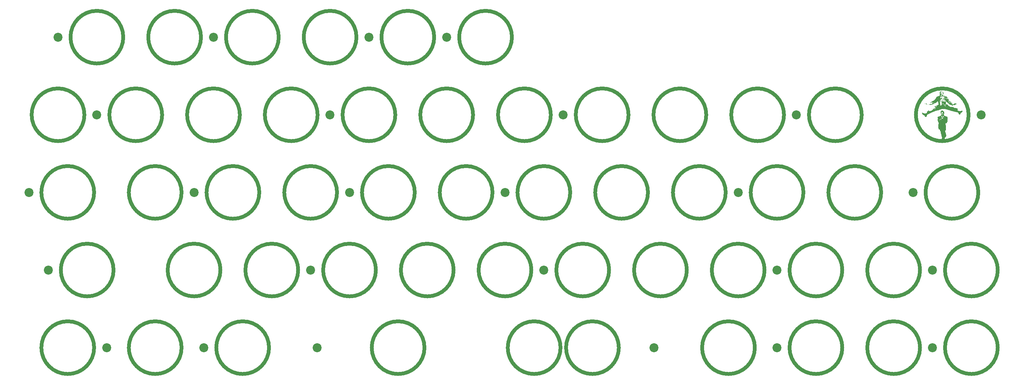
<source format=gbr>
%TF.GenerationSoftware,KiCad,Pcbnew,(7.0.0)*%
%TF.CreationDate,2023-11-27T23:28:36+01:00*%
%TF.ProjectId,the-nicholas-van,7468652d-6e69-4636-986f-6c61732d7661,rev?*%
%TF.SameCoordinates,Original*%
%TF.FileFunction,Legend,Top*%
%TF.FilePolarity,Positive*%
%FSLAX46Y46*%
G04 Gerber Fmt 4.6, Leading zero omitted, Abs format (unit mm)*
G04 Created by KiCad (PCBNEW (7.0.0)) date 2023-11-27 23:28:36*
%MOMM*%
%LPD*%
G01*
G04 APERTURE LIST*
%ADD10C,0.900000*%
%ADD11C,2.200000*%
G04 APERTURE END LIST*
D10*
%TO.C,SW_EC23*%
X125529500Y-96837500D02*
G75*
G03*
X125529500Y-96837500I-6467000J0D01*
G01*
%TO.C,SW_EC26*%
X182679500Y-96837500D02*
G75*
G03*
X182679500Y-96837500I-6467000J0D01*
G01*
%TO.C,SW_EC31*%
X51710750Y-115887500D02*
G75*
G03*
X51710750Y-115887500I-6467000J0D01*
G01*
%TO.C,SW_EC32*%
X77904500Y-115887500D02*
G75*
G03*
X77904500Y-115887500I-6467000J0D01*
G01*
%TO.C,SW_EC50*%
X230304500Y-134937500D02*
G75*
G03*
X230304500Y-134937500I-6467000J0D01*
G01*
%TO.C,SW_EC10*%
X101717000Y-77787500D02*
G75*
G03*
X101717000Y-77787500I-6467000J0D01*
G01*
%TO.C,SW_EC11*%
X120767000Y-77787500D02*
G75*
G03*
X120767000Y-77787500I-6467000J0D01*
G01*
%TO.C,SW_EC25*%
X163629500Y-96837500D02*
G75*
G03*
X163629500Y-96837500I-6467000J0D01*
G01*
%TO.C,SW_EC39*%
X211254500Y-115887500D02*
G75*
G03*
X211254500Y-115887500I-6467000J0D01*
G01*
%TO.C,SW_EC28*%
X220779500Y-96837500D02*
G75*
G03*
X220779500Y-96837500I-6467000J0D01*
G01*
%TO.C,SW_EC21*%
X87429500Y-96837500D02*
G75*
G03*
X87429500Y-96837500I-6467000J0D01*
G01*
%TO.C,SW_EC9*%
X82667000Y-77787500D02*
G75*
G03*
X82667000Y-77787500I-6467000J0D01*
G01*
%TO.C,SW_EC54*%
X268404500Y-134937500D02*
G75*
G03*
X268404500Y-134937500I-6467000J0D01*
G01*
%TO.C,SW_EC7*%
X44567000Y-77787500D02*
G75*
G03*
X44567000Y-77787500I-6467000J0D01*
G01*
%TO.C,SW_EC35*%
X135054500Y-115887500D02*
G75*
G03*
X135054500Y-115887500I-6467000J0D01*
G01*
%TO.C,SW_EC19*%
X46948250Y-96837500D02*
G75*
G03*
X46948250Y-96837500I-6467000J0D01*
G01*
%TO.C,SW_EC34*%
X116004500Y-115887500D02*
G75*
G03*
X116004500Y-115887500I-6467000J0D01*
G01*
%TO.C,SW_EC4*%
X111242000Y-58737500D02*
G75*
G03*
X111242000Y-58737500I-6467000J0D01*
G01*
%TO.C,SW_EC37*%
X173154500Y-115887500D02*
G75*
G03*
X173154500Y-115887500I-6467000J0D01*
G01*
%TO.C,SW_EC38*%
X192204500Y-115887500D02*
G75*
G03*
X192204500Y-115887500I-6467000J0D01*
G01*
%TO.C,SW_EC16*%
X216017000Y-77787500D02*
G75*
G03*
X216017000Y-77787500I-6467000J0D01*
G01*
%TO.C,SW_EC5*%
X130292000Y-58737500D02*
G75*
G03*
X130292000Y-58737500I-6467000J0D01*
G01*
%TO.C,SW_EC43*%
X46948250Y-134937500D02*
G75*
G03*
X46948250Y-134937500I-6467000J0D01*
G01*
%TO.C,SW_EC29*%
X239829500Y-96837500D02*
G75*
G03*
X239829500Y-96837500I-6467000J0D01*
G01*
%TO.C,SW_EC42*%
X268404500Y-115887500D02*
G75*
G03*
X268404500Y-115887500I-6467000J0D01*
G01*
%TO.C,SW_EC30*%
X263642000Y-96837500D02*
G75*
G03*
X263642000Y-96837500I-6467000J0D01*
G01*
%TO.C,SW_EC2*%
X73142000Y-58737500D02*
G75*
G03*
X73142000Y-58737500I-6467000J0D01*
G01*
%TO.C,SW_EC20*%
X68379500Y-96837500D02*
G75*
G03*
X68379500Y-96837500I-6467000J0D01*
G01*
%TO.C,SW_EC12*%
X139817000Y-77787500D02*
G75*
G03*
X139817000Y-77787500I-6467000J0D01*
G01*
%TO.C,SW_EC36*%
X154104500Y-115887500D02*
G75*
G03*
X154104500Y-115887500I-6467000J0D01*
G01*
%TO.C,SW_EC17*%
X235067000Y-77787500D02*
G75*
G03*
X235067000Y-77787500I-6467000J0D01*
G01*
%TO.C,SW_EC13*%
X158867000Y-77787500D02*
G75*
G03*
X158867000Y-77787500I-6467000J0D01*
G01*
%TO.C,SW_EC3*%
X92192000Y-58737500D02*
G75*
G03*
X92192000Y-58737500I-6467000J0D01*
G01*
%TO.C,SW_EC14*%
X177917000Y-77787500D02*
G75*
G03*
X177917000Y-77787500I-6467000J0D01*
G01*
%TO.C,SW_EC49*%
X208873250Y-134937500D02*
G75*
G03*
X208873250Y-134937500I-6467000J0D01*
G01*
%TO.C,SW_EC41*%
X249354500Y-115887500D02*
G75*
G03*
X249354500Y-115887500I-6467000J0D01*
G01*
%TO.C,SW_EC47*%
X161248250Y-134937500D02*
G75*
G03*
X161248250Y-134937500I-6467000J0D01*
G01*
%TO.C,SW_EC48*%
X175535750Y-134937500D02*
G75*
G03*
X175535750Y-134937500I-6467000J0D01*
G01*
%TO.C,SW_EC40*%
X230304500Y-115887500D02*
G75*
G03*
X230304500Y-115887500I-6467000J0D01*
G01*
%TO.C,SW_EC45*%
X89810750Y-134937500D02*
G75*
G03*
X89810750Y-134937500I-6467000J0D01*
G01*
%TO.C,SW_EC24*%
X144579500Y-96837500D02*
G75*
G03*
X144579500Y-96837500I-6467000J0D01*
G01*
%TO.C,SW_EC6*%
X149342000Y-58737500D02*
G75*
G03*
X149342000Y-58737500I-6467000J0D01*
G01*
%TO.C,SW_EC27*%
X201729500Y-96837500D02*
G75*
G03*
X201729500Y-96837500I-6467000J0D01*
G01*
%TO.C,SW_EC22*%
X106479500Y-96837500D02*
G75*
G03*
X106479500Y-96837500I-6467000J0D01*
G01*
%TO.C,G\u002A\u002A\u002A*%
G36*
X251647822Y-76814343D02*
G01*
X251641702Y-76820463D01*
X251635581Y-76814343D01*
X251641702Y-76808222D01*
X251647822Y-76814343D01*
G37*
G36*
X251684545Y-74880271D02*
G01*
X251678424Y-74886391D01*
X251672304Y-74880271D01*
X251678424Y-74874150D01*
X251684545Y-74880271D01*
G37*
G36*
X251745750Y-74941475D02*
G01*
X251739629Y-74947596D01*
X251733509Y-74941475D01*
X251739629Y-74935355D01*
X251745750Y-74941475D01*
G37*
G36*
X251757991Y-74880271D02*
G01*
X251751870Y-74886391D01*
X251745750Y-74880271D01*
X251751870Y-74874150D01*
X251757991Y-74880271D01*
G37*
G36*
X251770232Y-75014921D02*
G01*
X251764111Y-75021042D01*
X251757991Y-75014921D01*
X251764111Y-75008801D01*
X251770232Y-75014921D01*
G37*
G36*
X251831437Y-75125090D02*
G01*
X251825316Y-75131210D01*
X251819196Y-75125090D01*
X251825316Y-75118969D01*
X251831437Y-75125090D01*
G37*
G36*
X251843677Y-75149572D02*
G01*
X251837557Y-75155692D01*
X251831437Y-75149572D01*
X251837557Y-75143451D01*
X251843677Y-75149572D01*
G37*
G36*
X251855918Y-76789861D02*
G01*
X251849798Y-76795981D01*
X251843677Y-76789861D01*
X251849798Y-76783740D01*
X251855918Y-76789861D01*
G37*
G36*
X251868159Y-75076126D02*
G01*
X251862039Y-75082246D01*
X251855918Y-75076126D01*
X251862039Y-75070006D01*
X251868159Y-75076126D01*
G37*
G36*
X251892641Y-74990439D02*
G01*
X251886521Y-74996560D01*
X251880400Y-74990439D01*
X251886521Y-74984319D01*
X251892641Y-74990439D01*
G37*
G36*
X251892641Y-75063885D02*
G01*
X251886521Y-75070006D01*
X251880400Y-75063885D01*
X251886521Y-75057765D01*
X251892641Y-75063885D01*
G37*
G36*
X251892641Y-75112849D02*
G01*
X251886521Y-75118969D01*
X251880400Y-75112849D01*
X251886521Y-75106728D01*
X251892641Y-75112849D01*
G37*
G36*
X251904882Y-75088367D02*
G01*
X251898762Y-75094487D01*
X251892641Y-75088367D01*
X251898762Y-75082246D01*
X251904882Y-75088367D01*
G37*
G36*
X251904882Y-75149572D02*
G01*
X251898762Y-75155692D01*
X251892641Y-75149572D01*
X251898762Y-75143451D01*
X251904882Y-75149572D01*
G37*
G36*
X251929364Y-74904753D02*
G01*
X251923244Y-74910873D01*
X251917123Y-74904753D01*
X251923244Y-74898632D01*
X251929364Y-74904753D01*
G37*
G36*
X251929364Y-76728656D02*
G01*
X251923244Y-76734777D01*
X251917123Y-76728656D01*
X251923244Y-76722536D01*
X251929364Y-76728656D01*
G37*
G36*
X251929364Y-76826584D02*
G01*
X251923244Y-76832704D01*
X251917123Y-76826584D01*
X251923244Y-76820463D01*
X251929364Y-76826584D01*
G37*
G36*
X251941605Y-74880271D02*
G01*
X251935485Y-74886391D01*
X251929364Y-74880271D01*
X251935485Y-74874150D01*
X251941605Y-74880271D01*
G37*
G36*
X251941605Y-75088367D02*
G01*
X251935485Y-75094487D01*
X251929364Y-75088367D01*
X251935485Y-75082246D01*
X251941605Y-75088367D01*
G37*
G36*
X251966087Y-75112849D02*
G01*
X251959967Y-75118969D01*
X251953846Y-75112849D01*
X251959967Y-75106728D01*
X251966087Y-75112849D01*
G37*
G36*
X251978328Y-74929234D02*
G01*
X251972208Y-74935355D01*
X251966087Y-74929234D01*
X251972208Y-74923114D01*
X251978328Y-74929234D01*
G37*
G36*
X251990569Y-74843548D02*
G01*
X251984449Y-74849668D01*
X251978328Y-74843548D01*
X251984449Y-74837427D01*
X251990569Y-74843548D01*
G37*
G36*
X252002810Y-75137331D02*
G01*
X251996690Y-75143451D01*
X251990569Y-75137331D01*
X251996690Y-75131210D01*
X252002810Y-75137331D01*
G37*
G36*
X252039533Y-75027162D02*
G01*
X252033412Y-75033283D01*
X252027292Y-75027162D01*
X252033412Y-75021042D01*
X252039533Y-75027162D01*
G37*
G36*
X252039533Y-75076126D02*
G01*
X252033412Y-75082246D01*
X252027292Y-75076126D01*
X252033412Y-75070006D01*
X252039533Y-75076126D01*
G37*
G36*
X252051774Y-76557283D02*
G01*
X252045653Y-76563403D01*
X252039533Y-76557283D01*
X252045653Y-76551162D01*
X252051774Y-76557283D01*
G37*
G36*
X252076256Y-74892512D02*
G01*
X252070135Y-74898632D01*
X252064015Y-74892512D01*
X252070135Y-74886391D01*
X252076256Y-74892512D01*
G37*
G36*
X252088497Y-74794584D02*
G01*
X252082376Y-74800704D01*
X252076256Y-74794584D01*
X252082376Y-74788463D01*
X252088497Y-74794584D01*
G37*
G36*
X252088497Y-74855789D02*
G01*
X252082376Y-74861909D01*
X252076256Y-74855789D01*
X252082376Y-74849668D01*
X252088497Y-74855789D01*
G37*
G36*
X252125220Y-74916993D02*
G01*
X252119099Y-74923114D01*
X252112979Y-74916993D01*
X252119099Y-74910873D01*
X252125220Y-74916993D01*
G37*
G36*
X252125220Y-76606246D02*
G01*
X252119099Y-76612367D01*
X252112979Y-76606246D01*
X252119099Y-76600126D01*
X252125220Y-76606246D01*
G37*
G36*
X252137461Y-74868030D02*
G01*
X252131340Y-74874150D01*
X252125220Y-74868030D01*
X252131340Y-74861909D01*
X252137461Y-74868030D01*
G37*
G36*
X252149702Y-76630728D02*
G01*
X252143581Y-76636849D01*
X252137461Y-76630728D01*
X252143581Y-76624608D01*
X252149702Y-76630728D01*
G37*
G36*
X252174183Y-74745620D02*
G01*
X252168063Y-74751740D01*
X252161943Y-74745620D01*
X252168063Y-74739500D01*
X252174183Y-74745620D01*
G37*
G36*
X252174183Y-76642969D02*
G01*
X252168063Y-76649090D01*
X252161943Y-76642969D01*
X252168063Y-76636849D01*
X252174183Y-76642969D01*
G37*
G36*
X252186424Y-75027162D02*
G01*
X252180304Y-75033283D01*
X252174183Y-75027162D01*
X252180304Y-75021042D01*
X252186424Y-75027162D01*
G37*
G36*
X252210906Y-75063885D02*
G01*
X252204786Y-75070006D01*
X252198665Y-75063885D01*
X252204786Y-75057765D01*
X252210906Y-75063885D01*
G37*
G36*
X252223147Y-74770102D02*
G01*
X252217027Y-74776222D01*
X252210906Y-74770102D01*
X252217027Y-74763981D01*
X252223147Y-74770102D01*
G37*
G36*
X252223147Y-75088367D02*
G01*
X252217027Y-75094487D01*
X252210906Y-75088367D01*
X252217027Y-75082246D01*
X252223147Y-75088367D01*
G37*
G36*
X252223147Y-76606246D02*
G01*
X252217027Y-76612367D01*
X252210906Y-76606246D01*
X252217027Y-76600126D01*
X252223147Y-76606246D01*
G37*
G36*
X252235388Y-74733379D02*
G01*
X252229268Y-74739500D01*
X252223147Y-74733379D01*
X252229268Y-74727259D01*
X252235388Y-74733379D01*
G37*
G36*
X252247629Y-74929234D02*
G01*
X252241509Y-74935355D01*
X252235388Y-74929234D01*
X252241509Y-74923114D01*
X252247629Y-74929234D01*
G37*
G36*
X252247629Y-76667451D02*
G01*
X252241509Y-76673572D01*
X252235388Y-76667451D01*
X252241509Y-76661331D01*
X252247629Y-76667451D01*
G37*
G36*
X252308834Y-76569524D02*
G01*
X252302714Y-76575644D01*
X252296593Y-76569524D01*
X252302714Y-76563403D01*
X252308834Y-76569524D01*
G37*
G36*
X252333316Y-76545042D02*
G01*
X252327196Y-76551162D01*
X252321075Y-76545042D01*
X252327196Y-76538921D01*
X252333316Y-76545042D01*
G37*
G36*
X252357798Y-74806825D02*
G01*
X252351677Y-74812945D01*
X252345557Y-74806825D01*
X252351677Y-74800704D01*
X252357798Y-74806825D01*
G37*
G36*
X252357798Y-76569524D02*
G01*
X252351677Y-76575644D01*
X252345557Y-76569524D01*
X252351677Y-76563403D01*
X252357798Y-76569524D01*
G37*
G36*
X252382280Y-76447114D02*
G01*
X252376159Y-76453234D01*
X252370039Y-76447114D01*
X252376159Y-76440993D01*
X252382280Y-76447114D01*
G37*
G36*
X252406762Y-74782343D02*
G01*
X252400641Y-74788463D01*
X252394521Y-74782343D01*
X252400641Y-74776222D01*
X252406762Y-74782343D01*
G37*
G36*
X252406762Y-75027162D02*
G01*
X252400641Y-75033283D01*
X252394521Y-75027162D01*
X252400641Y-75021042D01*
X252406762Y-75027162D01*
G37*
G36*
X252406762Y-76422632D02*
G01*
X252400641Y-76428753D01*
X252394521Y-76422632D01*
X252400641Y-76416512D01*
X252406762Y-76422632D01*
G37*
G36*
X252455726Y-76373668D02*
G01*
X252449605Y-76379789D01*
X252443485Y-76373668D01*
X252449605Y-76367548D01*
X252455726Y-76373668D01*
G37*
G36*
X252455726Y-76422632D02*
G01*
X252449605Y-76428753D01*
X252443485Y-76422632D01*
X252449605Y-76416512D01*
X252455726Y-76422632D01*
G37*
G36*
X252455726Y-76459355D02*
G01*
X252449605Y-76465475D01*
X252443485Y-76459355D01*
X252449605Y-76453234D01*
X252455726Y-76459355D01*
G37*
G36*
X252480208Y-74892512D02*
G01*
X252474087Y-74898632D01*
X252467967Y-74892512D01*
X252474087Y-74886391D01*
X252480208Y-74892512D01*
G37*
G36*
X252480208Y-76398150D02*
G01*
X252474087Y-76404271D01*
X252467967Y-76398150D01*
X252474087Y-76392030D01*
X252480208Y-76398150D01*
G37*
G36*
X252504690Y-76422632D02*
G01*
X252498569Y-76428753D01*
X252492449Y-76422632D01*
X252498569Y-76416512D01*
X252504690Y-76422632D01*
G37*
G36*
X252516930Y-76349186D02*
G01*
X252510810Y-76355307D01*
X252504690Y-76349186D01*
X252510810Y-76343066D01*
X252516930Y-76349186D01*
G37*
G36*
X252553653Y-74904753D02*
G01*
X252547533Y-74910873D01*
X252541412Y-74904753D01*
X252547533Y-74898632D01*
X252553653Y-74904753D01*
G37*
G36*
X252639340Y-74941475D02*
G01*
X252633220Y-74947596D01*
X252627099Y-74941475D01*
X252633220Y-74935355D01*
X252639340Y-74941475D01*
G37*
G36*
X252651581Y-74868030D02*
G01*
X252645461Y-74874150D01*
X252639340Y-74868030D01*
X252645461Y-74861909D01*
X252651581Y-74868030D01*
G37*
G36*
X252676063Y-74892512D02*
G01*
X252669943Y-74898632D01*
X252663822Y-74892512D01*
X252669943Y-74886391D01*
X252676063Y-74892512D01*
G37*
G36*
X252859677Y-76226777D02*
G01*
X252853557Y-76232897D01*
X252847437Y-76226777D01*
X252853557Y-76220656D01*
X252859677Y-76226777D01*
G37*
G36*
X252871918Y-76177813D02*
G01*
X252865798Y-76183933D01*
X252859677Y-76177813D01*
X252865798Y-76171692D01*
X252871918Y-76177813D01*
G37*
G36*
X253055533Y-76177813D02*
G01*
X253049412Y-76183933D01*
X253043292Y-76177813D01*
X253049412Y-76171692D01*
X253055533Y-76177813D01*
G37*
G36*
X253373798Y-75553524D02*
G01*
X253367677Y-75559644D01*
X253361557Y-75553524D01*
X253367677Y-75547403D01*
X253373798Y-75553524D01*
G37*
G36*
X253386039Y-75798343D02*
G01*
X253379918Y-75804463D01*
X253373798Y-75798343D01*
X253379918Y-75792222D01*
X253386039Y-75798343D01*
G37*
G36*
X254940641Y-73790825D02*
G01*
X254934521Y-73796945D01*
X254928400Y-73790825D01*
X254934521Y-73784704D01*
X254940641Y-73790825D01*
G37*
G36*
X254952882Y-77463114D02*
G01*
X254946762Y-77469234D01*
X254940641Y-77463114D01*
X254946762Y-77456993D01*
X254952882Y-77463114D01*
G37*
G36*
X255001846Y-74647692D02*
G01*
X254995726Y-74653813D01*
X254989605Y-74647692D01*
X254995726Y-74641572D01*
X255001846Y-74647692D01*
G37*
G36*
X255038569Y-74133572D02*
G01*
X255032449Y-74139692D01*
X255026328Y-74133572D01*
X255032449Y-74127451D01*
X255038569Y-74133572D01*
G37*
G36*
X255075292Y-73374632D02*
G01*
X255069171Y-73380753D01*
X255063051Y-73374632D01*
X255069171Y-73368512D01*
X255075292Y-73374632D01*
G37*
G36*
X255099774Y-73460319D02*
G01*
X255093653Y-73466439D01*
X255087533Y-73460319D01*
X255093653Y-73454198D01*
X255099774Y-73460319D01*
G37*
G36*
X255099774Y-73570487D02*
G01*
X255093653Y-73576608D01*
X255087533Y-73570487D01*
X255093653Y-73564367D01*
X255099774Y-73570487D01*
G37*
G36*
X255099774Y-74304945D02*
G01*
X255093653Y-74311066D01*
X255087533Y-74304945D01*
X255093653Y-74298825D01*
X255099774Y-74304945D01*
G37*
G36*
X255112015Y-73484801D02*
G01*
X255105894Y-73490921D01*
X255099774Y-73484801D01*
X255105894Y-73478680D01*
X255112015Y-73484801D01*
G37*
G36*
X255124256Y-73521524D02*
G01*
X255118135Y-73527644D01*
X255112015Y-73521524D01*
X255118135Y-73515403D01*
X255124256Y-73521524D01*
G37*
G36*
X255124256Y-74415114D02*
G01*
X255118135Y-74421234D01*
X255112015Y-74415114D01*
X255118135Y-74408993D01*
X255124256Y-74415114D01*
G37*
G36*
X255136497Y-73374632D02*
G01*
X255130376Y-73380753D01*
X255124256Y-73374632D01*
X255130376Y-73368512D01*
X255136497Y-73374632D01*
G37*
G36*
X255136497Y-73448078D02*
G01*
X255130376Y-73454198D01*
X255124256Y-73448078D01*
X255130376Y-73441957D01*
X255136497Y-73448078D01*
G37*
G36*
X255148738Y-73484801D02*
G01*
X255142617Y-73490921D01*
X255136497Y-73484801D01*
X255142617Y-73478680D01*
X255148738Y-73484801D01*
G37*
G36*
X255148738Y-73509283D02*
G01*
X255142617Y-73515403D01*
X255136497Y-73509283D01*
X255142617Y-73503162D01*
X255148738Y-73509283D01*
G37*
G36*
X255148738Y-73582728D02*
G01*
X255142617Y-73588849D01*
X255136497Y-73582728D01*
X255142617Y-73576608D01*
X255148738Y-73582728D01*
G37*
G36*
X255148738Y-74243740D02*
G01*
X255142617Y-74249861D01*
X255136497Y-74243740D01*
X255142617Y-74237620D01*
X255148738Y-74243740D01*
G37*
G36*
X255160979Y-73203259D02*
G01*
X255154858Y-73209379D01*
X255148738Y-73203259D01*
X255154858Y-73197138D01*
X255160979Y-73203259D01*
G37*
G36*
X255160979Y-73435837D02*
G01*
X255154858Y-73441957D01*
X255148738Y-73435837D01*
X255154858Y-73429716D01*
X255160979Y-73435837D01*
G37*
G36*
X255160979Y-73766343D02*
G01*
X255154858Y-73772463D01*
X255148738Y-73766343D01*
X255154858Y-73760222D01*
X255160979Y-73766343D01*
G37*
G36*
X255160979Y-74158054D02*
G01*
X255154858Y-74164174D01*
X255148738Y-74158054D01*
X255154858Y-74151933D01*
X255160979Y-74158054D01*
G37*
G36*
X255185461Y-73497042D02*
G01*
X255179340Y-73503162D01*
X255173220Y-73497042D01*
X255179340Y-73490921D01*
X255185461Y-73497042D01*
G37*
G36*
X255185461Y-74182536D02*
G01*
X255179340Y-74188656D01*
X255173220Y-74182536D01*
X255179340Y-74176415D01*
X255185461Y-74182536D01*
G37*
G36*
X255197702Y-73460319D02*
G01*
X255191581Y-73466439D01*
X255185461Y-73460319D01*
X255191581Y-73454198D01*
X255197702Y-73460319D01*
G37*
G36*
X255197702Y-73570487D02*
G01*
X255191581Y-73576608D01*
X255185461Y-73570487D01*
X255191581Y-73564367D01*
X255197702Y-73570487D01*
G37*
G36*
X255209943Y-73239981D02*
G01*
X255203822Y-73246102D01*
X255197702Y-73239981D01*
X255203822Y-73233861D01*
X255209943Y-73239981D01*
G37*
G36*
X255209943Y-73386873D02*
G01*
X255203822Y-73392993D01*
X255197702Y-73386873D01*
X255203822Y-73380753D01*
X255209943Y-73386873D01*
G37*
G36*
X255209943Y-74060126D02*
G01*
X255203822Y-74066246D01*
X255197702Y-74060126D01*
X255203822Y-74054006D01*
X255209943Y-74060126D01*
G37*
G36*
X255222183Y-73521524D02*
G01*
X255216063Y-73527644D01*
X255209943Y-73521524D01*
X255216063Y-73515403D01*
X255222183Y-73521524D01*
G37*
G36*
X255234424Y-73448078D02*
G01*
X255228304Y-73454198D01*
X255222183Y-73448078D01*
X255228304Y-73441957D01*
X255234424Y-73448078D01*
G37*
G36*
X255271147Y-74158054D02*
G01*
X255265027Y-74164174D01*
X255258906Y-74158054D01*
X255265027Y-74151933D01*
X255271147Y-74158054D01*
G37*
G36*
X255283388Y-73411355D02*
G01*
X255277268Y-73417475D01*
X255271147Y-73411355D01*
X255277268Y-73405234D01*
X255283388Y-73411355D01*
G37*
G36*
X255283388Y-73509283D02*
G01*
X255277268Y-73515403D01*
X255271147Y-73509283D01*
X255277268Y-73503162D01*
X255283388Y-73509283D01*
G37*
G36*
X255295629Y-73288945D02*
G01*
X255289509Y-73295066D01*
X255283388Y-73288945D01*
X255289509Y-73282825D01*
X255295629Y-73288945D01*
G37*
G36*
X255295629Y-73680656D02*
G01*
X255289509Y-73686777D01*
X255283388Y-73680656D01*
X255289509Y-73674536D01*
X255295629Y-73680656D01*
G37*
G36*
X255332352Y-73374632D02*
G01*
X255326232Y-73380753D01*
X255320111Y-73374632D01*
X255326232Y-73368512D01*
X255332352Y-73374632D01*
G37*
G36*
X255381316Y-73386873D02*
G01*
X255375196Y-73392993D01*
X255369075Y-73386873D01*
X255375196Y-73380753D01*
X255381316Y-73386873D01*
G37*
G36*
X255577171Y-73582728D02*
G01*
X255571051Y-73588849D01*
X255564930Y-73582728D01*
X255571051Y-73576608D01*
X255577171Y-73582728D01*
G37*
G36*
X255601653Y-73337909D02*
G01*
X255595533Y-73344030D01*
X255589412Y-73337909D01*
X255595533Y-73331789D01*
X255601653Y-73337909D01*
G37*
G36*
X255601653Y-73582728D02*
G01*
X255595533Y-73588849D01*
X255589412Y-73582728D01*
X255595533Y-73576608D01*
X255601653Y-73582728D01*
G37*
G36*
X255662858Y-73692897D02*
G01*
X255656738Y-73699018D01*
X255650617Y-73692897D01*
X255656738Y-73686777D01*
X255662858Y-73692897D01*
G37*
G36*
X255834232Y-73264463D02*
G01*
X255828111Y-73270584D01*
X255821991Y-73264463D01*
X255828111Y-73258343D01*
X255834232Y-73264463D01*
G37*
G36*
X255907677Y-73362391D02*
G01*
X255901557Y-73368512D01*
X255895437Y-73362391D01*
X255901557Y-73356271D01*
X255907677Y-73362391D01*
G37*
G36*
X255932159Y-73705138D02*
G01*
X255926039Y-73711259D01*
X255919918Y-73705138D01*
X255926039Y-73699018D01*
X255932159Y-73705138D01*
G37*
G36*
X256556449Y-74366150D02*
G01*
X256550328Y-74372271D01*
X256544208Y-74366150D01*
X256550328Y-74360030D01*
X256556449Y-74366150D01*
G37*
G36*
X256580930Y-74366150D02*
G01*
X256574810Y-74372271D01*
X256568690Y-74366150D01*
X256574810Y-74360030D01*
X256580930Y-74366150D01*
G37*
G36*
X257119533Y-74770102D02*
G01*
X257113412Y-74776222D01*
X257107292Y-74770102D01*
X257113412Y-74763981D01*
X257119533Y-74770102D01*
G37*
G36*
X257156256Y-74929234D02*
G01*
X257150135Y-74935355D01*
X257144015Y-74929234D01*
X257150135Y-74923114D01*
X257156256Y-74929234D01*
G37*
G36*
X257192979Y-75027162D02*
G01*
X257186858Y-75033283D01*
X257180738Y-75027162D01*
X257186858Y-75021042D01*
X257192979Y-75027162D01*
G37*
G36*
X257254183Y-75039403D02*
G01*
X257248063Y-75045524D01*
X257241943Y-75039403D01*
X257248063Y-75033283D01*
X257254183Y-75039403D01*
G37*
G36*
X251729428Y-74878230D02*
G01*
X251727748Y-74885508D01*
X251721268Y-74886391D01*
X251711192Y-74881912D01*
X251713107Y-74878230D01*
X251727634Y-74876765D01*
X251729428Y-74878230D01*
G37*
G36*
X251753910Y-74902712D02*
G01*
X251752230Y-74909990D01*
X251745750Y-74910873D01*
X251735674Y-74906394D01*
X251737589Y-74902712D01*
X251752116Y-74901247D01*
X251753910Y-74902712D01*
G37*
G36*
X251778392Y-76775580D02*
G01*
X251776712Y-76782857D01*
X251770232Y-76783740D01*
X251760156Y-76779262D01*
X251762071Y-76775580D01*
X251776598Y-76774115D01*
X251778392Y-76775580D01*
G37*
G36*
X251790633Y-76922471D02*
G01*
X251788953Y-76929749D01*
X251782473Y-76930632D01*
X251772397Y-76926153D01*
X251774312Y-76922471D01*
X251788839Y-76921006D01*
X251790633Y-76922471D01*
G37*
G36*
X251802874Y-74914953D02*
G01*
X251804339Y-74929480D01*
X251802874Y-74931275D01*
X251795597Y-74929594D01*
X251794714Y-74923114D01*
X251799192Y-74913038D01*
X251802874Y-74914953D01*
G37*
G36*
X251815115Y-75098568D02*
G01*
X251813435Y-75105845D01*
X251806955Y-75106728D01*
X251796879Y-75102250D01*
X251798794Y-75098568D01*
X251813321Y-75097103D01*
X251815115Y-75098568D01*
G37*
G36*
X251815115Y-76763339D02*
G01*
X251813435Y-76770616D01*
X251806955Y-76771500D01*
X251796879Y-76767021D01*
X251798794Y-76763339D01*
X251813321Y-76761874D01*
X251815115Y-76763339D01*
G37*
G36*
X251876320Y-75147532D02*
G01*
X251874640Y-75154809D01*
X251868159Y-75155692D01*
X251858084Y-75151213D01*
X251859999Y-75147532D01*
X251874526Y-75146067D01*
X251876320Y-75147532D01*
G37*
G36*
X251925284Y-74853748D02*
G01*
X251923604Y-74861026D01*
X251917123Y-74861909D01*
X251907048Y-74857430D01*
X251908963Y-74853748D01*
X251923490Y-74852283D01*
X251925284Y-74853748D01*
G37*
G36*
X251925284Y-75110809D02*
G01*
X251923604Y-75118086D01*
X251917123Y-75118969D01*
X251907048Y-75114491D01*
X251908963Y-75110809D01*
X251923490Y-75109344D01*
X251925284Y-75110809D01*
G37*
G36*
X251962007Y-74902712D02*
G01*
X251960326Y-74909990D01*
X251953846Y-74910873D01*
X251943770Y-74906394D01*
X251945685Y-74902712D01*
X251960213Y-74901247D01*
X251962007Y-74902712D01*
G37*
G36*
X251962007Y-76665411D02*
G01*
X251960326Y-76672688D01*
X251953846Y-76673572D01*
X251943770Y-76669093D01*
X251945685Y-76665411D01*
X251960213Y-76663946D01*
X251962007Y-76665411D01*
G37*
G36*
X251974248Y-75135291D02*
G01*
X251972567Y-75142568D01*
X251966087Y-75143451D01*
X251956011Y-75138973D01*
X251957926Y-75135291D01*
X251972454Y-75133826D01*
X251974248Y-75135291D01*
G37*
G36*
X252072175Y-76738857D02*
G01*
X252070495Y-76746134D01*
X252064015Y-76747018D01*
X252053939Y-76742539D01*
X252055854Y-76738857D01*
X252070381Y-76737392D01*
X252072175Y-76738857D01*
G37*
G36*
X252096657Y-75098568D02*
G01*
X252094977Y-75105845D01*
X252088497Y-75106728D01*
X252078421Y-75102250D01*
X252080336Y-75098568D01*
X252094863Y-75097103D01*
X252096657Y-75098568D01*
G37*
G36*
X252108898Y-74878230D02*
G01*
X252107218Y-74885508D01*
X252100738Y-74886391D01*
X252090662Y-74881912D01*
X252092577Y-74878230D01*
X252107104Y-74876765D01*
X252108898Y-74878230D01*
G37*
G36*
X252121139Y-75086327D02*
G01*
X252122604Y-75100854D01*
X252121139Y-75102648D01*
X252113862Y-75100968D01*
X252112979Y-75094487D01*
X252117457Y-75084412D01*
X252121139Y-75086327D01*
G37*
G36*
X252145621Y-74768062D02*
G01*
X252143941Y-74775339D01*
X252137461Y-74776222D01*
X252127385Y-74771744D01*
X252129300Y-74768062D01*
X252143827Y-74766597D01*
X252145621Y-74768062D01*
G37*
G36*
X252243549Y-75049604D02*
G01*
X252241869Y-75056881D01*
X252235388Y-75057765D01*
X252225313Y-75053286D01*
X252227228Y-75049604D01*
X252241755Y-75048139D01*
X252243549Y-75049604D01*
G37*
G36*
X252255790Y-76567483D02*
G01*
X252254110Y-76574761D01*
X252247629Y-76575644D01*
X252237554Y-76571165D01*
X252239469Y-76567483D01*
X252253996Y-76566018D01*
X252255790Y-76567483D01*
G37*
G36*
X252280272Y-75049604D02*
G01*
X252278592Y-75056881D01*
X252272111Y-75057765D01*
X252262035Y-75053286D01*
X252263951Y-75049604D01*
X252278478Y-75048139D01*
X252280272Y-75049604D01*
G37*
G36*
X252280272Y-76640929D02*
G01*
X252278592Y-76648206D01*
X252272111Y-76649090D01*
X252262035Y-76644611D01*
X252263951Y-76640929D01*
X252278478Y-76639464D01*
X252280272Y-76640929D01*
G37*
G36*
X252378200Y-74914953D02*
G01*
X252376519Y-74922231D01*
X252370039Y-74923114D01*
X252359963Y-74918635D01*
X252361878Y-74914953D01*
X252376405Y-74913488D01*
X252378200Y-74914953D01*
G37*
G36*
X252818874Y-76224736D02*
G01*
X252817194Y-76232014D01*
X252810714Y-76232897D01*
X252800638Y-76228418D01*
X252802553Y-76224736D01*
X252817080Y-76223271D01*
X252818874Y-76224736D01*
G37*
G36*
X252855597Y-74878230D02*
G01*
X252857062Y-74892758D01*
X252855597Y-74894552D01*
X252848320Y-74892871D01*
X252847437Y-74886391D01*
X252851915Y-74876315D01*
X252855597Y-74878230D01*
G37*
G36*
X254789669Y-73335869D02*
G01*
X254787989Y-73343146D01*
X254781509Y-73344030D01*
X254771433Y-73339551D01*
X254773348Y-73335869D01*
X254787875Y-73334404D01*
X254789669Y-73335869D01*
G37*
G36*
X254997766Y-75025122D02*
G01*
X254996086Y-75032399D01*
X254989605Y-75033283D01*
X254979529Y-75028804D01*
X254981445Y-75025122D01*
X254995972Y-75023657D01*
X254997766Y-75025122D01*
G37*
G36*
X255058971Y-74107050D02*
G01*
X255060436Y-74121577D01*
X255058971Y-74123371D01*
X255051693Y-74121691D01*
X255050810Y-74115210D01*
X255055289Y-74105135D01*
X255058971Y-74107050D01*
G37*
G36*
X255058971Y-74400833D02*
G01*
X255057290Y-74408110D01*
X255050810Y-74408993D01*
X255040734Y-74404515D01*
X255042649Y-74400833D01*
X255057177Y-74399368D01*
X255058971Y-74400833D01*
G37*
G36*
X255071212Y-74339628D02*
G01*
X255072677Y-74354155D01*
X255071212Y-74355949D01*
X255063934Y-74354269D01*
X255063051Y-74347789D01*
X255067530Y-74337713D01*
X255071212Y-74339628D01*
G37*
G36*
X255095694Y-73776544D02*
G01*
X255097159Y-73791071D01*
X255095694Y-73792865D01*
X255088416Y-73791185D01*
X255087533Y-73784704D01*
X255092012Y-73774629D01*
X255095694Y-73776544D01*
G37*
G36*
X255095694Y-74094809D02*
G01*
X255097159Y-74109336D01*
X255095694Y-74111130D01*
X255088416Y-74109450D01*
X255087533Y-74102969D01*
X255092012Y-74092894D01*
X255095694Y-74094809D01*
G37*
G36*
X255132416Y-74290664D02*
G01*
X255130736Y-74297941D01*
X255124256Y-74298825D01*
X255114180Y-74294346D01*
X255116095Y-74290664D01*
X255130622Y-74289199D01*
X255132416Y-74290664D01*
G37*
G36*
X255144657Y-73801026D02*
G01*
X255146122Y-73815553D01*
X255144657Y-73817347D01*
X255137380Y-73815667D01*
X255136497Y-73809186D01*
X255140976Y-73799111D01*
X255144657Y-73801026D01*
G37*
G36*
X255144657Y-74082568D02*
G01*
X255142977Y-74089845D01*
X255136497Y-74090728D01*
X255126421Y-74086250D01*
X255128336Y-74082568D01*
X255142863Y-74081103D01*
X255144657Y-74082568D01*
G37*
G36*
X255169139Y-73458279D02*
G01*
X255170604Y-73472806D01*
X255169139Y-73474600D01*
X255161862Y-73472920D01*
X255160979Y-73466439D01*
X255165457Y-73456364D01*
X255169139Y-73458279D01*
G37*
G36*
X255169139Y-73568447D02*
G01*
X255170604Y-73582974D01*
X255169139Y-73584769D01*
X255161862Y-73583088D01*
X255160979Y-73576608D01*
X255165457Y-73566532D01*
X255169139Y-73568447D01*
G37*
G36*
X255169139Y-73788785D02*
G01*
X255170604Y-73803312D01*
X255169139Y-73805106D01*
X255161862Y-73803426D01*
X255160979Y-73796945D01*
X255165457Y-73786870D01*
X255169139Y-73788785D01*
G37*
G36*
X255193621Y-73641893D02*
G01*
X255191941Y-73649170D01*
X255185461Y-73650054D01*
X255175385Y-73645575D01*
X255177300Y-73641893D01*
X255191827Y-73640428D01*
X255193621Y-73641893D01*
G37*
G36*
X255205862Y-73666375D02*
G01*
X255204182Y-73673652D01*
X255197702Y-73674536D01*
X255187626Y-73670057D01*
X255189541Y-73666375D01*
X255204068Y-73664910D01*
X255205862Y-73666375D01*
G37*
G36*
X255218103Y-73421556D02*
G01*
X255216423Y-73428833D01*
X255209943Y-73429716D01*
X255199867Y-73425238D01*
X255201782Y-73421556D01*
X255216309Y-73420091D01*
X255218103Y-73421556D01*
G37*
G36*
X255230344Y-74009122D02*
G01*
X255228664Y-74016399D01*
X255222183Y-74017283D01*
X255212108Y-74012804D01*
X255214023Y-74009122D01*
X255228550Y-74007657D01*
X255230344Y-74009122D01*
G37*
G36*
X255254826Y-73543965D02*
G01*
X255256291Y-73558493D01*
X255254826Y-73560287D01*
X255247549Y-73558606D01*
X255246665Y-73552126D01*
X255251144Y-73542050D01*
X255254826Y-73543965D01*
G37*
G36*
X255267067Y-73348110D02*
G01*
X255265387Y-73355387D01*
X255258906Y-73356271D01*
X255248831Y-73351792D01*
X255250746Y-73348110D01*
X255265273Y-73346645D01*
X255267067Y-73348110D01*
G37*
G36*
X255267067Y-73470520D02*
G01*
X255268532Y-73485047D01*
X255267067Y-73486841D01*
X255259790Y-73485161D01*
X255258906Y-73478680D01*
X255263385Y-73468605D01*
X255267067Y-73470520D01*
G37*
G36*
X255291549Y-73433797D02*
G01*
X255293014Y-73448324D01*
X255291549Y-73450118D01*
X255284272Y-73448438D01*
X255283388Y-73441957D01*
X255287867Y-73431882D01*
X255291549Y-73433797D01*
G37*
G36*
X255291549Y-73752062D02*
G01*
X255289869Y-73759339D01*
X255283388Y-73760222D01*
X255273313Y-73755744D01*
X255275228Y-73752062D01*
X255289755Y-73750597D01*
X255291549Y-73752062D01*
G37*
G36*
X255303790Y-74266182D02*
G01*
X255302110Y-74273459D01*
X255295629Y-74274343D01*
X255285554Y-74269864D01*
X255287469Y-74266182D01*
X255301996Y-74264717D01*
X255303790Y-74266182D01*
G37*
G36*
X255328272Y-73286905D02*
G01*
X255326592Y-73294182D01*
X255320111Y-73295066D01*
X255310035Y-73290587D01*
X255311951Y-73286905D01*
X255326478Y-73285440D01*
X255328272Y-73286905D01*
G37*
G36*
X255353519Y-73397839D02*
G01*
X255349868Y-73403403D01*
X255337453Y-73404268D01*
X255324391Y-73401279D01*
X255330057Y-73396872D01*
X255349188Y-73395413D01*
X255353519Y-73397839D01*
G37*
G36*
X255413959Y-73384833D02*
G01*
X255412278Y-73392110D01*
X255405798Y-73392993D01*
X255395722Y-73388515D01*
X255397637Y-73384833D01*
X255412164Y-73383368D01*
X255413959Y-73384833D01*
G37*
G36*
X255536368Y-73580688D02*
G01*
X255537833Y-73595215D01*
X255536368Y-73597010D01*
X255529091Y-73595329D01*
X255528208Y-73588849D01*
X255532686Y-73578773D01*
X255536368Y-73580688D01*
G37*
G36*
X255629196Y-73690911D02*
G01*
X255630733Y-73695378D01*
X255613894Y-73697085D01*
X255596517Y-73695161D01*
X255598593Y-73690911D01*
X255623655Y-73689294D01*
X255629196Y-73690911D01*
G37*
G36*
X255634296Y-73311387D02*
G01*
X255632616Y-73318664D01*
X255626135Y-73319548D01*
X255616060Y-73315069D01*
X255617975Y-73311387D01*
X255632502Y-73309922D01*
X255634296Y-73311387D01*
G37*
G36*
X255671019Y-73262423D02*
G01*
X255669339Y-73269700D01*
X255662858Y-73270584D01*
X255652782Y-73266105D01*
X255654698Y-73262423D01*
X255669225Y-73260958D01*
X255671019Y-73262423D01*
G37*
G36*
X255671019Y-73727580D02*
G01*
X255669339Y-73734857D01*
X255662858Y-73735740D01*
X255652782Y-73731262D01*
X255654698Y-73727580D01*
X255669225Y-73726115D01*
X255671019Y-73727580D01*
G37*
G36*
X255879115Y-73372592D02*
G01*
X255880580Y-73387119D01*
X255879115Y-73388913D01*
X255871838Y-73387233D01*
X255870955Y-73380753D01*
X255875433Y-73370677D01*
X255879115Y-73372592D01*
G37*
G36*
X255891356Y-73703098D02*
G01*
X255892821Y-73717625D01*
X255891356Y-73719419D01*
X255884079Y-73717739D01*
X255883196Y-73711259D01*
X255887674Y-73701183D01*
X255891356Y-73703098D01*
G37*
G36*
X255952561Y-73739821D02*
G01*
X255950881Y-73747098D01*
X255944400Y-73747981D01*
X255934325Y-73743503D01*
X255936240Y-73739821D01*
X255950767Y-73738356D01*
X255952561Y-73739821D01*
G37*
G36*
X256136175Y-72931917D02*
G01*
X256137640Y-72946444D01*
X256136175Y-72948238D01*
X256128898Y-72946558D01*
X256128015Y-72940078D01*
X256132494Y-72930002D01*
X256136175Y-72931917D01*
G37*
G36*
X257188898Y-74817026D02*
G01*
X257187218Y-74824303D01*
X257180738Y-74825186D01*
X257170662Y-74820707D01*
X257172577Y-74817026D01*
X257187104Y-74815561D01*
X257188898Y-74817026D01*
G37*
G36*
X257519404Y-76102327D02*
G01*
X257517724Y-76109604D01*
X257511244Y-76110487D01*
X257501168Y-76106009D01*
X257503083Y-76102327D01*
X257517610Y-76100862D01*
X257519404Y-76102327D01*
G37*
G36*
X258266103Y-75220977D02*
G01*
X258267568Y-75235505D01*
X258266103Y-75237299D01*
X258258826Y-75235618D01*
X258257943Y-75229138D01*
X258262421Y-75219062D01*
X258266103Y-75220977D01*
G37*
G36*
X251658172Y-74891343D02*
G01*
X251671313Y-74903668D01*
X251668617Y-74910754D01*
X251666906Y-74910873D01*
X251656552Y-74902178D01*
X251652774Y-74896741D01*
X251651331Y-74888364D01*
X251658172Y-74891343D01*
G37*
G36*
X251862864Y-74828623D02*
G01*
X251875244Y-74840196D01*
X251889834Y-74858104D01*
X251891449Y-74867181D01*
X251881764Y-74862614D01*
X251869388Y-74846051D01*
X251858935Y-74827683D01*
X251862864Y-74828623D01*
G37*
G36*
X252282461Y-74817897D02*
G01*
X252295499Y-74829276D01*
X252296593Y-74832029D01*
X252290784Y-74837060D01*
X252278689Y-74825787D01*
X252277063Y-74823295D01*
X252275620Y-74814918D01*
X252282461Y-74817897D01*
G37*
G36*
X252343666Y-76507150D02*
G01*
X252356807Y-76519475D01*
X252354111Y-76526561D01*
X252352400Y-76526680D01*
X252342046Y-76517986D01*
X252338268Y-76512548D01*
X252336825Y-76504171D01*
X252343666Y-76507150D01*
G37*
G36*
X252490557Y-76360258D02*
G01*
X252503698Y-76372584D01*
X252501003Y-76379670D01*
X252499291Y-76379789D01*
X252488938Y-76371094D01*
X252485159Y-76365656D01*
X252483716Y-76357280D01*
X252490557Y-76360258D01*
G37*
G36*
X252571379Y-76779070D02*
G01*
X252588609Y-76788948D01*
X252585723Y-76795335D01*
X252578858Y-76795981D01*
X252562259Y-76787091D01*
X252559861Y-76783881D01*
X252561831Y-76776925D01*
X252571379Y-76779070D01*
G37*
G36*
X254518720Y-75102452D02*
G01*
X254535392Y-75112025D01*
X254528268Y-75117825D01*
X254511485Y-75118969D01*
X254494418Y-75114450D01*
X254493516Y-75107263D01*
X254509440Y-75100594D01*
X254518720Y-75102452D01*
G37*
G36*
X254857109Y-78678581D02*
G01*
X254864390Y-78691036D01*
X254858381Y-78702615D01*
X254844118Y-78705572D01*
X254825892Y-78700127D01*
X254826245Y-78686693D01*
X254840264Y-78672809D01*
X254857109Y-78678581D01*
G37*
G36*
X255024437Y-74426186D02*
G01*
X255037578Y-74438511D01*
X255034882Y-74445597D01*
X255033171Y-74445716D01*
X255022817Y-74437022D01*
X255019039Y-74431584D01*
X255017596Y-74423208D01*
X255024437Y-74426186D01*
G37*
G36*
X255056844Y-74237760D02*
G01*
X255043751Y-74247908D01*
X255029721Y-74249610D01*
X255026328Y-74245050D01*
X255035930Y-74237188D01*
X255045325Y-74232949D01*
X255057961Y-74232094D01*
X255056844Y-74237760D01*
G37*
G36*
X255177587Y-73389688D02*
G01*
X255178529Y-73400218D01*
X255171466Y-73406577D01*
X255150095Y-73416629D01*
X255143083Y-73413097D01*
X255151315Y-73400399D01*
X255169155Y-73389031D01*
X255177587Y-73389688D01*
G37*
G36*
X257280609Y-74874442D02*
G01*
X257277632Y-74888466D01*
X257260951Y-74896469D01*
X257244618Y-74890555D01*
X257241943Y-74880271D01*
X257250742Y-74864836D01*
X257263364Y-74864239D01*
X257280609Y-74874442D01*
G37*
G36*
X258159922Y-75273256D02*
G01*
X258161534Y-75274838D01*
X258171203Y-75290887D01*
X258169892Y-75296787D01*
X258160786Y-75293114D01*
X258154681Y-75281690D01*
X258150954Y-75267389D01*
X258159922Y-75273256D01*
G37*
G36*
X251537298Y-76915465D02*
G01*
X251537653Y-76918391D01*
X251528338Y-76930276D01*
X251525412Y-76930632D01*
X251513527Y-76921317D01*
X251513171Y-76918391D01*
X251522487Y-76906506D01*
X251525412Y-76906150D01*
X251537298Y-76915465D01*
G37*
G36*
X251764423Y-74926955D02*
G01*
X251773292Y-74933794D01*
X251792323Y-74951661D01*
X251792240Y-74959636D01*
X251790092Y-74959837D01*
X251779874Y-74951472D01*
X251768670Y-74938415D01*
X251758084Y-74923916D01*
X251764423Y-74926955D01*
G37*
G36*
X251801065Y-75045901D02*
G01*
X251801164Y-75046058D01*
X251797135Y-75055282D01*
X251783195Y-75057765D01*
X251762881Y-75055793D01*
X251757991Y-75052954D01*
X251767648Y-75043689D01*
X251786877Y-75040561D01*
X251801065Y-75045901D01*
G37*
G36*
X251843322Y-74920188D02*
G01*
X251843677Y-74923114D01*
X251834362Y-74934999D01*
X251831437Y-74935355D01*
X251819551Y-74926040D01*
X251819196Y-74923114D01*
X251828511Y-74911229D01*
X251831437Y-74910873D01*
X251843322Y-74920188D01*
G37*
G36*
X251867804Y-74956911D02*
G01*
X251868159Y-74959837D01*
X251858844Y-74971722D01*
X251855918Y-74972078D01*
X251844033Y-74962763D01*
X251843677Y-74959837D01*
X251852993Y-74947952D01*
X251855918Y-74947596D01*
X251867804Y-74956911D01*
G37*
G36*
X251904882Y-74819066D02*
G01*
X251916560Y-74830066D01*
X251917123Y-74832029D01*
X251907653Y-74837287D01*
X251904882Y-74837427D01*
X251893112Y-74828017D01*
X251892641Y-74824464D01*
X251900141Y-74817153D01*
X251904882Y-74819066D01*
G37*
G36*
X251941073Y-74786218D02*
G01*
X251941605Y-74794584D01*
X251935199Y-74810877D01*
X251929748Y-74812945D01*
X251923013Y-74803973D01*
X251924938Y-74794584D01*
X251933626Y-74778478D01*
X251936794Y-74776222D01*
X251941073Y-74786218D01*
G37*
G36*
X251990569Y-75100608D02*
G01*
X252002247Y-75111608D01*
X252002810Y-75113571D01*
X251993339Y-75118829D01*
X251990569Y-75118969D01*
X251978798Y-75109559D01*
X251978328Y-75106006D01*
X251985827Y-75098695D01*
X251990569Y-75100608D01*
G37*
G36*
X251992783Y-74895441D02*
G01*
X251996409Y-74898399D01*
X252013386Y-74915652D01*
X252009473Y-74922725D01*
X252004120Y-74923114D01*
X251990973Y-74913303D01*
X251985478Y-74903021D01*
X251982339Y-74889806D01*
X251992783Y-74895441D01*
G37*
G36*
X251997001Y-75024883D02*
G01*
X252005870Y-75031721D01*
X252024901Y-75049588D01*
X252024818Y-75057564D01*
X252022670Y-75057765D01*
X252012452Y-75049399D01*
X252001249Y-75036343D01*
X251990662Y-75021844D01*
X251997001Y-75024883D01*
G37*
G36*
X252064015Y-75125090D02*
G01*
X252075692Y-75136090D01*
X252076256Y-75138053D01*
X252066785Y-75143311D01*
X252064015Y-75143451D01*
X252052244Y-75134041D01*
X252051774Y-75130488D01*
X252059273Y-75123177D01*
X252064015Y-75125090D01*
G37*
G36*
X252088497Y-74916993D02*
G01*
X252100174Y-74927993D01*
X252100738Y-74929957D01*
X252091267Y-74935215D01*
X252088497Y-74935355D01*
X252076726Y-74925945D01*
X252076256Y-74922392D01*
X252083755Y-74915081D01*
X252088497Y-74916993D01*
G37*
G36*
X252116133Y-75005895D02*
G01*
X252125220Y-75021042D01*
X252131241Y-75039867D01*
X252127078Y-75045524D01*
X252115297Y-75035331D01*
X252109432Y-75021042D01*
X252106135Y-75001403D01*
X252107573Y-74996560D01*
X252116133Y-75005895D01*
G37*
G36*
X252130339Y-76742207D02*
G01*
X252147149Y-76754180D01*
X252149702Y-76760568D01*
X252142497Y-76771030D01*
X252125730Y-76765186D01*
X252112979Y-76753138D01*
X252103311Y-76737961D01*
X252112342Y-76736185D01*
X252130339Y-76742207D01*
G37*
G36*
X252149203Y-76535566D02*
G01*
X252149702Y-76538921D01*
X252145525Y-76550844D01*
X252144304Y-76551162D01*
X252133853Y-76542584D01*
X252131340Y-76538921D01*
X252132311Y-76527641D01*
X252136738Y-76526680D01*
X252149203Y-76535566D01*
G37*
G36*
X252172450Y-74977035D02*
G01*
X252193739Y-74997708D01*
X252197149Y-75007122D01*
X252189369Y-75008801D01*
X252176733Y-74999530D01*
X252163153Y-74981259D01*
X252152154Y-74962567D01*
X252155191Y-74962090D01*
X252172450Y-74977035D01*
G37*
G36*
X252176984Y-76692353D02*
G01*
X252198097Y-76708429D01*
X252203455Y-76717362D01*
X252207257Y-76732743D01*
X252198878Y-76729310D01*
X252179827Y-76709768D01*
X252166073Y-76692895D01*
X252169424Y-76689836D01*
X252176984Y-76692353D01*
G37*
G36*
X252194233Y-76665020D02*
G01*
X252207846Y-76671998D01*
X252230864Y-76687153D01*
X252233632Y-76696331D01*
X252224646Y-76698054D01*
X252209002Y-76689624D01*
X252197104Y-76677688D01*
X252187175Y-76664118D01*
X252194233Y-76665020D01*
G37*
G36*
X252311078Y-74798052D02*
G01*
X252320431Y-74813633D01*
X252319239Y-74818862D01*
X252306450Y-74818483D01*
X252304754Y-74817026D01*
X252296683Y-74798181D01*
X252296593Y-74796216D01*
X252302804Y-74791665D01*
X252311078Y-74798052D01*
G37*
G36*
X252330053Y-74855464D02*
G01*
X252333316Y-74861909D01*
X252331436Y-74872598D01*
X252320839Y-74869419D01*
X252308834Y-74861909D01*
X252297581Y-74852423D01*
X252309150Y-74849895D01*
X252311894Y-74849856D01*
X252330053Y-74855464D01*
G37*
G36*
X252408517Y-76386258D02*
G01*
X252419003Y-76392030D01*
X252428801Y-76401729D01*
X252425123Y-76403896D01*
X252405007Y-76397801D01*
X252394521Y-76392030D01*
X252384723Y-76382330D01*
X252388400Y-76380164D01*
X252408517Y-76386258D01*
G37*
G36*
X252414795Y-74881649D02*
G01*
X252412882Y-74886391D01*
X252401882Y-74898069D01*
X252399919Y-74898632D01*
X252394661Y-74889161D01*
X252394521Y-74886391D01*
X252403931Y-74874620D01*
X252407484Y-74874150D01*
X252414795Y-74881649D01*
G37*
G36*
X252455726Y-74953716D02*
G01*
X252467403Y-74964716D01*
X252467967Y-74966680D01*
X252458496Y-74971937D01*
X252455726Y-74972078D01*
X252443955Y-74962668D01*
X252443485Y-74959114D01*
X252450984Y-74951804D01*
X252455726Y-74953716D01*
G37*
G36*
X252592131Y-74929584D02*
G01*
X252602617Y-74935355D01*
X252612415Y-74945054D01*
X252608738Y-74947221D01*
X252588621Y-74941126D01*
X252578135Y-74935355D01*
X252568337Y-74925656D01*
X252572015Y-74923489D01*
X252592131Y-74929584D01*
G37*
G36*
X254581446Y-74734758D02*
G01*
X254579533Y-74739500D01*
X254568533Y-74751177D01*
X254566569Y-74751740D01*
X254561312Y-74742270D01*
X254561171Y-74739500D01*
X254570582Y-74727729D01*
X254574135Y-74727259D01*
X254581446Y-74734758D01*
G37*
G36*
X255024947Y-74590282D02*
G01*
X255026328Y-74598728D01*
X255019718Y-74615018D01*
X255014087Y-74617090D01*
X255003227Y-74607175D01*
X255001846Y-74598728D01*
X255008456Y-74582439D01*
X255014087Y-74580367D01*
X255024947Y-74590282D01*
G37*
G36*
X255120048Y-74171673D02*
G01*
X255118135Y-74176415D01*
X255107135Y-74188093D01*
X255105172Y-74188656D01*
X255099914Y-74179185D01*
X255099774Y-74176415D01*
X255109184Y-74164645D01*
X255112737Y-74164174D01*
X255120048Y-74171673D01*
G37*
G36*
X255120096Y-73351572D02*
G01*
X255118135Y-73356271D01*
X255101920Y-73368055D01*
X255098329Y-73368512D01*
X255091692Y-73360970D01*
X255093653Y-73356271D01*
X255109869Y-73344487D01*
X255113460Y-73344030D01*
X255120096Y-73351572D01*
G37*
G36*
X255124115Y-73414705D02*
G01*
X255124256Y-73417475D01*
X255114846Y-73429246D01*
X255111292Y-73429716D01*
X255103982Y-73422217D01*
X255105894Y-73417475D01*
X255116894Y-73405798D01*
X255118858Y-73405234D01*
X255124115Y-73414705D01*
G37*
G36*
X255136356Y-73769693D02*
G01*
X255136497Y-73772463D01*
X255127086Y-73784234D01*
X255123533Y-73784704D01*
X255116223Y-73777205D01*
X255118135Y-73772463D01*
X255129135Y-73760786D01*
X255131099Y-73760222D01*
X255136356Y-73769693D01*
G37*
G36*
X255157048Y-73728926D02*
G01*
X255148738Y-73735740D01*
X255126422Y-73746099D01*
X255118135Y-73747607D01*
X255115946Y-73742555D01*
X255124256Y-73735740D01*
X255146571Y-73725382D01*
X255154858Y-73723874D01*
X255157048Y-73728926D01*
G37*
G36*
X255158949Y-74117829D02*
G01*
X255160979Y-74120021D01*
X255151407Y-74127914D01*
X255142617Y-74131878D01*
X255126855Y-74132132D01*
X255124256Y-74127067D01*
X255134176Y-74116546D01*
X255142617Y-74115210D01*
X255158949Y-74117829D01*
G37*
G36*
X255217593Y-73202264D02*
G01*
X255222183Y-73209379D01*
X255211931Y-73219325D01*
X255197702Y-73221620D01*
X255177810Y-73216494D01*
X255173220Y-73209379D01*
X255183472Y-73199433D01*
X255197702Y-73197138D01*
X255217593Y-73202264D01*
G37*
G36*
X255217976Y-74257360D02*
G01*
X255216063Y-74262102D01*
X255205063Y-74273780D01*
X255203100Y-74274343D01*
X255197842Y-74264872D01*
X255197702Y-74262102D01*
X255207112Y-74250331D01*
X255210665Y-74249861D01*
X255217976Y-74257360D01*
G37*
G36*
X255221304Y-74092897D02*
G01*
X255212406Y-74101359D01*
X255209943Y-74102969D01*
X255187515Y-74113783D01*
X255176810Y-74111986D01*
X255179340Y-74102969D01*
X255196809Y-74092318D01*
X255207605Y-74090916D01*
X255221304Y-74092897D01*
G37*
G36*
X255234203Y-74135664D02*
G01*
X255234424Y-74137652D01*
X255224518Y-74146785D01*
X255216601Y-74147853D01*
X255204258Y-74142547D01*
X255205083Y-74137652D01*
X255221228Y-74127552D01*
X255222906Y-74127451D01*
X255234203Y-74135664D01*
G37*
G36*
X255234284Y-73549356D02*
G01*
X255234424Y-73552126D01*
X255225014Y-73563897D01*
X255221461Y-73564367D01*
X255214150Y-73556868D01*
X255216063Y-73552126D01*
X255227063Y-73540448D01*
X255229026Y-73539885D01*
X255234284Y-73549356D01*
G37*
G36*
X255242110Y-73480655D02*
G01*
X255246665Y-73483373D01*
X255236572Y-73489803D01*
X255222183Y-73494468D01*
X255202664Y-73495154D01*
X255197702Y-73489775D01*
X255207964Y-73480757D01*
X255222183Y-73478680D01*
X255242110Y-73480655D01*
G37*
G36*
X255244636Y-74166793D02*
G01*
X255246665Y-74168985D01*
X255237094Y-74176878D01*
X255228304Y-74180842D01*
X255212542Y-74181096D01*
X255209943Y-74176031D01*
X255219863Y-74165510D01*
X255228304Y-74164174D01*
X255244636Y-74166793D01*
G37*
G36*
X255271007Y-74234850D02*
G01*
X255271147Y-74237620D01*
X255261737Y-74249391D01*
X255258184Y-74249861D01*
X255250873Y-74242362D01*
X255252786Y-74237620D01*
X255263786Y-74225942D01*
X255265749Y-74225379D01*
X255271007Y-74234850D01*
G37*
G36*
X255283248Y-73610561D02*
G01*
X255283388Y-73613331D01*
X255273978Y-73625101D01*
X255270425Y-73625572D01*
X255263114Y-73618073D01*
X255265027Y-73613331D01*
X255276027Y-73601653D01*
X255277990Y-73601090D01*
X255283248Y-73610561D01*
G37*
G36*
X255303662Y-73792204D02*
G01*
X255301750Y-73796945D01*
X255290750Y-73808623D01*
X255288786Y-73809186D01*
X255283529Y-73799716D01*
X255283388Y-73796945D01*
X255292799Y-73785175D01*
X255296352Y-73784704D01*
X255303662Y-73792204D01*
G37*
G36*
X255539071Y-73335781D02*
G01*
X255538109Y-73352252D01*
X255533793Y-73367723D01*
X255528195Y-73360602D01*
X255524498Y-73351458D01*
X255519781Y-73329778D01*
X255521799Y-73321876D01*
X255533023Y-73320384D01*
X255539071Y-73335781D01*
G37*
G36*
X255612559Y-73268263D02*
G01*
X255613894Y-73276704D01*
X255611275Y-73293036D01*
X255609083Y-73295066D01*
X255601190Y-73285494D01*
X255597227Y-73276704D01*
X255596972Y-73260942D01*
X255602038Y-73258343D01*
X255612559Y-73268263D01*
G37*
G36*
X255791845Y-73322044D02*
G01*
X255793255Y-73337753D01*
X255788084Y-73350804D01*
X255775862Y-73362949D01*
X255769408Y-73360318D01*
X255768286Y-73344020D01*
X255776459Y-73327165D01*
X255787892Y-73320046D01*
X255791845Y-73322044D01*
G37*
G36*
X255883055Y-73304536D02*
G01*
X255883196Y-73307307D01*
X255873785Y-73319077D01*
X255870232Y-73319548D01*
X255862921Y-73312048D01*
X255864834Y-73307307D01*
X255875834Y-73295629D01*
X255877797Y-73295066D01*
X255883055Y-73304536D01*
G37*
G36*
X255918157Y-73316202D02*
G01*
X255919918Y-73324946D01*
X255913527Y-73341694D01*
X255907677Y-73344030D01*
X255895787Y-73335244D01*
X255895437Y-73332511D01*
X255904334Y-73315933D01*
X255907677Y-73313427D01*
X255918157Y-73316202D01*
G37*
G36*
X255955594Y-73331789D02*
G01*
X255949813Y-73357920D01*
X255944400Y-73368512D01*
X255934996Y-73378309D01*
X255933207Y-73374632D01*
X255937327Y-73354854D01*
X255945076Y-73336369D01*
X255952491Y-73326762D01*
X255955594Y-73331789D01*
G37*
G36*
X256036986Y-73463195D02*
G01*
X256030087Y-73478680D01*
X256017446Y-73497918D01*
X256010864Y-73503162D01*
X256010947Y-73494166D01*
X256017846Y-73478680D01*
X256030488Y-73459443D01*
X256037069Y-73454198D01*
X256036986Y-73463195D01*
G37*
G36*
X257231026Y-75011543D02*
G01*
X257231538Y-75014921D01*
X257222008Y-75029274D01*
X257218379Y-75030936D01*
X257207217Y-75025027D01*
X257205220Y-75014921D01*
X257211431Y-74999686D01*
X257218379Y-74998906D01*
X257231026Y-75011543D01*
G37*
G36*
X257456159Y-74967651D02*
G01*
X257472266Y-74976340D01*
X257474521Y-74979508D01*
X257464525Y-74983787D01*
X257456159Y-74984319D01*
X257439866Y-74977913D01*
X257437798Y-74972462D01*
X257446771Y-74965727D01*
X257456159Y-74967651D01*
G37*
G36*
X258240777Y-75478952D02*
G01*
X258245702Y-75486198D01*
X258235839Y-75497177D01*
X258228063Y-75498439D01*
X258207222Y-75490979D01*
X258202858Y-75486198D01*
X258206606Y-75476564D01*
X258220497Y-75473957D01*
X258240777Y-75478952D01*
G37*
G36*
X251934680Y-75037486D02*
G01*
X251948351Y-75047192D01*
X251944274Y-75058044D01*
X251937962Y-75061241D01*
X251916588Y-75059441D01*
X251898970Y-75050282D01*
X251884180Y-75037963D01*
X251889986Y-75033730D01*
X251907941Y-75033283D01*
X251934680Y-75037486D01*
G37*
G36*
X250457388Y-75040822D02*
G01*
X250494794Y-75051696D01*
X250511771Y-75060992D01*
X250507121Y-75067406D01*
X250483910Y-75069633D01*
X250452606Y-75067794D01*
X250433141Y-75062797D01*
X250431886Y-75061845D01*
X250423410Y-75045683D01*
X250435429Y-75038473D01*
X250457388Y-75040822D01*
G37*
G36*
X251033242Y-75467734D02*
G01*
X251022410Y-75481472D01*
X251002519Y-75496458D01*
X250998369Y-75498804D01*
X250978615Y-75505003D01*
X250974569Y-75499301D01*
X250984125Y-75485320D01*
X251005281Y-75470295D01*
X251026770Y-75461924D01*
X251029571Y-75461716D01*
X251033242Y-75467734D01*
G37*
G36*
X254831954Y-72316016D02*
G01*
X254842661Y-72328517D01*
X254842714Y-72329339D01*
X254833838Y-72339057D01*
X254815411Y-72338337D01*
X254799730Y-72327780D01*
X254799367Y-72327215D01*
X254795447Y-72311353D01*
X254796892Y-72308566D01*
X254812121Y-72307290D01*
X254831954Y-72316016D01*
G37*
G36*
X255063615Y-73423596D02*
G01*
X255076257Y-73479569D01*
X255081539Y-73493981D01*
X255086379Y-73512561D01*
X255079701Y-73512083D01*
X255064023Y-73493554D01*
X255057880Y-73484532D01*
X255044903Y-73454895D01*
X255049980Y-73432508D01*
X255060227Y-73420555D01*
X255063615Y-73423596D01*
G37*
G36*
X254726718Y-72280718D02*
G01*
X254740958Y-72284885D01*
X254740775Y-72287157D01*
X254723019Y-72293666D01*
X254694442Y-72296128D01*
X254666626Y-72294404D01*
X254651154Y-72288352D01*
X254651089Y-72288249D01*
X254658309Y-72282682D01*
X254683154Y-72279420D01*
X254697140Y-72279066D01*
X254726718Y-72280718D01*
G37*
G36*
X255239139Y-73585642D02*
G01*
X255239471Y-73594268D01*
X255217364Y-73604516D01*
X255174735Y-73615549D01*
X255167099Y-73617137D01*
X255147434Y-73620438D01*
X255147348Y-73617492D01*
X255168048Y-73606697D01*
X255178902Y-73601494D01*
X255210979Y-73588913D01*
X255234320Y-73584553D01*
X255239139Y-73585642D01*
G37*
G36*
X255245215Y-73626088D02*
G01*
X255255813Y-73644319D01*
X255253074Y-73659966D01*
X255247139Y-73656995D01*
X255246665Y-73652094D01*
X255236785Y-73639438D01*
X255228304Y-73637813D01*
X255211999Y-73632288D01*
X255209943Y-73627612D01*
X255219850Y-73618481D01*
X255227777Y-73617411D01*
X255245215Y-73626088D01*
G37*
G36*
X252037247Y-74884349D02*
G01*
X252039533Y-74897612D01*
X252046529Y-74920115D01*
X252054834Y-74927248D01*
X252063534Y-74932781D01*
X252054450Y-74934389D01*
X252037700Y-74925279D01*
X252031141Y-74913933D01*
X252022112Y-74890913D01*
X252018562Y-74883331D01*
X252022716Y-74874626D01*
X252026569Y-74874150D01*
X252037247Y-74884349D01*
G37*
G36*
X255073162Y-74313081D02*
G01*
X255067423Y-74319832D01*
X255060499Y-74324003D01*
X255046290Y-74341801D01*
X255046508Y-74354233D01*
X255046471Y-74369790D01*
X255041306Y-74372271D01*
X255028713Y-74362090D01*
X255022967Y-74348497D01*
X255021525Y-74323258D01*
X255037393Y-74312587D01*
X255055910Y-74311438D01*
X255073162Y-74313081D01*
G37*
G36*
X255150199Y-74440727D02*
G01*
X255156623Y-74464086D01*
X255154219Y-74487041D01*
X255147443Y-74494680D01*
X255136806Y-74485327D01*
X255136497Y-74482439D01*
X255126484Y-74471820D01*
X255116636Y-74470198D01*
X255103647Y-74466979D01*
X255110557Y-74453616D01*
X255112015Y-74451837D01*
X255134060Y-74434901D01*
X255150199Y-74440727D01*
G37*
G36*
X255197702Y-73526388D02*
G01*
X255197702Y-73526447D01*
X255187409Y-73537683D01*
X255162486Y-73549757D01*
X255160979Y-73550292D01*
X255135927Y-73556418D01*
X255124349Y-73554108D01*
X255124256Y-73553454D01*
X255134131Y-73541933D01*
X255155434Y-73529609D01*
X255183047Y-73518021D01*
X255195066Y-73517102D01*
X255197702Y-73526388D01*
G37*
G36*
X255650604Y-73651898D02*
G01*
X255650617Y-73652174D01*
X255639972Y-73659282D01*
X255614325Y-73662294D01*
X255613894Y-73662295D01*
X255588087Y-73660921D01*
X255577173Y-73657613D01*
X255577171Y-73657564D01*
X255587767Y-73652692D01*
X255613312Y-73647529D01*
X255613894Y-73647443D01*
X255639495Y-73646567D01*
X255650604Y-73651898D01*
G37*
G36*
X255687113Y-73215874D02*
G01*
X255707426Y-73225385D01*
X255706821Y-73233293D01*
X255702622Y-73233861D01*
X255679017Y-73237426D01*
X255673040Y-73239125D01*
X255649004Y-73239090D01*
X255632256Y-73234319D01*
X255616341Y-73225457D01*
X255622526Y-73218284D01*
X255626611Y-73216496D01*
X255655135Y-73212062D01*
X255687113Y-73215874D01*
G37*
G36*
X255790516Y-73244919D02*
G01*
X255807606Y-73255927D01*
X255809750Y-73261198D01*
X255800060Y-73268491D01*
X255785855Y-73267191D01*
X255764592Y-73267710D01*
X255757499Y-73274325D01*
X255750548Y-73276605D01*
X255745206Y-73267297D01*
X255743088Y-73247175D01*
X255746955Y-73240964D01*
X255766275Y-73238634D01*
X255790516Y-73244919D01*
G37*
G36*
X258305286Y-75324038D02*
G01*
X258322879Y-75345018D01*
X258337939Y-75351548D01*
X258353951Y-75358295D01*
X258355870Y-75363789D01*
X258347819Y-75375256D01*
X258328613Y-75372352D01*
X258305676Y-75356648D01*
X258301427Y-75352256D01*
X258287032Y-75328793D01*
X258285238Y-75312505D01*
X258293439Y-75307847D01*
X258305286Y-75324038D01*
G37*
G36*
X251763716Y-74828550D02*
G01*
X251766807Y-74834367D01*
X251781233Y-74848605D01*
X251786990Y-74849668D01*
X251798938Y-74859895D01*
X251801708Y-74874150D01*
X251800950Y-74892977D01*
X251795797Y-74895312D01*
X251781930Y-74880033D01*
X251770949Y-74866161D01*
X251755867Y-74842435D01*
X251752702Y-74827278D01*
X251753375Y-74826378D01*
X251763716Y-74828550D01*
G37*
G36*
X255121162Y-73640873D02*
G01*
X255136291Y-73649150D01*
X255146698Y-73650487D01*
X255155601Y-73654047D01*
X255142630Y-73664797D01*
X255136497Y-73668415D01*
X255105694Y-73683611D01*
X255090605Y-73683978D01*
X255087533Y-73674536D01*
X255097420Y-73663613D01*
X255105510Y-73662295D01*
X255119364Y-73654244D01*
X255119757Y-73646993D01*
X255119268Y-73638396D01*
X255121162Y-73640873D01*
G37*
G36*
X255277607Y-73376205D02*
G01*
X255268674Y-73383734D01*
X255253577Y-73410411D01*
X255254800Y-73427577D01*
X255258775Y-73450060D01*
X255254695Y-73451629D01*
X255244741Y-73433607D01*
X255238171Y-73417475D01*
X255231481Y-73392537D01*
X255233715Y-73380870D01*
X255234487Y-73380753D01*
X255253813Y-73377365D01*
X255267086Y-73373633D01*
X255282337Y-73369707D01*
X255277607Y-73376205D01*
G37*
G36*
X251832739Y-74792009D02*
G01*
X251843675Y-74800552D01*
X251843677Y-74800704D01*
X251834174Y-74812346D01*
X251829938Y-74812945D01*
X251823469Y-74818865D01*
X251831437Y-74831307D01*
X251841698Y-74844954D01*
X251838137Y-74846498D01*
X251817927Y-74835509D01*
X251803916Y-74827127D01*
X251776937Y-74807413D01*
X251773339Y-74794768D01*
X251793142Y-74788942D01*
X251806955Y-74788463D01*
X251832739Y-74792009D01*
G37*
G36*
X255134283Y-74322968D02*
G01*
X255138422Y-74332161D01*
X255147121Y-74364747D01*
X255139693Y-74381114D01*
X255122757Y-74384512D01*
X255105073Y-74381832D01*
X255108625Y-74370406D01*
X255112015Y-74366150D01*
X255120176Y-74351688D01*
X255107435Y-74347486D01*
X255104333Y-74347399D01*
X255088988Y-74345883D01*
X255092918Y-74338672D01*
X255105620Y-74328712D01*
X255124473Y-74317137D01*
X255134283Y-74322968D01*
G37*
G36*
X255096548Y-74017655D02*
G01*
X255111528Y-74019034D01*
X255105128Y-74025495D01*
X255096456Y-74030648D01*
X255081872Y-74045438D01*
X255081791Y-74054618D01*
X255079294Y-74060996D01*
X255070878Y-74059087D01*
X255053801Y-74062491D01*
X255048325Y-74074528D01*
X255044047Y-74088701D01*
X255039281Y-74080339D01*
X255036661Y-74071223D01*
X255040239Y-74044932D01*
X255062060Y-74025219D01*
X255095905Y-74017646D01*
X255096548Y-74017655D01*
G37*
G36*
X254492330Y-74982964D02*
G01*
X254505997Y-74986970D01*
X254541690Y-75002516D01*
X254558328Y-75017232D01*
X254555028Y-75028109D01*
X254530904Y-75032140D01*
X254519096Y-75031533D01*
X254487480Y-75032193D01*
X254467339Y-75038788D01*
X254465700Y-75040551D01*
X254447376Y-75055875D01*
X254436871Y-75060885D01*
X254422323Y-75061431D01*
X254419396Y-75044256D01*
X254420002Y-75037515D01*
X254431094Y-74999085D01*
X254454672Y-74981214D01*
X254492330Y-74982964D01*
G37*
G36*
X255107157Y-74145382D02*
G01*
X255090321Y-74152870D01*
X255084473Y-74155247D01*
X255061496Y-74167729D01*
X255051063Y-74178872D01*
X255055581Y-74183835D01*
X255072232Y-74179860D01*
X255086527Y-74176168D01*
X255082384Y-74185498D01*
X255076853Y-74192485D01*
X255056419Y-74210927D01*
X255042345Y-74206116D01*
X255034362Y-74186130D01*
X255029766Y-74165729D01*
X255034141Y-74155674D01*
X255053257Y-74150559D01*
X255075664Y-74147412D01*
X255102775Y-74144011D01*
X255107157Y-74145382D01*
G37*
G36*
X255707845Y-73253292D02*
G01*
X255706224Y-73257497D01*
X255707759Y-73273218D01*
X255711622Y-73276581D01*
X255723587Y-73292255D01*
X255716511Y-73305125D01*
X255706086Y-73307307D01*
X255693736Y-73315417D01*
X255695154Y-73325668D01*
X255699092Y-73342225D01*
X255692085Y-73339167D01*
X255677940Y-73319548D01*
X255668989Y-73301079D01*
X255676464Y-73295285D01*
X255681941Y-73295066D01*
X255695382Y-73288172D01*
X255693461Y-73270584D01*
X255692443Y-73250587D01*
X255699479Y-73246102D01*
X255707845Y-73253292D01*
G37*
G36*
X255148368Y-74209665D02*
G01*
X255141296Y-74216368D01*
X255126523Y-74221239D01*
X255108164Y-74229903D01*
X255111551Y-74243148D01*
X255112547Y-74244382D01*
X255117532Y-74259955D01*
X255101369Y-74273489D01*
X255071539Y-74283918D01*
X255054675Y-74285755D01*
X255043406Y-74283123D01*
X255053770Y-74275488D01*
X255063051Y-74271109D01*
X255090022Y-74258319D01*
X255098899Y-74249691D01*
X255093837Y-74239169D01*
X255089006Y-74233274D01*
X255083135Y-74220097D01*
X255096638Y-74212266D01*
X255108683Y-74209577D01*
X255136369Y-74206664D01*
X255148368Y-74209665D01*
G37*
G36*
X255071754Y-73551093D02*
G01*
X255078292Y-73573548D01*
X255086011Y-73607039D01*
X255093232Y-73628632D01*
X255095059Y-73646051D01*
X255081897Y-73650054D01*
X255067459Y-73656382D01*
X255069171Y-73674536D01*
X255069687Y-73694662D01*
X255059322Y-73697774D01*
X255046752Y-73681587D01*
X255046341Y-73680546D01*
X255049801Y-73659732D01*
X255062519Y-73647545D01*
X255077306Y-73636512D01*
X255078051Y-73624677D01*
X255064553Y-73603210D01*
X255061403Y-73598775D01*
X255046974Y-73572461D01*
X255044024Y-73553535D01*
X255044638Y-73552210D01*
X255059244Y-73540207D01*
X255071754Y-73551093D01*
G37*
G36*
X255109426Y-72651079D02*
G01*
X255118311Y-72673704D01*
X255119133Y-72704740D01*
X255111506Y-72739162D01*
X255095040Y-72771942D01*
X255079734Y-72789693D01*
X255052093Y-72811855D01*
X255034366Y-72813741D01*
X255021101Y-72794133D01*
X255014166Y-72775064D01*
X255005714Y-72737408D01*
X255010147Y-72718037D01*
X255026313Y-72718466D01*
X255045981Y-72733195D01*
X255075292Y-72760731D01*
X255075292Y-72730443D01*
X255069408Y-72700648D01*
X255059991Y-72684642D01*
X255052342Y-72669860D01*
X255064619Y-72654534D01*
X255069027Y-72651169D01*
X255092869Y-72641892D01*
X255109426Y-72651079D01*
G37*
G36*
X255087533Y-74471344D02*
G01*
X255077684Y-74481366D01*
X255070317Y-74482439D01*
X255058410Y-74491188D01*
X255060005Y-74508835D01*
X255061525Y-74527222D01*
X255052738Y-74526474D01*
X255040100Y-74525290D01*
X255038569Y-74529783D01*
X255048662Y-74542649D01*
X255059991Y-74547447D01*
X255071764Y-74551897D01*
X255060254Y-74554155D01*
X255055180Y-74554465D01*
X255030997Y-74547678D01*
X255021517Y-74536522D01*
X255014811Y-74514759D01*
X255020353Y-74508807D01*
X255029388Y-74509981D01*
X255040818Y-74503198D01*
X255041432Y-74493099D01*
X255048907Y-74474081D01*
X255062854Y-74466703D01*
X255082478Y-74465958D01*
X255087533Y-74471344D01*
G37*
G36*
X255533623Y-73196429D02*
G01*
X255537313Y-73199433D01*
X255565862Y-73218589D01*
X255582949Y-73226538D01*
X255598455Y-73235339D01*
X255591411Y-73244863D01*
X255590820Y-73245232D01*
X255580396Y-73264697D01*
X255582807Y-73281297D01*
X255587332Y-73303154D01*
X255580897Y-73303811D01*
X255564455Y-73283455D01*
X255559986Y-73276782D01*
X255541691Y-73255942D01*
X255526446Y-73249239D01*
X255510884Y-73242451D01*
X255506728Y-73235217D01*
X255506947Y-73224382D01*
X255517439Y-73228386D01*
X255527876Y-73233218D01*
X255521997Y-73223456D01*
X255517283Y-73217553D01*
X255506394Y-73196013D01*
X255513495Y-73187475D01*
X255533623Y-73196429D01*
G37*
G36*
X254336010Y-75114537D02*
G01*
X254340834Y-75136534D01*
X254345129Y-75171550D01*
X254355794Y-75203881D01*
X254369499Y-75225159D01*
X254377685Y-75229138D01*
X254384446Y-75221929D01*
X254377988Y-75205461D01*
X254366572Y-75179683D01*
X254369482Y-75169022D01*
X254376072Y-75167933D01*
X254387652Y-75178044D01*
X254401166Y-75202589D01*
X254402043Y-75204667D01*
X254410974Y-75234251D01*
X254406276Y-75253974D01*
X254402030Y-75259752D01*
X254387134Y-75274322D01*
X254373645Y-75274281D01*
X254355600Y-75257575D01*
X254339803Y-75238318D01*
X254316850Y-75200090D01*
X254301874Y-75158291D01*
X254300790Y-75152632D01*
X254297628Y-75122482D01*
X254302875Y-75109403D01*
X254317122Y-75106728D01*
X254336010Y-75114537D01*
G37*
G36*
X252787687Y-76241596D02*
G01*
X252798473Y-76251259D01*
X252807241Y-76265805D01*
X252796888Y-76269612D01*
X252795748Y-76269620D01*
X252774505Y-76278060D01*
X252755891Y-76293813D01*
X252735842Y-76309289D01*
X252722170Y-76310697D01*
X252716942Y-76312669D01*
X252722567Y-76326287D01*
X252727909Y-76342610D01*
X252716414Y-76349180D01*
X252699306Y-76350490D01*
X252674084Y-76348289D01*
X252663822Y-76341309D01*
X252673172Y-76321574D01*
X252694824Y-76301340D01*
X252719181Y-76288069D01*
X252733457Y-76287174D01*
X252746761Y-76287413D01*
X252745375Y-76276503D01*
X252745530Y-76264189D01*
X252759313Y-76266415D01*
X252773111Y-76269886D01*
X252768725Y-76260383D01*
X252763311Y-76253550D01*
X252752881Y-76237678D01*
X252760177Y-76233026D01*
X252764873Y-76232897D01*
X252787687Y-76241596D01*
G37*
G36*
X252298633Y-76300222D02*
G01*
X252357798Y-76300222D01*
X252363918Y-76306343D01*
X252370039Y-76300222D01*
X252363918Y-76294102D01*
X252357798Y-76300222D01*
X252298633Y-76300222D01*
X252308553Y-76296086D01*
X252319758Y-76297304D01*
X252345632Y-76293118D01*
X252364138Y-76269073D01*
X252367853Y-76256901D01*
X252380704Y-76230504D01*
X252400464Y-76221327D01*
X252405539Y-76222339D01*
X252410987Y-76235282D01*
X252401560Y-76259776D01*
X252391561Y-76285622D01*
X252396996Y-76297815D01*
X252398651Y-76298593D01*
X252405761Y-76303982D01*
X252397965Y-76305376D01*
X252388609Y-76315124D01*
X252390094Y-76324704D01*
X252389949Y-76340492D01*
X252376571Y-76340910D01*
X252362766Y-76330896D01*
X252342043Y-76320669D01*
X252318357Y-76316058D01*
X252297024Y-76310755D01*
X252292737Y-76302680D01*
X252298633Y-76300222D01*
G37*
G36*
X256096272Y-73606069D02*
G01*
X256098571Y-73631430D01*
X256098512Y-73631668D01*
X256102445Y-73665070D01*
X256120860Y-73692897D01*
X256139946Y-73720007D01*
X256142880Y-73743640D01*
X256138177Y-73760925D01*
X256119100Y-73793190D01*
X256086381Y-73811097D01*
X256056570Y-73816766D01*
X256035959Y-73815233D01*
X256034764Y-73802414D01*
X256034548Y-73787061D01*
X256029421Y-73784704D01*
X256026635Y-73776122D01*
X256036529Y-73755345D01*
X256037333Y-73754102D01*
X256047761Y-73732910D01*
X256045537Y-73723525D01*
X256045046Y-73723500D01*
X256028990Y-73714997D01*
X256027711Y-73693886D01*
X256040800Y-73666759D01*
X256049205Y-73656514D01*
X256072299Y-73627480D01*
X256077701Y-73610297D01*
X256065087Y-73606812D01*
X256057629Y-73608749D01*
X256044130Y-73611821D01*
X256052226Y-73604259D01*
X256053459Y-73603377D01*
X256078842Y-73595216D01*
X256096272Y-73606069D01*
G37*
G36*
X255265195Y-74277465D02*
G01*
X255255873Y-74290116D01*
X255252065Y-74293281D01*
X255238382Y-74305365D01*
X255242144Y-74308667D01*
X255266399Y-74304899D01*
X255271147Y-74303993D01*
X255298765Y-74299388D01*
X255306010Y-74302284D01*
X255296496Y-74315275D01*
X255292736Y-74319496D01*
X255279092Y-74340207D01*
X255284154Y-74355911D01*
X255286616Y-74358567D01*
X255292552Y-74371798D01*
X255282947Y-74389036D01*
X255261774Y-74409812D01*
X255226299Y-74437665D01*
X255203600Y-74445179D01*
X255192504Y-74432135D01*
X255191836Y-74398312D01*
X255191987Y-74396753D01*
X255192369Y-74364798D01*
X255186701Y-74348610D01*
X255184316Y-74347789D01*
X255177125Y-74340397D01*
X255178768Y-74336474D01*
X255175038Y-74324969D01*
X255164189Y-74320325D01*
X255156799Y-74314398D01*
X255171060Y-74303800D01*
X255190016Y-74294917D01*
X255229321Y-74279943D01*
X255255363Y-74274100D01*
X255265195Y-74277465D01*
G37*
G36*
X254448090Y-74689739D02*
G01*
X254490727Y-74689739D01*
X254492401Y-74690536D01*
X254503572Y-74681918D01*
X254506087Y-74678295D01*
X254509206Y-74666851D01*
X254507532Y-74666054D01*
X254496361Y-74674671D01*
X254493846Y-74678295D01*
X254490727Y-74689739D01*
X254448090Y-74689739D01*
X254449269Y-74669844D01*
X254451703Y-74664745D01*
X254469279Y-74645923D01*
X254482036Y-74641572D01*
X254498069Y-74636426D01*
X254499967Y-74632275D01*
X254510479Y-74613961D01*
X254536462Y-74603751D01*
X254569583Y-74604022D01*
X254584489Y-74608156D01*
X254611983Y-74620437D01*
X254620826Y-74634522D01*
X254614898Y-74659438D01*
X254611019Y-74669849D01*
X254592098Y-74694584D01*
X254555633Y-74707979D01*
X254554912Y-74708116D01*
X254524569Y-74717139D01*
X254515857Y-74729694D01*
X254516921Y-74734126D01*
X254517178Y-74749404D01*
X254504368Y-74750740D01*
X254484343Y-74739727D01*
X254464402Y-74719830D01*
X254447939Y-74692293D01*
X254448090Y-74689739D01*
G37*
G36*
X251370521Y-75145923D02*
G01*
X251385104Y-75173214D01*
X251400713Y-75206559D01*
X251414712Y-75240378D01*
X251424464Y-75269093D01*
X251427447Y-75285214D01*
X251417083Y-75310369D01*
X251397437Y-75326769D01*
X251372387Y-75336152D01*
X251349844Y-75330560D01*
X251335071Y-75321674D01*
X251311286Y-75308144D01*
X251295168Y-75309495D01*
X251276372Y-75324616D01*
X251247287Y-75345605D01*
X251223554Y-75356735D01*
X251195241Y-75371161D01*
X251182272Y-75382624D01*
X251159343Y-75396301D01*
X251135263Y-75400431D01*
X251103099Y-75400350D01*
X251139822Y-75376030D01*
X251167098Y-75359798D01*
X251185958Y-75351801D01*
X251187467Y-75351628D01*
X251202400Y-75343824D01*
X251226757Y-75324354D01*
X251236431Y-75315502D01*
X251267815Y-75286353D01*
X251306673Y-75251036D01*
X251329557Y-75230565D01*
X251360050Y-75201610D01*
X251373412Y-75182791D01*
X251372294Y-75169821D01*
X251369340Y-75166235D01*
X251356378Y-75142691D01*
X251354977Y-75131822D01*
X251359600Y-75130266D01*
X251370521Y-75145923D01*
G37*
G36*
X254659731Y-72503483D02*
G01*
X254699902Y-72503483D01*
X254701583Y-72510761D01*
X254708063Y-72511644D01*
X254718139Y-72507165D01*
X254716224Y-72503483D01*
X254701696Y-72502018D01*
X254699902Y-72503483D01*
X254659731Y-72503483D01*
X254653186Y-72483969D01*
X254640647Y-72474921D01*
X254618908Y-72468142D01*
X254616296Y-72450364D01*
X254632463Y-72425428D01*
X254646270Y-72412479D01*
X254674562Y-72391674D01*
X254695311Y-72386096D01*
X254715661Y-72392135D01*
X254737557Y-72407529D01*
X254744786Y-72421229D01*
X254755059Y-72435068D01*
X254781146Y-72452298D01*
X254798291Y-72460720D01*
X254838617Y-72481093D01*
X254859357Y-72497140D01*
X254859569Y-72507354D01*
X254838314Y-72510226D01*
X254828728Y-72509543D01*
X254798846Y-72510136D01*
X254790576Y-72520168D01*
X254790690Y-72520825D01*
X254796071Y-72547734D01*
X254796810Y-72551427D01*
X254788949Y-72562352D01*
X254765199Y-72567504D01*
X254733536Y-72566575D01*
X254701934Y-72559259D01*
X254692953Y-72555428D01*
X254668787Y-72531287D01*
X254661346Y-72508300D01*
X254659731Y-72503483D01*
G37*
G36*
X250900586Y-75032995D02*
G01*
X250931851Y-75043576D01*
X250948652Y-75045524D01*
X250974440Y-75053525D01*
X251002800Y-75072867D01*
X251003772Y-75073757D01*
X251022431Y-75093975D01*
X251028590Y-75113975D01*
X251024667Y-75144273D01*
X251022396Y-75154686D01*
X251016609Y-75197698D01*
X251023152Y-75222526D01*
X251023759Y-75223291D01*
X251030587Y-75239815D01*
X251018309Y-75245915D01*
X250990632Y-75240052D01*
X250986810Y-75238612D01*
X250920835Y-75211299D01*
X250856085Y-75181866D01*
X250800114Y-75153889D01*
X250763782Y-75133093D01*
X250733025Y-75116801D01*
X250701849Y-75109705D01*
X250663852Y-75111754D01*
X250612636Y-75122899D01*
X250580734Y-75131677D01*
X250538084Y-75140947D01*
X250508139Y-75139209D01*
X250495048Y-75134267D01*
X250466569Y-75120506D01*
X250497171Y-75120679D01*
X250537547Y-75116865D01*
X250580437Y-75106807D01*
X250616834Y-75093187D01*
X250637615Y-75078843D01*
X250656507Y-75067672D01*
X250693012Y-75056078D01*
X250740315Y-75045249D01*
X250791600Y-75036373D01*
X250840052Y-75030637D01*
X250878855Y-75029231D01*
X250900586Y-75032995D01*
G37*
G36*
X255196857Y-73717379D02*
G01*
X255222183Y-73717379D01*
X255228304Y-73723500D01*
X255234424Y-73717379D01*
X255228304Y-73711259D01*
X255222183Y-73717379D01*
X255196857Y-73717379D01*
X255197702Y-73711455D01*
X255207979Y-73700922D01*
X255232870Y-73689162D01*
X255234424Y-73688611D01*
X255261179Y-73682454D01*
X255271147Y-73687413D01*
X255261813Y-73698685D01*
X255258906Y-73699018D01*
X255247233Y-73708499D01*
X255246665Y-73712568D01*
X255255570Y-73720753D01*
X255265027Y-73719073D01*
X255280795Y-73718708D01*
X255283388Y-73723650D01*
X255273006Y-73734963D01*
X255252786Y-73742955D01*
X255229875Y-73752273D01*
X255222183Y-73761165D01*
X255231536Y-73766629D01*
X255243605Y-73764312D01*
X255255887Y-73761516D01*
X255248981Y-73769610D01*
X255240545Y-73776548D01*
X255218076Y-73790539D01*
X255198675Y-73796866D01*
X255188615Y-73794739D01*
X255194169Y-73783368D01*
X255195253Y-73782256D01*
X255207912Y-73764295D01*
X255208020Y-73752984D01*
X255195621Y-73755388D01*
X255186522Y-73755995D01*
X255189501Y-73742868D01*
X255196534Y-73719646D01*
X255196857Y-73717379D01*
G37*
G36*
X254291173Y-74412080D02*
G01*
X254347543Y-74412080D01*
X254348061Y-74413584D01*
X254363929Y-74426554D01*
X254384400Y-74430415D01*
X254407653Y-74424470D01*
X254414280Y-74413584D01*
X254403283Y-74400652D01*
X254377941Y-74396753D01*
X254352248Y-74400344D01*
X254347543Y-74412080D01*
X254291173Y-74412080D01*
X254288875Y-74397356D01*
X254296851Y-74365584D01*
X254312996Y-74338974D01*
X254320178Y-74332924D01*
X254342977Y-74325742D01*
X254366668Y-74323494D01*
X254396780Y-74316553D01*
X254432994Y-74299452D01*
X254443718Y-74292704D01*
X254475668Y-74271725D01*
X254492489Y-74263844D01*
X254498982Y-74267940D01*
X254499967Y-74279575D01*
X254491079Y-74299227D01*
X254471539Y-74319409D01*
X254452850Y-74337372D01*
X254450478Y-74355537D01*
X254458746Y-74378442D01*
X254473662Y-74430141D01*
X254469904Y-74467867D01*
X254449007Y-74489826D01*
X254412506Y-74494223D01*
X254369686Y-74482542D01*
X254342553Y-74464371D01*
X254323782Y-74443872D01*
X254309863Y-74427557D01*
X254303925Y-74427639D01*
X254303924Y-74427691D01*
X254298835Y-74429823D01*
X254292761Y-74422256D01*
X254291173Y-74412080D01*
G37*
G36*
X255204419Y-73894873D02*
G01*
X255271147Y-73894873D01*
X255275626Y-73904949D01*
X255279308Y-73903034D01*
X255280773Y-73888506D01*
X255279308Y-73886712D01*
X255272031Y-73888393D01*
X255271147Y-73894873D01*
X255204419Y-73894873D01*
X255235036Y-73883414D01*
X255274880Y-73870989D01*
X255306139Y-73863945D01*
X255350714Y-73856889D01*
X255320111Y-73876726D01*
X255304833Y-73888467D01*
X255307977Y-73890918D01*
X255309808Y-73890413D01*
X255327689Y-73893829D01*
X255338274Y-73916802D01*
X255340251Y-73943355D01*
X255333276Y-73953730D01*
X255320623Y-73966599D01*
X255320111Y-73970061D01*
X255328197Y-73976019D01*
X255335412Y-73973366D01*
X255342093Y-73972024D01*
X255333882Y-73981824D01*
X255318996Y-73992141D01*
X255311441Y-73983620D01*
X255299424Y-73969420D01*
X255294993Y-73968319D01*
X255288923Y-73977240D01*
X255290750Y-73985500D01*
X255289540Y-73995787D01*
X255272685Y-74000486D01*
X255235890Y-74000801D01*
X255174437Y-73998921D01*
X255207491Y-73971350D01*
X255240477Y-73943837D01*
X255246665Y-73943837D01*
X255251144Y-73953913D01*
X255254826Y-73951997D01*
X255256291Y-73937470D01*
X255254826Y-73935676D01*
X255247549Y-73937357D01*
X255246665Y-73943837D01*
X255240477Y-73943837D01*
X255240545Y-73943780D01*
X255207316Y-73955581D01*
X255181679Y-73961135D01*
X255168184Y-73957833D01*
X255174421Y-73948031D01*
X255197301Y-73935795D01*
X255204474Y-73933027D01*
X255207581Y-73931596D01*
X255271147Y-73931596D01*
X255276075Y-73941769D01*
X255294111Y-73939377D01*
X255313991Y-73931596D01*
X255328501Y-73924080D01*
X255321739Y-73920991D01*
X255304810Y-73920215D01*
X255280402Y-73923424D01*
X255271147Y-73931596D01*
X255207581Y-73931596D01*
X255232065Y-73920319D01*
X255246185Y-73908476D01*
X255246665Y-73906625D01*
X255236937Y-73902536D01*
X255211500Y-73908836D01*
X255175976Y-73923900D01*
X255161764Y-73931176D01*
X255140430Y-73937431D01*
X255131754Y-73935014D01*
X255137276Y-73926673D01*
X255160291Y-73913678D01*
X255194859Y-73898451D01*
X255204419Y-73894873D01*
G37*
G36*
X251927914Y-74771734D02*
G01*
X251990569Y-74771734D01*
X251997520Y-74791194D01*
X251998730Y-74792544D01*
X252011839Y-74795448D01*
X252013215Y-74794380D01*
X252011525Y-74781804D01*
X252005054Y-74773570D01*
X251992730Y-74766669D01*
X251990569Y-74771734D01*
X251927914Y-74771734D01*
X251926881Y-74771350D01*
X251922769Y-74771978D01*
X251901681Y-74769334D01*
X251884346Y-74757435D01*
X251870669Y-74742414D01*
X251876783Y-74740883D01*
X251891685Y-74745316D01*
X251911308Y-74749060D01*
X251911724Y-74740711D01*
X251911003Y-74739500D01*
X251910029Y-74729936D01*
X251927831Y-74732892D01*
X251948708Y-74734692D01*
X251953846Y-74728083D01*
X251963402Y-74715785D01*
X251968256Y-74715018D01*
X251985288Y-74706672D01*
X252009018Y-74686059D01*
X252014159Y-74680643D01*
X252033410Y-74660196D01*
X252042685Y-74651477D01*
X252042783Y-74651891D01*
X252048843Y-74662678D01*
X252061145Y-74673635D01*
X252075378Y-74686016D01*
X252068841Y-74689794D01*
X252058914Y-74690146D01*
X252042952Y-74693441D01*
X252042691Y-74697774D01*
X252058030Y-74701050D01*
X252078459Y-74695401D01*
X252093116Y-74685132D01*
X252094073Y-74677413D01*
X252095914Y-74666780D01*
X252100015Y-74666054D01*
X252111289Y-74676045D01*
X252112979Y-74685725D01*
X252120598Y-74699671D01*
X252130327Y-74698739D01*
X252149052Y-74701837D01*
X252154184Y-74709043D01*
X252149817Y-74724484D01*
X252131359Y-74735483D01*
X252109199Y-74737053D01*
X252101952Y-74734129D01*
X252081922Y-74731968D01*
X252070928Y-74734769D01*
X252058109Y-74745084D01*
X252065201Y-74759290D01*
X252072246Y-74773757D01*
X252066236Y-74776222D01*
X252048150Y-74767253D01*
X252045653Y-74763981D01*
X252029783Y-74752203D01*
X252026287Y-74751740D01*
X252023764Y-74760338D01*
X252033781Y-74781169D01*
X252034675Y-74782551D01*
X252047543Y-74803574D01*
X252046148Y-74809113D01*
X252032832Y-74804908D01*
X252017117Y-74802411D01*
X252018421Y-74816307D01*
X252018662Y-74816941D01*
X252021496Y-74833698D01*
X252009798Y-74831005D01*
X251983790Y-74808946D01*
X251974479Y-74799817D01*
X251948599Y-74779420D01*
X251927914Y-74771734D01*
G37*
G36*
X255041676Y-73973717D02*
G01*
X255063051Y-73973717D01*
X255067085Y-73991403D01*
X255077684Y-73986101D01*
X255080890Y-73981406D01*
X255079355Y-73965684D01*
X255075492Y-73962322D01*
X255064846Y-73964981D01*
X255063051Y-73973717D01*
X255041676Y-73973717D01*
X255047293Y-73958978D01*
X255057357Y-73951487D01*
X255069243Y-73943899D01*
X255066389Y-73930361D01*
X255057032Y-73915107D01*
X255044499Y-73882608D01*
X255049407Y-73855720D01*
X255054514Y-73824047D01*
X255049919Y-73808164D01*
X255039417Y-73779767D01*
X255050944Y-73761650D01*
X255064814Y-73756214D01*
X255081861Y-73754195D01*
X255078471Y-73761940D01*
X255070500Y-73781176D01*
X255073897Y-73802690D01*
X255085523Y-73816297D01*
X255095262Y-73816383D01*
X255110016Y-73816979D01*
X255112015Y-73821811D01*
X255101615Y-73833468D01*
X255075866Y-73835614D01*
X255072232Y-73835118D01*
X255064068Y-73843606D01*
X255063051Y-73851645D01*
X255071433Y-73864219D01*
X255084473Y-73862887D01*
X255099083Y-73859139D01*
X255094452Y-73865440D01*
X255084663Y-73873662D01*
X255070952Y-73890124D01*
X255070971Y-73898713D01*
X255086871Y-73900474D01*
X255106607Y-73889845D01*
X255119212Y-73873934D01*
X255119686Y-73867144D01*
X255119278Y-73858722D01*
X255121162Y-73861210D01*
X255136406Y-73870289D01*
X255138239Y-73870391D01*
X255144838Y-73862950D01*
X255143140Y-73858996D01*
X255144675Y-73843275D01*
X255148538Y-73839912D01*
X255159183Y-73842572D01*
X255160979Y-73851307D01*
X255162292Y-73865228D01*
X255170015Y-73868784D01*
X255189825Y-73861813D01*
X255215648Y-73849762D01*
X255244403Y-73833354D01*
X255257601Y-73820740D01*
X255253833Y-73815245D01*
X255231696Y-73820190D01*
X255227507Y-73821730D01*
X255198016Y-73830902D01*
X255180449Y-73832706D01*
X255179140Y-73827362D01*
X255189671Y-73819803D01*
X255214645Y-73807973D01*
X255226394Y-73804530D01*
X255249489Y-73796352D01*
X255255846Y-73792818D01*
X255268143Y-73792873D01*
X255271147Y-73809289D01*
X255275319Y-73827782D01*
X255292384Y-73828745D01*
X255298690Y-73826997D01*
X255316778Y-73823390D01*
X255314746Y-73830704D01*
X255312530Y-73833141D01*
X255290277Y-73847752D01*
X255281928Y-73850162D01*
X255257546Y-73857330D01*
X255252786Y-73859667D01*
X255234569Y-73866589D01*
X255201593Y-73876578D01*
X255179340Y-73882644D01*
X255127267Y-73898718D01*
X255099343Y-73913418D01*
X255095285Y-73926931D01*
X255102255Y-73933388D01*
X255111472Y-73941860D01*
X255102834Y-73943649D01*
X255088618Y-73952374D01*
X255087533Y-73957387D01*
X255096405Y-73965656D01*
X255105502Y-73964043D01*
X255124804Y-73963538D01*
X255129970Y-73967661D01*
X255124332Y-73978189D01*
X255101979Y-73990126D01*
X255097933Y-73991608D01*
X255063101Y-74002397D01*
X255045305Y-74002667D01*
X255039066Y-73991521D01*
X255038569Y-73981869D01*
X255041676Y-73973717D01*
G37*
G36*
X254393074Y-77203090D02*
G01*
X254575655Y-77203090D01*
X254576502Y-77221402D01*
X254582593Y-77229583D01*
X254589713Y-77247931D01*
X254591774Y-77268991D01*
X254595014Y-77286467D01*
X254607975Y-77300791D01*
X254635519Y-77315733D01*
X254671340Y-77330671D01*
X254712543Y-77347692D01*
X254744678Y-77362255D01*
X254760912Y-77371261D01*
X254761033Y-77371367D01*
X254783126Y-77376483D01*
X254817945Y-77368821D01*
X254858928Y-77350682D01*
X254899511Y-77324365D01*
X254902952Y-77321647D01*
X254930485Y-77297823D01*
X254947163Y-77280055D01*
X254949695Y-77274177D01*
X254942660Y-77259140D01*
X254930703Y-77232172D01*
X254929990Y-77230536D01*
X254904185Y-77175396D01*
X254880165Y-77138977D01*
X254851846Y-77116813D01*
X254813145Y-77104443D01*
X254757977Y-77097403D01*
X254747252Y-77096475D01*
X254671862Y-77090167D01*
X254622637Y-77141396D01*
X254590422Y-77177767D01*
X254575655Y-77203090D01*
X254393074Y-77203090D01*
X254392126Y-77183790D01*
X254393242Y-77145266D01*
X254398310Y-77123596D01*
X254400368Y-77121400D01*
X254413259Y-77102599D01*
X254414280Y-77095466D01*
X254409071Y-77084502D01*
X254389705Y-77087573D01*
X254383677Y-77089765D01*
X254360334Y-77093433D01*
X254353001Y-77081769D01*
X254360575Y-77056949D01*
X254381951Y-77021146D01*
X254416026Y-76976535D01*
X254461696Y-76925290D01*
X254473314Y-76913215D01*
X254553840Y-76837418D01*
X254626797Y-76783539D01*
X254693774Y-76750790D01*
X254756360Y-76738383D01*
X254813347Y-76744762D01*
X254853919Y-76753803D01*
X254889778Y-76758867D01*
X254898348Y-76759259D01*
X254920064Y-76764836D01*
X254954101Y-76779374D01*
X254994464Y-76799580D01*
X255035153Y-76822161D01*
X255070171Y-76843825D01*
X255093520Y-76861281D01*
X255099774Y-76869826D01*
X255107444Y-76882201D01*
X255128027Y-76908139D01*
X255157885Y-76943164D01*
X255176506Y-76964194D01*
X255216871Y-77011539D01*
X255244292Y-77051095D01*
X255263907Y-77091580D01*
X255280554Y-77140713D01*
X255296087Y-77193985D01*
X255304343Y-77230377D01*
X255305365Y-77256375D01*
X255299192Y-77278461D01*
X255285867Y-77303119D01*
X255281633Y-77310102D01*
X255261881Y-77346956D01*
X255247268Y-77381933D01*
X255245815Y-77386590D01*
X255241782Y-77411557D01*
X255252628Y-77423512D01*
X255266532Y-77427863D01*
X255287047Y-77436322D01*
X255292138Y-77452746D01*
X255288834Y-77473784D01*
X255276271Y-77512481D01*
X255258614Y-77548801D01*
X255240877Y-77587184D01*
X255228294Y-77629742D01*
X255227937Y-77631599D01*
X255217856Y-77664261D01*
X255203919Y-77685871D01*
X255201085Y-77687922D01*
X255188281Y-77704904D01*
X255174934Y-77737606D01*
X255167499Y-77764255D01*
X255159370Y-77806613D01*
X255159330Y-77835530D01*
X255167614Y-77860756D01*
X255169925Y-77865493D01*
X255182767Y-77902749D01*
X255181222Y-77939359D01*
X255163747Y-77978869D01*
X255128800Y-78024829D01*
X255077505Y-78078193D01*
X255035208Y-78117541D01*
X254995684Y-78150934D01*
X254964224Y-78174076D01*
X254949822Y-78181879D01*
X254922703Y-78195352D01*
X254919768Y-78208178D01*
X254941134Y-78220741D01*
X254963525Y-78227744D01*
X255004294Y-78243270D01*
X255040911Y-78264872D01*
X255066745Y-78287910D01*
X255075292Y-78305935D01*
X255067000Y-78322469D01*
X255045962Y-78347622D01*
X255032449Y-78361126D01*
X255008587Y-78385563D01*
X254995819Y-78407413D01*
X254990789Y-78435859D01*
X254990124Y-78477048D01*
X254992930Y-78529818D01*
X254999821Y-78583281D01*
X255009544Y-78631509D01*
X255020844Y-78668578D01*
X255032468Y-78688561D01*
X255035199Y-78690167D01*
X255043342Y-78686412D01*
X255053108Y-78668653D01*
X255065212Y-78634719D01*
X255080372Y-78582440D01*
X255099305Y-78509646D01*
X255112716Y-78455453D01*
X255129036Y-78393974D01*
X255148154Y-78329839D01*
X255166451Y-78275053D01*
X255169904Y-78265718D01*
X255197805Y-78188976D01*
X255216418Y-78128768D01*
X255226922Y-78079499D01*
X255230496Y-78035573D01*
X255228320Y-77991391D01*
X255228123Y-77989475D01*
X255220456Y-77916030D01*
X255261103Y-77953525D01*
X255346122Y-78021651D01*
X255433961Y-78069801D01*
X255532209Y-78102012D01*
X255546569Y-78105334D01*
X255599163Y-78118170D01*
X255663038Y-78135547D01*
X255732415Y-78155694D01*
X255801516Y-78176840D01*
X255864561Y-78197215D01*
X255915772Y-78215047D01*
X255949371Y-78228567D01*
X255950521Y-78229115D01*
X256012558Y-78269682D01*
X256059062Y-78321669D01*
X256088423Y-78380870D01*
X256099034Y-78443082D01*
X256089285Y-78504097D01*
X256070395Y-78542471D01*
X256061269Y-78559165D01*
X256059223Y-78576017D01*
X256065317Y-78599542D01*
X256080613Y-78636256D01*
X256088556Y-78653910D01*
X256108405Y-78700613D01*
X256124649Y-78744062D01*
X256133779Y-78774871D01*
X256133792Y-78774933D01*
X256134419Y-78831936D01*
X256116568Y-78893615D01*
X256082659Y-78951892D01*
X256079586Y-78955839D01*
X256043454Y-79001305D01*
X256069159Y-79064595D01*
X256097693Y-79141422D01*
X256119284Y-79213002D01*
X256133257Y-79275741D01*
X256138940Y-79326051D01*
X256135661Y-79360340D01*
X256126999Y-79373332D01*
X256113873Y-79387353D01*
X256092780Y-79415798D01*
X256070913Y-79448478D01*
X256048327Y-79484997D01*
X256038023Y-79506985D01*
X256038508Y-79520150D01*
X256048287Y-79530198D01*
X256049317Y-79530958D01*
X256062913Y-79550124D01*
X256055451Y-79566715D01*
X256030093Y-79574606D01*
X256026729Y-79574680D01*
X256002998Y-79584427D01*
X255968139Y-79612253D01*
X255930138Y-79650304D01*
X255859941Y-79725927D01*
X255783914Y-79704789D01*
X255740645Y-79693872D01*
X255714938Y-79690856D01*
X255701298Y-79695409D01*
X255697812Y-79699552D01*
X255691377Y-79722894D01*
X255706294Y-79740058D01*
X255743398Y-79751458D01*
X255803521Y-79757505D01*
X255815870Y-79758023D01*
X255858772Y-79762606D01*
X255904341Y-79772223D01*
X255946154Y-79784871D01*
X255977788Y-79798545D01*
X255992817Y-79811239D01*
X255993266Y-79813379D01*
X255993007Y-79819855D01*
X255989182Y-79823436D01*
X255977413Y-79823945D01*
X255953319Y-79821208D01*
X255912521Y-79815051D01*
X255870955Y-79808499D01*
X255781230Y-79798917D01*
X255708635Y-79801521D01*
X255700358Y-79802730D01*
X255661688Y-79810049D01*
X255640239Y-79819367D01*
X255628920Y-79835559D01*
X255622528Y-79856222D01*
X255618711Y-79884777D01*
X255616516Y-79931457D01*
X255616093Y-79989953D01*
X255617589Y-80053953D01*
X255617758Y-80058198D01*
X255624648Y-80160976D01*
X255637466Y-80250459D01*
X255658310Y-80337533D01*
X255689278Y-80433083D01*
X255690912Y-80437668D01*
X255702959Y-80485817D01*
X255713018Y-80555554D01*
X255721013Y-80644061D01*
X255726869Y-80748518D01*
X255730508Y-80866107D01*
X255731856Y-80994008D01*
X255730835Y-81129404D01*
X255727370Y-81269474D01*
X255721385Y-81411401D01*
X255718577Y-81462786D01*
X255714677Y-81512824D01*
X255707509Y-81544570D01*
X255693195Y-81564205D01*
X255667856Y-81577911D01*
X255640191Y-81587716D01*
X255603119Y-81601968D01*
X255575565Y-81616075D01*
X255567307Y-81622652D01*
X255558018Y-81640946D01*
X255544444Y-81675584D01*
X255529344Y-81719463D01*
X255527664Y-81724690D01*
X255499770Y-81812097D01*
X255527003Y-81870032D01*
X255540451Y-81903794D01*
X255558737Y-81957092D01*
X255580647Y-82025739D01*
X255604965Y-82105550D01*
X255630473Y-82192338D01*
X255655956Y-82281918D01*
X255680199Y-82370103D01*
X255701985Y-82452709D01*
X255720098Y-82525548D01*
X255730061Y-82569039D01*
X255747400Y-82662963D01*
X255757566Y-82756404D01*
X255761857Y-82861422D01*
X255761917Y-82865449D01*
X255762309Y-82937041D01*
X255760378Y-82989202D01*
X255754960Y-83026955D01*
X255744892Y-83055324D01*
X255729008Y-83079333D01*
X255706803Y-83103348D01*
X255690144Y-83121851D01*
X255663632Y-83153231D01*
X255632600Y-83191159D01*
X255628202Y-83196626D01*
X255594280Y-83237911D01*
X255561422Y-83276272D01*
X255536440Y-83303763D01*
X255535366Y-83304867D01*
X255509645Y-83332538D01*
X255476369Y-83370146D01*
X255448441Y-83402808D01*
X255394698Y-83466840D01*
X255427790Y-83537459D01*
X255448698Y-83595781D01*
X255460252Y-83657555D01*
X255462185Y-83716219D01*
X255454229Y-83765211D01*
X255438307Y-83795705D01*
X255422340Y-83824722D01*
X255423979Y-83858195D01*
X255432225Y-83895740D01*
X255050355Y-83895740D01*
X254668485Y-83895740D01*
X254677763Y-83868198D01*
X254683866Y-83838616D01*
X254797830Y-83838616D01*
X254799510Y-83845893D01*
X254805991Y-83846777D01*
X254816066Y-83842298D01*
X254814151Y-83838616D01*
X254799624Y-83837151D01*
X254797830Y-83838616D01*
X254683866Y-83838616D01*
X254685034Y-83832957D01*
X254684935Y-83822095D01*
X254848957Y-83822095D01*
X254851617Y-83832740D01*
X254860353Y-83834536D01*
X254877140Y-83831697D01*
X254879437Y-83829138D01*
X254870467Y-83817712D01*
X254854327Y-83817457D01*
X254848957Y-83822095D01*
X254684935Y-83822095D01*
X254684632Y-83789046D01*
X254676191Y-83731350D01*
X254663798Y-83673527D01*
X254650730Y-83598980D01*
X254651281Y-83541954D01*
X254666076Y-83499221D01*
X254695740Y-83467553D01*
X254704914Y-83461382D01*
X254740585Y-83429494D01*
X254754054Y-83393439D01*
X254745965Y-83359341D01*
X254737604Y-83337014D01*
X254725141Y-83295232D01*
X254709673Y-83238463D01*
X254692293Y-83171175D01*
X254674096Y-83097839D01*
X254656178Y-83022921D01*
X254639633Y-82950891D01*
X254625557Y-82886218D01*
X254615043Y-82833369D01*
X254610462Y-82806295D01*
X254597709Y-82743854D01*
X254575042Y-82660756D01*
X254542934Y-82558513D01*
X254501856Y-82438635D01*
X254457510Y-82316656D01*
X254442765Y-82273614D01*
X254432207Y-82232523D01*
X254424773Y-82186809D01*
X254419399Y-82129895D01*
X254415020Y-82055208D01*
X254414935Y-82053475D01*
X254410854Y-81979742D01*
X254405845Y-81924899D01*
X254398235Y-81883366D01*
X254386348Y-81849562D01*
X254368510Y-81817908D01*
X254343046Y-81782823D01*
X254327892Y-81763467D01*
X254292604Y-81706354D01*
X254258864Y-81627074D01*
X254227534Y-81527932D01*
X254203424Y-81429698D01*
X254192592Y-81389379D01*
X254178158Y-81363337D01*
X254155713Y-81349773D01*
X254120847Y-81346892D01*
X254069151Y-81352897D01*
X254031118Y-81359487D01*
X253985336Y-81366712D01*
X253949257Y-81370294D01*
X253929233Y-81369663D01*
X253927489Y-81368789D01*
X253922183Y-81353281D01*
X253916153Y-81320534D01*
X253910818Y-81278633D01*
X253902922Y-81220890D01*
X253891288Y-81155972D01*
X253881469Y-81110921D01*
X253871304Y-81055842D01*
X253864055Y-80984936D01*
X253859469Y-80895056D01*
X253857676Y-80817138D01*
X253855615Y-80737551D01*
X253851920Y-80656539D01*
X253847035Y-80581517D01*
X253841405Y-80519900D01*
X253838484Y-80496680D01*
X253831135Y-80440180D01*
X253828589Y-80402780D01*
X253830807Y-80379578D01*
X253837466Y-80366016D01*
X253844446Y-80346714D01*
X253851789Y-80307831D01*
X253858736Y-80254245D01*
X253864336Y-80193392D01*
X253873908Y-80097921D01*
X253887753Y-80016981D01*
X253907634Y-79940753D01*
X253912570Y-79924958D01*
X253933480Y-79855572D01*
X253945014Y-79803993D01*
X253947159Y-79765406D01*
X253939901Y-79734996D01*
X253923226Y-79707949D01*
X253911908Y-79694785D01*
X253851800Y-79614167D01*
X253811721Y-79526680D01*
X253801110Y-79486974D01*
X253786879Y-79437128D01*
X253776339Y-79411028D01*
X255326027Y-79411028D01*
X255327329Y-79417323D01*
X255348473Y-79432558D01*
X255385793Y-79444153D01*
X255431123Y-79451112D01*
X255476299Y-79452442D01*
X255513159Y-79447148D01*
X255526174Y-79441546D01*
X255535083Y-79431531D01*
X255522112Y-79423372D01*
X255491739Y-79416476D01*
X255478278Y-79415548D01*
X255456355Y-79407706D01*
X255425613Y-79387612D01*
X255405510Y-79370988D01*
X255401010Y-79367132D01*
X255779147Y-79367132D01*
X255821991Y-79383759D01*
X255866181Y-79398009D01*
X255894886Y-79401045D01*
X255898874Y-79397906D01*
X255953380Y-79397906D01*
X255953968Y-79405165D01*
X255976860Y-79413938D01*
X255991616Y-79418075D01*
X256020902Y-79422381D01*
X256045108Y-79420403D01*
X256054569Y-79413355D01*
X256043945Y-79397959D01*
X256018072Y-79388520D01*
X255985953Y-79387627D01*
X255973798Y-79390120D01*
X255953380Y-79397906D01*
X255898874Y-79397906D01*
X255905447Y-79392733D01*
X255904680Y-79388006D01*
X255889960Y-79378035D01*
X255857506Y-79371343D01*
X255839395Y-79369918D01*
X255779147Y-79367132D01*
X255401010Y-79367132D01*
X255377820Y-79347263D01*
X255358485Y-79333123D01*
X255352869Y-79331205D01*
X255339837Y-79356600D01*
X255329824Y-79386805D01*
X255326027Y-79411028D01*
X253776339Y-79411028D01*
X253766681Y-79387112D01*
X253757465Y-79369317D01*
X253741907Y-79333062D01*
X254024872Y-79333062D01*
X254027350Y-79351636D01*
X254043459Y-79350992D01*
X254053171Y-79344975D01*
X254067297Y-79327132D01*
X254066185Y-79311743D01*
X254050571Y-79307621D01*
X254030004Y-79321621D01*
X254024872Y-79333062D01*
X253741907Y-79333062D01*
X253730028Y-79305379D01*
X254169461Y-79305379D01*
X254179914Y-79314661D01*
X254199341Y-79317620D01*
X254225260Y-79313107D01*
X254236786Y-79305379D01*
X254232003Y-79296710D01*
X254208187Y-79293144D01*
X254206906Y-79293138D01*
X254180811Y-79296621D01*
X254169475Y-79305034D01*
X254169461Y-79305379D01*
X253730028Y-79305379D01*
X253727203Y-79298795D01*
X253706420Y-79208495D01*
X253702936Y-79174809D01*
X254161300Y-79174809D01*
X254162980Y-79182086D01*
X254169461Y-79182969D01*
X254179536Y-79178491D01*
X254177621Y-79174809D01*
X254163094Y-79173344D01*
X254161300Y-79174809D01*
X253702936Y-79174809D01*
X253699700Y-79143522D01*
X253942276Y-79143522D01*
X253956846Y-79154474D01*
X253963027Y-79156955D01*
X253989114Y-79160485D01*
X254010388Y-79153878D01*
X254018708Y-79140617D01*
X254016505Y-79134096D01*
X253996278Y-79120708D01*
X253968473Y-79118990D01*
X253948176Y-79129026D01*
X253942276Y-79143522D01*
X253699700Y-79143522D01*
X253694922Y-79097320D01*
X253693922Y-79060583D01*
X253961364Y-79060583D01*
X253971731Y-79070878D01*
X253995878Y-79076114D01*
X254023373Y-79074859D01*
X254036185Y-79070861D01*
X254059153Y-79067296D01*
X254095839Y-79068586D01*
X254118811Y-79071444D01*
X254157617Y-79076164D01*
X254177635Y-79072839D01*
X254179164Y-79069458D01*
X255357436Y-79069458D01*
X255358037Y-79101070D01*
X255364995Y-79113604D01*
X255384686Y-79121860D01*
X255401738Y-79114546D01*
X255405798Y-79103019D01*
X255415823Y-79083370D01*
X255427220Y-79076162D01*
X255459905Y-79056013D01*
X255480864Y-79022103D01*
X255492782Y-78973567D01*
X255504033Y-78929176D01*
X255521095Y-78888619D01*
X255528348Y-78876748D01*
X255544580Y-78851392D01*
X255546488Y-78835856D01*
X255535117Y-78820902D01*
X255534715Y-78820499D01*
X255519193Y-78808515D01*
X255505661Y-78813075D01*
X255490974Y-78828571D01*
X255471498Y-78859437D01*
X255455709Y-78898206D01*
X255454363Y-78902906D01*
X255439766Y-78938054D01*
X255420038Y-78964400D01*
X255416480Y-78967243D01*
X255389336Y-78994930D01*
X255368762Y-79031540D01*
X255357436Y-79069458D01*
X254179164Y-79069458D01*
X254183938Y-79058900D01*
X254182615Y-79039138D01*
X254190675Y-79025953D01*
X254200401Y-79023837D01*
X254225496Y-79015672D01*
X254237004Y-79007006D01*
X254254226Y-78998549D01*
X254287717Y-78993193D01*
X254340599Y-78990578D01*
X254382984Y-78990174D01*
X254439954Y-78988979D01*
X254486885Y-78985721D01*
X254518313Y-78980890D01*
X254527776Y-78977191D01*
X254541814Y-78970088D01*
X254844216Y-78970088D01*
X254847255Y-78987018D01*
X254850874Y-78991194D01*
X254868791Y-78998992D01*
X254879026Y-78986251D01*
X254879437Y-78980993D01*
X254869638Y-78964765D01*
X254861075Y-78962632D01*
X254844216Y-78970088D01*
X254541814Y-78970088D01*
X254551819Y-78965026D01*
X254573717Y-78959213D01*
X254609140Y-78950418D01*
X254636126Y-78940957D01*
X254665549Y-78917225D01*
X254667154Y-78912985D01*
X254835865Y-78912985D01*
X254838966Y-78918081D01*
X254856735Y-78925528D01*
X254866840Y-78912426D01*
X254867196Y-78907548D01*
X254860969Y-78891252D01*
X254855677Y-78889186D01*
X254839693Y-78897286D01*
X254835865Y-78912985D01*
X254667154Y-78912985D01*
X254679159Y-78881267D01*
X254676617Y-78839831D01*
X254657583Y-78799663D01*
X254644016Y-78784243D01*
X254617071Y-78755151D01*
X254597894Y-78730179D01*
X254567970Y-78691071D01*
X254542526Y-78671986D01*
X254527094Y-78668849D01*
X254506340Y-78659935D01*
X254482401Y-78638174D01*
X254479918Y-78635186D01*
X254459529Y-78613820D01*
X254445090Y-78611099D01*
X254437290Y-78616762D01*
X254428749Y-78639911D01*
X254434705Y-78669069D01*
X254451366Y-78693969D01*
X254469442Y-78703846D01*
X254496372Y-78716570D01*
X254513468Y-78731507D01*
X254535898Y-78749415D01*
X254551928Y-78754536D01*
X254575323Y-78763230D01*
X254584354Y-78771332D01*
X254589329Y-78786164D01*
X254580456Y-78807303D01*
X254558311Y-78836847D01*
X254506762Y-78881934D01*
X254436968Y-78916203D01*
X254353519Y-78937665D01*
X254314669Y-78942453D01*
X254259604Y-78951208D01*
X254213708Y-78966107D01*
X254181998Y-78984938D01*
X254169492Y-79005485D01*
X254169461Y-79006531D01*
X254165888Y-79016252D01*
X254151862Y-79020608D01*
X254122418Y-79020230D01*
X254086010Y-79017096D01*
X254038951Y-79013599D01*
X254009358Y-79015066D01*
X253990570Y-79022291D01*
X253981961Y-79029470D01*
X253965854Y-79049558D01*
X253961364Y-79060583D01*
X253693922Y-79060583D01*
X253692276Y-79000159D01*
X253692783Y-78932409D01*
X253694987Y-78883469D01*
X253699578Y-78847688D01*
X253707247Y-78819413D01*
X253717226Y-78795971D01*
X253742390Y-78743991D01*
X253714166Y-78691119D01*
X253701805Y-78665581D01*
X253693873Y-78640539D01*
X253689591Y-78609980D01*
X253688181Y-78567893D01*
X253688864Y-78508265D01*
X253689098Y-78497475D01*
X253691728Y-78428011D01*
X253696168Y-78380659D01*
X253702713Y-78353098D01*
X253708534Y-78344463D01*
X253720246Y-78326313D01*
X253719936Y-78317750D01*
X253725765Y-78302086D01*
X253743343Y-78288678D01*
X253775608Y-78268325D01*
X253796111Y-78252131D01*
X253822904Y-78235619D01*
X253866484Y-78216554D01*
X253919710Y-78197568D01*
X253975441Y-78181288D01*
X254010328Y-78173264D01*
X254044047Y-78164731D01*
X254090358Y-78150741D01*
X254136527Y-78135257D01*
X254181773Y-78120506D01*
X254220996Y-78109930D01*
X254245869Y-78105767D01*
X254246222Y-78105765D01*
X254276717Y-78099094D01*
X254320467Y-78081440D01*
X254371014Y-78056341D01*
X254421904Y-78027337D01*
X254466681Y-77997965D01*
X254498888Y-77971764D01*
X254506836Y-77962923D01*
X254528520Y-77937567D01*
X254545269Y-77923297D01*
X254548669Y-77922150D01*
X254553398Y-77933126D01*
X254554373Y-77961454D01*
X254552470Y-77989321D01*
X254550967Y-78026696D01*
X254555070Y-78065900D01*
X254565970Y-78111215D01*
X254584857Y-78166925D01*
X254612919Y-78237313D01*
X254637115Y-78294050D01*
X254657687Y-78346897D01*
X254679507Y-78411548D01*
X254698552Y-78475901D01*
X254702249Y-78489905D01*
X254722184Y-78566525D01*
X254738156Y-78624672D01*
X254751808Y-78669706D01*
X254764783Y-78706985D01*
X254778724Y-78741869D01*
X254781505Y-78748407D01*
X254797747Y-78781145D01*
X254812257Y-78795073D01*
X254829640Y-78795023D01*
X254850160Y-78795318D01*
X254854955Y-78808192D01*
X254847753Y-78825361D01*
X254840673Y-78827981D01*
X254830961Y-78831532D01*
X254832027Y-78833616D01*
X254846804Y-78835264D01*
X254865769Y-78831901D01*
X254886412Y-78820618D01*
X254888696Y-78797650D01*
X254888169Y-78794699D01*
X254890852Y-78767310D01*
X254907969Y-78756547D01*
X254933306Y-78765876D01*
X254936001Y-78768005D01*
X254956521Y-78775094D01*
X254972938Y-78762961D01*
X254974607Y-78759011D01*
X255533266Y-78759011D01*
X255533813Y-78779451D01*
X255545160Y-78798229D01*
X255560590Y-78806963D01*
X255569139Y-78803776D01*
X255575957Y-78784539D01*
X255575259Y-78772151D01*
X255564047Y-78750863D01*
X255547197Y-78745434D01*
X255533429Y-78758593D01*
X255533266Y-78759011D01*
X254974607Y-78759011D01*
X254984037Y-78736696D01*
X254988604Y-78701387D01*
X254985425Y-78662124D01*
X254973284Y-78623995D01*
X254971319Y-78620030D01*
X254958891Y-78585880D01*
X254955385Y-78556238D01*
X254951200Y-78529882D01*
X254938063Y-78495811D01*
X254920048Y-78461699D01*
X254901231Y-78435221D01*
X254885688Y-78424050D01*
X254885174Y-78424030D01*
X254869548Y-78433864D01*
X254857654Y-78451572D01*
X254849143Y-78466777D01*
X254845122Y-78463355D01*
X254843676Y-78438619D01*
X254843542Y-78431770D01*
X254839207Y-78398781D01*
X254824408Y-78369931D01*
X254794455Y-78336169D01*
X254793510Y-78335223D01*
X254765229Y-78307842D01*
X254747759Y-78295694D01*
X254734845Y-78296455D01*
X254720232Y-78307805D01*
X254720064Y-78307958D01*
X254702657Y-78319675D01*
X254695822Y-78316697D01*
X254705186Y-78293916D01*
X254729129Y-78264455D01*
X254761428Y-78234546D01*
X254795860Y-78210419D01*
X254808420Y-78203968D01*
X254854706Y-78183245D01*
X254827288Y-78158582D01*
X254801212Y-78137473D01*
X254764835Y-78110745D01*
X254742902Y-78095581D01*
X254710715Y-78070827D01*
X254674298Y-78038112D01*
X254661745Y-78025641D01*
X254755194Y-78025641D01*
X254772794Y-78039611D01*
X254811785Y-78044355D01*
X254813862Y-78044372D01*
X254846239Y-78038361D01*
X254859765Y-78025197D01*
X254867884Y-77993530D01*
X254859269Y-77977156D01*
X254831058Y-77972594D01*
X254816923Y-77973088D01*
X254780563Y-77978841D01*
X254761534Y-77992610D01*
X254757260Y-78001127D01*
X254755194Y-78025641D01*
X254661745Y-78025641D01*
X254637740Y-78001793D01*
X254605130Y-77966231D01*
X254580560Y-77935783D01*
X254568117Y-77914809D01*
X254567849Y-77909007D01*
X254566241Y-77894120D01*
X254562069Y-77879920D01*
X254683581Y-77879920D01*
X254686944Y-77894544D01*
X254691310Y-77894020D01*
X254705816Y-77894325D01*
X254724636Y-77904221D01*
X254752948Y-77919038D01*
X254780384Y-77918883D01*
X254815246Y-77903069D01*
X254827474Y-77895739D01*
X254870207Y-77869328D01*
X254837158Y-77852012D01*
X254794171Y-77833554D01*
X254766979Y-77832069D01*
X254753809Y-77847477D01*
X254753605Y-77848227D01*
X254742166Y-77864049D01*
X254716373Y-77864358D01*
X254715698Y-77864231D01*
X254691649Y-77863358D01*
X254683754Y-77875763D01*
X254683581Y-77879920D01*
X254562069Y-77879920D01*
X254556961Y-77862537D01*
X254549057Y-77840405D01*
X254647831Y-77840405D01*
X254655203Y-77852969D01*
X254666885Y-77851802D01*
X254678960Y-77836977D01*
X254683394Y-77821162D01*
X254673623Y-77813011D01*
X254665220Y-77811981D01*
X254649798Y-77821055D01*
X254647831Y-77840405D01*
X254549057Y-77840405D01*
X254541817Y-77820133D01*
X254535465Y-77803820D01*
X254532282Y-77795761D01*
X254598801Y-77795761D01*
X254605527Y-77817629D01*
X254614600Y-77831726D01*
X254618890Y-77831789D01*
X254618212Y-77818099D01*
X254611630Y-77803719D01*
X254600806Y-77789338D01*
X254598801Y-77795761D01*
X254532282Y-77795761D01*
X254520048Y-77764788D01*
X254708063Y-77764788D01*
X254719178Y-77769734D01*
X254748259Y-77772456D01*
X254788913Y-77773169D01*
X254834746Y-77772086D01*
X254879364Y-77769423D01*
X254916374Y-77765392D01*
X254939382Y-77760208D01*
X254943764Y-77756897D01*
X254934438Y-77749227D01*
X254907227Y-77742208D01*
X254879437Y-77738536D01*
X254841145Y-77733539D01*
X254825933Y-77727370D01*
X254829660Y-77721123D01*
X254839488Y-77710953D01*
X254827323Y-77702659D01*
X254823540Y-77701239D01*
X254798906Y-77698884D01*
X254775606Y-77705606D01*
X254762416Y-77717716D01*
X254763305Y-77726550D01*
X254758451Y-77737288D01*
X254739166Y-77745624D01*
X254716012Y-77755230D01*
X254708063Y-77764788D01*
X254520048Y-77764788D01*
X254508231Y-77734870D01*
X254489174Y-77685197D01*
X254477160Y-77651438D01*
X254471055Y-77630227D01*
X254469727Y-77618200D01*
X254471236Y-77613098D01*
X254485458Y-77603646D01*
X254497295Y-77613840D01*
X254499967Y-77628367D01*
X254501289Y-77648296D01*
X254503108Y-77652849D01*
X254515724Y-77655860D01*
X254542388Y-77663217D01*
X254546164Y-77664296D01*
X254566901Y-77668925D01*
X254584045Y-77666817D01*
X254603061Y-77654935D01*
X254629412Y-77630240D01*
X254649733Y-77609290D01*
X254683581Y-77609290D01*
X254689149Y-77619438D01*
X254709015Y-77623725D01*
X254747924Y-77623092D01*
X254752031Y-77622855D01*
X254791782Y-77618685D01*
X254821569Y-77612275D01*
X254831886Y-77607368D01*
X254832861Y-77591217D01*
X254818835Y-77573828D01*
X254799475Y-77559377D01*
X254782655Y-77560592D01*
X254763892Y-77571669D01*
X254733082Y-77586468D01*
X254708494Y-77591644D01*
X254688413Y-77598878D01*
X254683581Y-77609290D01*
X254649733Y-77609290D01*
X254655121Y-77603735D01*
X254687879Y-77570574D01*
X254714182Y-77545814D01*
X254729580Y-77533582D01*
X254731414Y-77532973D01*
X254748919Y-77528904D01*
X254777738Y-77516840D01*
X254808236Y-77501451D01*
X254830776Y-77487407D01*
X254836131Y-77482224D01*
X254839677Y-77460264D01*
X254835685Y-77443736D01*
X254940065Y-77443736D01*
X254940981Y-77475119D01*
X254947791Y-77495309D01*
X254965315Y-77524107D01*
X254988512Y-77555626D01*
X255012022Y-77583337D01*
X255030486Y-77600713D01*
X255036597Y-77603496D01*
X255051739Y-77596567D01*
X255067025Y-77586177D01*
X255084498Y-77558329D01*
X255085386Y-77534542D01*
X255081210Y-77514178D01*
X255070348Y-77503307D01*
X255046256Y-77498246D01*
X255017147Y-77496137D01*
X254974722Y-77490899D01*
X254954386Y-77481702D01*
X254957076Y-77469141D01*
X254965123Y-77463114D01*
X254975067Y-77447380D01*
X254976669Y-77425659D01*
X254970016Y-77409949D01*
X254964729Y-77408030D01*
X254948552Y-77418428D01*
X254940065Y-77443736D01*
X254835685Y-77443736D01*
X254833210Y-77433489D01*
X254820524Y-77412895D01*
X254810522Y-77408030D01*
X254793145Y-77418052D01*
X254779379Y-77438418D01*
X254767744Y-77458306D01*
X254757496Y-77457382D01*
X254752099Y-77451224D01*
X254739011Y-77440019D01*
X254722689Y-77445865D01*
X254714904Y-77451438D01*
X254701083Y-77464717D01*
X254702663Y-77469422D01*
X254709187Y-77472648D01*
X254699225Y-77479691D01*
X254679770Y-77487432D01*
X254657815Y-77492752D01*
X254648609Y-77493529D01*
X254627767Y-77489160D01*
X254626803Y-77475355D01*
X254624922Y-77459563D01*
X254615872Y-77456993D01*
X254600181Y-77467080D01*
X254596928Y-77478415D01*
X254593793Y-77490015D01*
X254589787Y-77484536D01*
X254574000Y-77472148D01*
X254557091Y-77469047D01*
X254519166Y-77460397D01*
X254497974Y-77434497D01*
X254497250Y-77432512D01*
X254491504Y-77431388D01*
X254484468Y-77450071D01*
X254481604Y-77463114D01*
X254472973Y-77500250D01*
X254463842Y-77527062D01*
X254456129Y-77539473D01*
X254451751Y-77533405D01*
X254451375Y-77527379D01*
X254441020Y-77509233D01*
X254427830Y-77505957D01*
X254405620Y-77498662D01*
X254397162Y-77482766D01*
X254405439Y-77467256D01*
X254413681Y-77463304D01*
X254426254Y-77457293D01*
X254430465Y-77445673D01*
X254426823Y-77421950D01*
X254419239Y-77392292D01*
X254417192Y-77382959D01*
X254591448Y-77382959D01*
X254591966Y-77383859D01*
X254607392Y-77389639D01*
X254617471Y-77387508D01*
X254628790Y-77376463D01*
X254624266Y-77368300D01*
X254607795Y-77362519D01*
X254593202Y-77369166D01*
X254591448Y-77382959D01*
X254417192Y-77382959D01*
X254408519Y-77343418D01*
X254400162Y-77288572D01*
X254399241Y-77279500D01*
X254561171Y-77279500D01*
X254567292Y-77285620D01*
X254573412Y-77279500D01*
X254567292Y-77273379D01*
X254561171Y-77279500D01*
X254399241Y-77279500D01*
X254394565Y-77233461D01*
X254393074Y-77203090D01*
G37*
G36*
X254161232Y-72450439D02*
G01*
X254261268Y-72450439D01*
X254262238Y-72461719D01*
X254266666Y-72462680D01*
X254279131Y-72453794D01*
X254279629Y-72450439D01*
X254275453Y-72438517D01*
X254274231Y-72438198D01*
X254263780Y-72446776D01*
X254261268Y-72450439D01*
X254161232Y-72450439D01*
X254163708Y-72426986D01*
X254163853Y-72425745D01*
X254171615Y-72362875D01*
X254179810Y-72315101D01*
X254191157Y-72276638D01*
X254208376Y-72241704D01*
X254234184Y-72204514D01*
X254271300Y-72159286D01*
X254310318Y-72114169D01*
X254379123Y-72048646D01*
X254453491Y-72002346D01*
X254529831Y-71977190D01*
X254574357Y-71973042D01*
X254680352Y-71985047D01*
X254783178Y-72020120D01*
X254879805Y-72076847D01*
X254967206Y-72153815D01*
X254971576Y-72158489D01*
X255026650Y-72223684D01*
X255063391Y-72283451D01*
X255084016Y-72344645D01*
X255090744Y-72414119D01*
X255085793Y-72498728D01*
X255084746Y-72508238D01*
X255077451Y-72564937D01*
X255070282Y-72601380D01*
X255062064Y-72621755D01*
X255051620Y-72630254D01*
X255050416Y-72630610D01*
X255029129Y-72644951D01*
X255013410Y-72665921D01*
X254999989Y-72684327D01*
X254989955Y-72682115D01*
X254983046Y-72658357D01*
X254979002Y-72612126D01*
X254977560Y-72542494D01*
X254977552Y-72538793D01*
X254974682Y-72461764D01*
X254966731Y-72399827D01*
X254954313Y-72355580D01*
X254938043Y-72331620D01*
X254927698Y-72328030D01*
X254919589Y-72317814D01*
X254922925Y-72289252D01*
X254935467Y-72250411D01*
X254931661Y-72229893D01*
X254912241Y-72200450D01*
X254881828Y-72166940D01*
X254845041Y-72134224D01*
X254806499Y-72107162D01*
X254791507Y-72098951D01*
X254728908Y-72078566D01*
X254646854Y-72069087D01*
X254571917Y-72069449D01*
X254550303Y-72074028D01*
X254538673Y-72089744D01*
X254532101Y-72119231D01*
X254521537Y-72159527D01*
X254506011Y-72176352D01*
X254484714Y-72170364D01*
X254476810Y-72163976D01*
X254452888Y-72148822D01*
X254437798Y-72145276D01*
X254431959Y-72148978D01*
X254443781Y-72155304D01*
X254462485Y-72173096D01*
X254479513Y-72207102D01*
X254483379Y-72218708D01*
X254494605Y-72257542D01*
X254497641Y-72279076D01*
X254490984Y-72289563D01*
X254473129Y-72295255D01*
X254464513Y-72297148D01*
X254430518Y-72311130D01*
X254407531Y-72328723D01*
X254384880Y-72346850D01*
X254368369Y-72352512D01*
X254345485Y-72359139D01*
X254319299Y-72375107D01*
X254297235Y-72394542D01*
X254286717Y-72411571D01*
X254287474Y-72416507D01*
X254299593Y-72420646D01*
X254309113Y-72411196D01*
X254329964Y-72398882D01*
X254370320Y-72388719D01*
X254403646Y-72384049D01*
X254447432Y-72379977D01*
X254474217Y-72380590D01*
X254491295Y-72387549D01*
X254505961Y-72402516D01*
X254510681Y-72408436D01*
X254528152Y-72442115D01*
X254536284Y-72481247D01*
X254533798Y-72515790D01*
X254526253Y-72530618D01*
X254517617Y-72547586D01*
X254507154Y-72577456D01*
X254497212Y-72611873D01*
X254490137Y-72642484D01*
X254488276Y-72660936D01*
X254489097Y-72662860D01*
X254502703Y-72666726D01*
X254533480Y-72673218D01*
X254570257Y-72680110D01*
X254615096Y-72690203D01*
X254653229Y-72702437D01*
X254672444Y-72711792D01*
X254698220Y-72729846D01*
X254666178Y-72750840D01*
X254633172Y-72764812D01*
X254591221Y-72773297D01*
X254580657Y-72774088D01*
X254541919Y-72779655D01*
X254507296Y-72791166D01*
X254481938Y-72805774D01*
X254470996Y-72820637D01*
X254476930Y-72831379D01*
X254499654Y-72836909D01*
X254533252Y-72836039D01*
X254538524Y-72835291D01*
X254574601Y-72833745D01*
X254603516Y-72839407D01*
X254605850Y-72840542D01*
X254636007Y-72852870D01*
X254659914Y-72859442D01*
X254689081Y-72874838D01*
X254707876Y-72896886D01*
X254721320Y-72917196D01*
X254730032Y-72922189D01*
X254731258Y-72918969D01*
X254802922Y-72918969D01*
X254803883Y-72942773D01*
X254804954Y-72946131D01*
X254811005Y-72946058D01*
X254815475Y-72933957D01*
X254891677Y-72933957D01*
X254897798Y-72940078D01*
X254903918Y-72933957D01*
X254897798Y-72927837D01*
X254891677Y-72933957D01*
X254815475Y-72933957D01*
X254817194Y-72929302D01*
X254817706Y-72926622D01*
X254908741Y-72926622D01*
X254908754Y-72927009D01*
X254913830Y-72951527D01*
X254922350Y-72954485D01*
X254928115Y-72935622D01*
X254928400Y-72927837D01*
X254923491Y-72905305D01*
X254917935Y-72898332D01*
X254910955Y-72903984D01*
X254908741Y-72926622D01*
X254817706Y-72926622D01*
X254822107Y-72903610D01*
X254824327Y-72876731D01*
X254822441Y-72856415D01*
X254821707Y-72854391D01*
X254815159Y-72851944D01*
X254808567Y-72872009D01*
X254806275Y-72884993D01*
X254802922Y-72918969D01*
X254731258Y-72918969D01*
X254738130Y-72900915D01*
X254740956Y-72864409D01*
X254738635Y-72821319D01*
X254737982Y-72817668D01*
X254842714Y-72817668D01*
X254847192Y-72827744D01*
X254850874Y-72825829D01*
X254852339Y-72811302D01*
X254850874Y-72809508D01*
X254843597Y-72811188D01*
X254842714Y-72817668D01*
X254737982Y-72817668D01*
X254731292Y-72780294D01*
X254727806Y-72768734D01*
X254717910Y-72735646D01*
X254714047Y-72713363D01*
X254714909Y-72708814D01*
X254726181Y-72713060D01*
X254748252Y-72730374D01*
X254761515Y-72742640D01*
X254796255Y-72768705D01*
X254832502Y-72784112D01*
X254863524Y-72786974D01*
X254881987Y-72776406D01*
X254894479Y-72766807D01*
X254903864Y-72776384D01*
X254908024Y-72799851D01*
X254904841Y-72831924D01*
X254904626Y-72832894D01*
X254899988Y-72863402D01*
X254904668Y-72871988D01*
X254906596Y-72871098D01*
X254922597Y-72872967D01*
X254929581Y-72880365D01*
X254938668Y-72888850D01*
X254940454Y-72883016D01*
X254948654Y-72871740D01*
X254968386Y-72875530D01*
X254993111Y-72892933D01*
X254995462Y-72895222D01*
X255010021Y-72916050D01*
X255004296Y-72925743D01*
X254980899Y-72921828D01*
X254971460Y-72917922D01*
X254940970Y-72904030D01*
X254943866Y-72971012D01*
X254946923Y-73010350D01*
X254953098Y-73030743D01*
X254964466Y-73037706D01*
X254969075Y-73038000D01*
X254996021Y-73041079D01*
X255036275Y-73049160D01*
X255083418Y-73060519D01*
X255131027Y-73073434D01*
X255172684Y-73086181D01*
X255201969Y-73097039D01*
X255212195Y-73103240D01*
X255215884Y-73124491D01*
X255214348Y-73129228D01*
X255215614Y-73132311D01*
X255224336Y-73123692D01*
X255243918Y-73113059D01*
X255270988Y-73109453D01*
X255295578Y-73112776D01*
X255307722Y-73122931D01*
X255307870Y-73124505D01*
X255317142Y-73133149D01*
X255323171Y-73132873D01*
X255334974Y-73139053D01*
X255335109Y-73146024D01*
X255338932Y-73156112D01*
X255344589Y-73154298D01*
X255364774Y-73151098D01*
X255394719Y-73154550D01*
X255420931Y-73164500D01*
X255425553Y-73179325D01*
X255424884Y-73181302D01*
X255424755Y-73194377D01*
X255436237Y-73192774D01*
X255456882Y-73197003D01*
X255475191Y-73216938D01*
X255488017Y-73240430D01*
X255485765Y-73254027D01*
X255478276Y-73260542D01*
X255468619Y-73268936D01*
X255480504Y-73266576D01*
X255482304Y-73266002D01*
X255499997Y-73265503D01*
X255503726Y-73270968D01*
X255494305Y-73282372D01*
X255490762Y-73282825D01*
X255483831Y-73290490D01*
X255486175Y-73296377D01*
X255485232Y-73304588D01*
X255467003Y-73301186D01*
X255447758Y-73298039D01*
X255447831Y-73305995D01*
X255448038Y-73318194D01*
X255443243Y-73319548D01*
X255431017Y-73310003D01*
X255430280Y-73305267D01*
X255425597Y-73296784D01*
X255422647Y-73298618D01*
X255419709Y-73315131D01*
X255422210Y-73325003D01*
X255432927Y-73337100D01*
X255454791Y-73333997D01*
X255460787Y-73331825D01*
X255485240Y-73326268D01*
X255499636Y-73337770D01*
X255506032Y-73350323D01*
X255521678Y-73372831D01*
X255536293Y-73380753D01*
X255551280Y-73388041D01*
X255552690Y-73392993D01*
X255563057Y-73402475D01*
X255580232Y-73405047D01*
X255598159Y-73403112D01*
X255593832Y-73395851D01*
X255589412Y-73392806D01*
X255579579Y-73379351D01*
X255589055Y-73368815D01*
X255612667Y-73364169D01*
X255635765Y-73366186D01*
X255657117Y-73371370D01*
X255656138Y-73376612D01*
X255644155Y-73381839D01*
X255628477Y-73388973D01*
X255635461Y-73391578D01*
X255648279Y-73392133D01*
X255667078Y-73397067D01*
X255668979Y-73405234D01*
X255669731Y-73416524D01*
X255673993Y-73417475D01*
X255681107Y-73426511D01*
X255679049Y-73437078D01*
X255678647Y-73451467D01*
X255694735Y-73451653D01*
X255703255Y-73448078D01*
X255773027Y-73448078D01*
X255779147Y-73454198D01*
X255785268Y-73448078D01*
X255779147Y-73441957D01*
X255773027Y-73448078D01*
X255703255Y-73448078D01*
X255711535Y-73444604D01*
X255713019Y-73435837D01*
X255821991Y-73435837D01*
X255828111Y-73441957D01*
X255834232Y-73435837D01*
X255828111Y-73429716D01*
X255821991Y-73435837D01*
X255713019Y-73435837D01*
X255714118Y-73429345D01*
X255706403Y-73405575D01*
X255727039Y-73405575D01*
X255731199Y-73419118D01*
X255740586Y-73428387D01*
X255745941Y-73419168D01*
X255745978Y-73411355D01*
X255760786Y-73411355D01*
X255767192Y-73427648D01*
X255772643Y-73429716D01*
X255779378Y-73420744D01*
X255777454Y-73411355D01*
X255768765Y-73395249D01*
X255765597Y-73392993D01*
X255761318Y-73402989D01*
X255760786Y-73411355D01*
X255745978Y-73411355D01*
X255746032Y-73400058D01*
X255743700Y-73396309D01*
X255731927Y-73393457D01*
X255727039Y-73405575D01*
X255706403Y-73405575D01*
X255705299Y-73402174D01*
X255704533Y-73384532D01*
X255716866Y-73380753D01*
X255730635Y-73374529D01*
X255731547Y-73352286D01*
X255730684Y-73347090D01*
X255724598Y-73313427D01*
X255738621Y-73346198D01*
X255753297Y-73367793D01*
X255772641Y-73383165D01*
X255789692Y-73388449D01*
X255797487Y-73379782D01*
X255797509Y-73378884D01*
X255805288Y-73373117D01*
X255811525Y-73375729D01*
X255820683Y-73374527D01*
X255819413Y-73352340D01*
X255818223Y-73331266D01*
X255823759Y-73326761D01*
X255832661Y-73343062D01*
X255834232Y-73355973D01*
X255841436Y-73378151D01*
X255849533Y-73384887D01*
X255853827Y-73390275D01*
X255843412Y-73392027D01*
X255825213Y-73397891D01*
X255821991Y-73403629D01*
X255832271Y-73409226D01*
X255856564Y-73409875D01*
X255885047Y-73406218D01*
X255907897Y-73398899D01*
X255909652Y-73397894D01*
X255912475Y-73402204D01*
X255904650Y-73422182D01*
X255899919Y-73431429D01*
X255882469Y-73472709D01*
X255877427Y-73505352D01*
X255885041Y-73524632D01*
X255894868Y-73527832D01*
X255906457Y-73530523D01*
X255898082Y-73537991D01*
X255888662Y-73555256D01*
X255894426Y-73575948D01*
X255911295Y-73588381D01*
X255915830Y-73588849D01*
X255927459Y-73595133D01*
X255926039Y-73601090D01*
X255926439Y-73612395D01*
X255930436Y-73613331D01*
X255951674Y-73617397D01*
X255961858Y-73620798D01*
X255975223Y-73618153D01*
X255978748Y-73600045D01*
X255973788Y-73572785D01*
X255961697Y-73542683D01*
X255943830Y-73516050D01*
X255938125Y-73510211D01*
X255918011Y-73489923D01*
X255914912Y-73478358D01*
X255927194Y-73468376D01*
X255928394Y-73467666D01*
X255942541Y-73455162D01*
X255934930Y-73444340D01*
X255927624Y-73432708D01*
X255939689Y-73415742D01*
X255944111Y-73411617D01*
X255962304Y-73398084D01*
X255968822Y-73402739D01*
X255969070Y-73406397D01*
X255971296Y-73417265D01*
X255979810Y-73406940D01*
X255987718Y-73380237D01*
X255987500Y-73370217D01*
X255987419Y-73360335D01*
X255989898Y-73365451D01*
X256001951Y-73379670D01*
X256006503Y-73380753D01*
X256017376Y-73388374D01*
X256012957Y-73406563D01*
X255994989Y-73428305D01*
X255994589Y-73428654D01*
X255979255Y-73449219D01*
X255969169Y-73475719D01*
X255965233Y-73501298D01*
X255968354Y-73519103D01*
X255979437Y-73522278D01*
X255982435Y-73520713D01*
X255990599Y-73521738D01*
X255987101Y-73541412D01*
X255982877Y-73558098D01*
X255987096Y-73560453D01*
X256003501Y-73547580D01*
X256018985Y-73533765D01*
X256038996Y-73517547D01*
X256043612Y-73518185D01*
X256033550Y-73534098D01*
X256009523Y-73563705D01*
X256000992Y-73573548D01*
X255987747Y-73593202D01*
X255991207Y-73601081D01*
X255991615Y-73601090D01*
X256008444Y-73591261D01*
X256013419Y-73582728D01*
X256028990Y-73566457D01*
X256037799Y-73564367D01*
X256047739Y-73567936D01*
X256042956Y-73582308D01*
X256035082Y-73594969D01*
X256024451Y-73616812D01*
X256028108Y-73625569D01*
X256028295Y-73625572D01*
X256036881Y-73634195D01*
X256035632Y-73640873D01*
X256022469Y-73656130D01*
X255998384Y-73673529D01*
X255971961Y-73688006D01*
X255951781Y-73694497D01*
X255946823Y-73693279D01*
X255949978Y-73687379D01*
X255955911Y-73686777D01*
X255965911Y-73678082D01*
X255964212Y-73667779D01*
X255963356Y-73655143D01*
X255969022Y-73656261D01*
X255989145Y-73657575D01*
X255995934Y-73654586D01*
X255999715Y-73645759D01*
X255986323Y-73638493D01*
X255963064Y-73634165D01*
X255937247Y-73634148D01*
X255916506Y-73639639D01*
X255893754Y-73645932D01*
X255880680Y-73636016D01*
X255873309Y-73630600D01*
X255873531Y-73647287D01*
X255874338Y-73652687D01*
X255873904Y-73678391D01*
X255866115Y-73690479D01*
X255861181Y-73700706D01*
X255870372Y-73716753D01*
X255887402Y-73730923D01*
X255903056Y-73735740D01*
X255917975Y-73745571D01*
X255919918Y-73754102D01*
X255923128Y-73769592D01*
X255936492Y-73769739D01*
X255957789Y-73759608D01*
X255974580Y-73746300D01*
X255976520Y-73738187D01*
X255982897Y-73731343D01*
X256003664Y-73727668D01*
X256036096Y-73725715D01*
X256001807Y-73755210D01*
X255983325Y-73773895D01*
X255979561Y-73784076D01*
X255981750Y-73784704D01*
X255990517Y-73793581D01*
X255988938Y-73803066D01*
X255989825Y-73818768D01*
X255996197Y-73821427D01*
X256004136Y-73825567D01*
X255995637Y-73834800D01*
X255976664Y-73844344D01*
X255962762Y-73848227D01*
X255936505Y-73844317D01*
X255924836Y-73835304D01*
X255906739Y-73824669D01*
X255896699Y-73826767D01*
X255888764Y-73840651D01*
X255894736Y-73851185D01*
X255901715Y-73868624D01*
X255899411Y-73874578D01*
X255900360Y-73882142D01*
X255904310Y-73882632D01*
X255916614Y-73893032D01*
X255924977Y-73913362D01*
X255934178Y-73934646D01*
X255952300Y-73939825D01*
X255969148Y-73937670D01*
X255994569Y-73936612D01*
X256005591Y-73942946D01*
X256005605Y-73943278D01*
X256014741Y-73949719D01*
X256026408Y-73947327D01*
X256031280Y-73943837D01*
X256097412Y-73943837D01*
X256097972Y-73955135D01*
X256102088Y-73956078D01*
X256119393Y-73947145D01*
X256121894Y-73943837D01*
X256121335Y-73932539D01*
X256117219Y-73931596D01*
X256099914Y-73940529D01*
X256097412Y-73943837D01*
X256031280Y-73943837D01*
X256038090Y-73938958D01*
X256032528Y-73934450D01*
X256018339Y-73923809D01*
X256026874Y-73910444D01*
X256046730Y-73900993D01*
X256091292Y-73900993D01*
X256097412Y-73907114D01*
X256103533Y-73900993D01*
X256097412Y-73894873D01*
X256091292Y-73900993D01*
X256046730Y-73900993D01*
X256056804Y-73896198D01*
X256061163Y-73894717D01*
X256090332Y-73881621D01*
X256099085Y-73866639D01*
X256097810Y-73859403D01*
X256101651Y-73837042D01*
X256120834Y-73814790D01*
X256147317Y-73798350D01*
X256173059Y-73793425D01*
X256184378Y-73798006D01*
X256196728Y-73818006D01*
X256196281Y-73829509D01*
X256199949Y-73843711D01*
X256208688Y-73845909D01*
X256221058Y-73851942D01*
X256219822Y-73858150D01*
X256222597Y-73868630D01*
X256231341Y-73870391D01*
X256248052Y-73878807D01*
X256250424Y-73886619D01*
X256261061Y-73911671D01*
X256287483Y-73935473D01*
X256321460Y-73952023D01*
X256345650Y-73956078D01*
X256381637Y-73964094D01*
X256397451Y-73980813D01*
X256404829Y-74009502D01*
X256392142Y-74026495D01*
X256375172Y-74029727D01*
X256353570Y-74033868D01*
X256317170Y-74044506D01*
X256275611Y-74058715D01*
X256234929Y-74073862D01*
X256214992Y-74082875D01*
X256213490Y-74087858D01*
X256228113Y-74090916D01*
X256238888Y-74092174D01*
X256298840Y-74094325D01*
X256337458Y-74085028D01*
X256354713Y-74065490D01*
X256370139Y-74044647D01*
X256395372Y-74045961D01*
X256406853Y-74052075D01*
X256415715Y-74066749D01*
X256417333Y-74097640D01*
X256414348Y-74131454D01*
X256408827Y-74170781D01*
X256401891Y-74191551D01*
X256390161Y-74199608D01*
X256374209Y-74200829D01*
X256341265Y-74197447D01*
X256300933Y-74189192D01*
X256293268Y-74187162D01*
X256252688Y-74177638D01*
X256215772Y-74171684D01*
X256210545Y-74171221D01*
X256175358Y-74163248D01*
X256157464Y-74147459D01*
X256160194Y-74127153D01*
X256162702Y-74123784D01*
X256172078Y-74104043D01*
X256163351Y-74093228D01*
X256141305Y-74091573D01*
X256110722Y-74099314D01*
X256076387Y-74116684D01*
X256072346Y-74119356D01*
X256044843Y-74141955D01*
X256040500Y-74156679D01*
X256059319Y-74163586D01*
X256072930Y-74164174D01*
X256098015Y-74167731D01*
X256107968Y-74172689D01*
X256127154Y-74182709D01*
X256131429Y-74183671D01*
X256191857Y-74195826D01*
X256248789Y-74211133D01*
X256296255Y-74227657D01*
X256328285Y-74243461D01*
X256336329Y-74250112D01*
X256357921Y-74270507D01*
X256368961Y-74271256D01*
X256367482Y-74252376D01*
X256366714Y-74249861D01*
X256365696Y-74229864D01*
X256372732Y-74225379D01*
X256380809Y-74232830D01*
X256378955Y-74237620D01*
X256380740Y-74248852D01*
X256385851Y-74249861D01*
X256393244Y-74254999D01*
X256384301Y-74269155D01*
X256374617Y-74286453D01*
X256384530Y-74298475D01*
X256385760Y-74299248D01*
X256410992Y-74305104D01*
X256430877Y-74303109D01*
X256453134Y-74302649D01*
X256458521Y-74310564D01*
X256468205Y-74319526D01*
X256486063Y-74317223D01*
X256498480Y-74315657D01*
X256490616Y-74324184D01*
X256473309Y-74336287D01*
X256445423Y-74357143D01*
X256439195Y-74367096D01*
X256453825Y-74364987D01*
X256484076Y-74351861D01*
X256520356Y-74330996D01*
X256536445Y-74312230D01*
X256535788Y-74291283D01*
X256534874Y-74288746D01*
X256534332Y-74276589D01*
X256540650Y-74278265D01*
X256557475Y-74298655D01*
X256559411Y-74322935D01*
X256546225Y-74340621D01*
X256542065Y-74342348D01*
X256524613Y-74355972D01*
X256525100Y-74368619D01*
X256525223Y-74381788D01*
X256514367Y-74380377D01*
X256498440Y-74377313D01*
X256498702Y-74384888D01*
X256511618Y-74399240D01*
X256533651Y-74416508D01*
X256561265Y-74432830D01*
X256563330Y-74433844D01*
X256600144Y-74447616D01*
X256631945Y-74452730D01*
X256653687Y-74449542D01*
X256660322Y-74438407D01*
X256654426Y-74427415D01*
X256645630Y-74410383D01*
X256653350Y-74404572D01*
X256672355Y-74409960D01*
X256697413Y-74426524D01*
X256698683Y-74427604D01*
X256719323Y-74447601D01*
X256720832Y-74456664D01*
X256713243Y-74457942D01*
X256690586Y-74465130D01*
X256684133Y-74471567D01*
X256685154Y-74487963D01*
X256703867Y-74501319D01*
X256732381Y-74506734D01*
X256747834Y-74503866D01*
X256742174Y-74491157D01*
X256740063Y-74488560D01*
X256731603Y-74473555D01*
X256738948Y-74470198D01*
X256754456Y-74480174D01*
X256760768Y-74491620D01*
X256783579Y-74527239D01*
X256817686Y-74550604D01*
X256842877Y-74555885D01*
X256873076Y-74562039D01*
X256882182Y-74580610D01*
X256872653Y-74607656D01*
X256860765Y-74630707D01*
X256856466Y-74641572D01*
X256845134Y-74665095D01*
X256822200Y-74689686D01*
X256807766Y-74699729D01*
X256776879Y-74704019D01*
X256740611Y-74691372D01*
X256716613Y-74672174D01*
X256752304Y-74672174D01*
X256758424Y-74678295D01*
X256764545Y-74672174D01*
X256758424Y-74666054D01*
X256752304Y-74672174D01*
X256716613Y-74672174D01*
X256707571Y-74664940D01*
X256705196Y-74662170D01*
X256697465Y-74646220D01*
X256710253Y-74636841D01*
X256733194Y-74633710D01*
X256741027Y-74636047D01*
X256746501Y-74632647D01*
X256743751Y-74620786D01*
X256740113Y-74605971D01*
X256750220Y-74610762D01*
X256754199Y-74613923D01*
X256773000Y-74622924D01*
X256780972Y-74621064D01*
X256788626Y-74607238D01*
X256776424Y-74599151D01*
X256742530Y-74595982D01*
X256724762Y-74595885D01*
X256664418Y-74592890D01*
X256599290Y-74584129D01*
X256538588Y-74571249D01*
X256491521Y-74555898D01*
X256485305Y-74553047D01*
X256453130Y-74543017D01*
X256415365Y-74538709D01*
X256382138Y-74540582D01*
X256364827Y-74547571D01*
X256348224Y-74551180D01*
X256325113Y-74548708D01*
X256303388Y-74544864D01*
X256303670Y-74549476D01*
X256317750Y-74560754D01*
X256341600Y-74579268D01*
X256354473Y-74589499D01*
X256400969Y-74626366D01*
X256436449Y-74649785D01*
X256468514Y-74662209D01*
X256504762Y-74666090D01*
X256552796Y-74663880D01*
X256578313Y-74661725D01*
X256617322Y-74659575D01*
X256640260Y-74663425D01*
X256655261Y-74675578D01*
X256662347Y-74685521D01*
X256681366Y-74706996D01*
X256697318Y-74715018D01*
X256714741Y-74724905D01*
X256720392Y-74734380D01*
X256727037Y-74756124D01*
X256721072Y-74763363D01*
X256710959Y-74763981D01*
X256691378Y-74771457D01*
X256674899Y-74788016D01*
X256669131Y-74804854D01*
X256671488Y-74809655D01*
X256686016Y-74809053D01*
X256714094Y-74798399D01*
X256734889Y-74787946D01*
X256769126Y-74770937D01*
X256788813Y-74766545D01*
X256799625Y-74773597D01*
X256800163Y-74774435D01*
X256812093Y-74784612D01*
X256831782Y-74779374D01*
X256839201Y-74775575D01*
X256858182Y-74763194D01*
X256856702Y-74753769D01*
X256848377Y-74747777D01*
X256837497Y-74737414D01*
X256843159Y-74725242D01*
X256860957Y-74709905D01*
X256862420Y-74708897D01*
X256948159Y-74708897D01*
X256954280Y-74715018D01*
X256960400Y-74708897D01*
X256954280Y-74702777D01*
X256948159Y-74708897D01*
X256862420Y-74708897D01*
X256915328Y-74672432D01*
X256958507Y-74655203D01*
X256972253Y-74653813D01*
X256992333Y-74661492D01*
X257020639Y-74680522D01*
X257049959Y-74704893D01*
X257073083Y-74728597D01*
X257082801Y-74745622D01*
X257082810Y-74745962D01*
X257072289Y-74749554D01*
X257046341Y-74747529D01*
X257039967Y-74746428D01*
X257010226Y-74743282D01*
X256998180Y-74749768D01*
X256997123Y-74755997D01*
X256986550Y-74775679D01*
X256957296Y-74784288D01*
X256915914Y-74781227D01*
X256885471Y-74778992D01*
X256874714Y-74786787D01*
X256885162Y-74802029D01*
X256910069Y-74816978D01*
X256939777Y-74827123D01*
X256963498Y-74828240D01*
X256985073Y-74833090D01*
X256992316Y-74842556D01*
X257008931Y-74856360D01*
X257025942Y-74855434D01*
X257054360Y-74857486D01*
X257087099Y-74871382D01*
X257115512Y-74891905D01*
X257130951Y-74913841D01*
X257131774Y-74919262D01*
X257128483Y-74932903D01*
X257117085Y-74925562D01*
X257098139Y-74911976D01*
X257088473Y-74920651D01*
X257086156Y-74935619D01*
X257089199Y-74952384D01*
X257095901Y-74953191D01*
X257116145Y-74950553D01*
X257130926Y-74953447D01*
X257147166Y-74964855D01*
X257150475Y-74989104D01*
X257149380Y-75000141D01*
X257139714Y-75032483D01*
X257123689Y-75054578D01*
X257110849Y-75070270D01*
X257112164Y-75078958D01*
X257124433Y-75077670D01*
X257133300Y-75066843D01*
X257151287Y-75048986D01*
X257170190Y-75047599D01*
X257181235Y-75062664D01*
X257181704Y-75066945D01*
X257184951Y-75078278D01*
X257188698Y-75073507D01*
X257198244Y-75064779D01*
X257217840Y-75073084D01*
X257218334Y-75073391D01*
X257238397Y-75092126D01*
X257241246Y-75107998D01*
X257227524Y-75114627D01*
X257214400Y-75112408D01*
X257195380Y-75107359D01*
X257197403Y-75111966D01*
X257211340Y-75122868D01*
X257230889Y-75134757D01*
X257242017Y-75129810D01*
X257245611Y-75124135D01*
X257264854Y-75109594D01*
X257279882Y-75106728D01*
X257308298Y-75101181D01*
X257338926Y-75088855D01*
X257364866Y-75078528D01*
X257380418Y-75077961D01*
X257380769Y-75078262D01*
X257395826Y-75079007D01*
X257422822Y-75071103D01*
X257425991Y-75069826D01*
X257449964Y-75057230D01*
X257452383Y-75046928D01*
X257447805Y-75042764D01*
X257438476Y-75034554D01*
X257449274Y-75036176D01*
X257468911Y-75047508D01*
X257466405Y-75062483D01*
X257443103Y-75077843D01*
X257430024Y-75082792D01*
X257381230Y-75107227D01*
X257335682Y-75144646D01*
X257297228Y-75189869D01*
X257269716Y-75237718D01*
X257256992Y-75283013D01*
X257259516Y-75312342D01*
X257273429Y-75329272D01*
X257300461Y-75349557D01*
X257331142Y-75367112D01*
X257356001Y-75375855D01*
X257358647Y-75376030D01*
X257362403Y-75365245D01*
X257364297Y-75338693D01*
X257364352Y-75332699D01*
X257370801Y-75295443D01*
X257708066Y-75295443D01*
X257710316Y-75311320D01*
X257714495Y-75311510D01*
X257717417Y-75295126D01*
X257715461Y-75288048D01*
X257710026Y-75283411D01*
X257708066Y-75295443D01*
X257370801Y-75295443D01*
X257372944Y-75283061D01*
X257395092Y-75230136D01*
X257425358Y-75186081D01*
X257433658Y-75177785D01*
X257451466Y-75166207D01*
X257475408Y-75162186D01*
X257513202Y-75164822D01*
X257528216Y-75166752D01*
X257570583Y-75171267D01*
X257599983Y-75168989D01*
X257627521Y-75157577D01*
X257630587Y-75155692D01*
X257756063Y-75155692D01*
X257763331Y-75167225D01*
X257780995Y-75161211D01*
X257790338Y-75153244D01*
X257803516Y-75128523D01*
X257805027Y-75117929D01*
X257814495Y-75096842D01*
X257835629Y-75077252D01*
X257859465Y-75056827D01*
X257865247Y-75040841D01*
X257851784Y-75033407D01*
X257848347Y-75033283D01*
X257823648Y-75043553D01*
X257799524Y-75068418D01*
X257783363Y-75098956D01*
X257780545Y-75115157D01*
X257776045Y-75137033D01*
X257768304Y-75143451D01*
X257756419Y-75152766D01*
X257756063Y-75155692D01*
X257630587Y-75155692D01*
X257656603Y-75139698D01*
X257698264Y-75107516D01*
X257737902Y-75068699D01*
X257751589Y-75052239D01*
X257782530Y-75017992D01*
X257818905Y-74994604D01*
X257861678Y-74978127D01*
X257902356Y-74963923D01*
X257934524Y-74950984D01*
X257948702Y-74943659D01*
X257972294Y-74937121D01*
X257991973Y-74946751D01*
X257998362Y-74967362D01*
X257997683Y-74970748D01*
X257999020Y-74987619D01*
X258016930Y-75000140D01*
X258038624Y-75007660D01*
X258077293Y-75023127D01*
X258095209Y-75039341D01*
X258090792Y-75054627D01*
X258086159Y-75058018D01*
X258080491Y-75069081D01*
X258093203Y-75087152D01*
X258106012Y-75099106D01*
X258131113Y-75119358D01*
X258148617Y-75130249D01*
X258150834Y-75130824D01*
X258159937Y-75124373D01*
X258152590Y-75107049D01*
X258135533Y-75088367D01*
X258116032Y-75066535D01*
X258112411Y-75053336D01*
X258124774Y-75052816D01*
X258134728Y-75057334D01*
X258161098Y-75066300D01*
X258190477Y-75069702D01*
X258213542Y-75067230D01*
X258221220Y-75060213D01*
X258213562Y-75043926D01*
X258206734Y-75035935D01*
X258197505Y-75020233D01*
X258198824Y-75014875D01*
X258209814Y-75019587D01*
X258231783Y-75038455D01*
X258255434Y-75062582D01*
X258286655Y-75093334D01*
X258315325Y-75116380D01*
X258330670Y-75124862D01*
X258350829Y-75135847D01*
X258355870Y-75144276D01*
X258346060Y-75153870D01*
X258322659Y-75154875D01*
X258294712Y-75148029D01*
X258275583Y-75137720D01*
X258244537Y-75121103D01*
X258222807Y-75123031D01*
X258214118Y-75142972D01*
X258214127Y-75146512D01*
X258212421Y-75163126D01*
X258202186Y-75170720D01*
X258178033Y-75170718D01*
X258141653Y-75165670D01*
X258125003Y-75166769D01*
X258119322Y-75180059D01*
X258123701Y-75209924D01*
X258128499Y-75229138D01*
X258131256Y-75251088D01*
X258119277Y-75260008D01*
X258101067Y-75262172D01*
X258072116Y-75269543D01*
X258031824Y-75286354D01*
X257993430Y-75306457D01*
X257948351Y-75330830D01*
X257904185Y-75351815D01*
X257875761Y-75363004D01*
X257847863Y-75373223D01*
X257835710Y-75385420D01*
X257834642Y-75408018D01*
X257837642Y-75431948D01*
X257841123Y-75465427D01*
X257837869Y-75481290D01*
X257825605Y-75485994D01*
X257818539Y-75486198D01*
X257780003Y-75479351D01*
X257737693Y-75462323D01*
X257703707Y-75440383D01*
X257696420Y-75433010D01*
X257673290Y-75416310D01*
X257658320Y-75412753D01*
X257636425Y-75405489D01*
X257605716Y-75387130D01*
X257591419Y-75376514D01*
X257549358Y-75346058D01*
X257518218Y-75332755D01*
X257492247Y-75335829D01*
X257465690Y-75354507D01*
X257460936Y-75358955D01*
X257439438Y-75383416D01*
X257429591Y-75402487D01*
X257429735Y-75406048D01*
X257424593Y-75421368D01*
X257406556Y-75447613D01*
X257387086Y-75470624D01*
X257361372Y-75500611D01*
X257344223Y-75524066D01*
X257339870Y-75533481D01*
X257330640Y-75547367D01*
X257308442Y-75565180D01*
X257308392Y-75565213D01*
X257290595Y-75575603D01*
X257276060Y-75576985D01*
X257258466Y-75567008D01*
X257231494Y-75543320D01*
X257219516Y-75532149D01*
X257175626Y-75494227D01*
X257124864Y-75454783D01*
X257094922Y-75433646D01*
X257054467Y-75406033D01*
X257029514Y-75388271D01*
X257113412Y-75388271D01*
X257130244Y-75397661D01*
X257151580Y-75400512D01*
X257171956Y-75396544D01*
X257174617Y-75388271D01*
X257157786Y-75378880D01*
X257136449Y-75376030D01*
X257116074Y-75379997D01*
X257113412Y-75388271D01*
X257029514Y-75388271D01*
X257017851Y-75379969D01*
X256997123Y-75364313D01*
X256966602Y-75348561D01*
X256915496Y-75334401D01*
X256841875Y-75321298D01*
X256840609Y-75321110D01*
X256714966Y-75293958D01*
X256606579Y-75251343D01*
X256512270Y-75191283D01*
X256428860Y-75111794D01*
X256360178Y-75021551D01*
X256355397Y-75014771D01*
X256794111Y-75014771D01*
X256797084Y-75020090D01*
X256820029Y-75011808D01*
X256835538Y-75004265D01*
X256870271Y-74993320D01*
X256899196Y-74992058D01*
X256916662Y-74992911D01*
X256915088Y-74986593D01*
X256893317Y-74971708D01*
X256871929Y-74959144D01*
X256863811Y-74955955D01*
X256930924Y-74955955D01*
X256963467Y-74988498D01*
X256993552Y-75014161D01*
X257011778Y-75018778D01*
X257018711Y-75002403D01*
X257018679Y-74993500D01*
X257015204Y-74978198D01*
X257070569Y-74978198D01*
X257076690Y-74984319D01*
X257082810Y-74978198D01*
X257076690Y-74972078D01*
X257070569Y-74978198D01*
X257015204Y-74978198D01*
X257011838Y-74963372D01*
X257004138Y-74948683D01*
X256998830Y-74937174D01*
X257011468Y-74935639D01*
X257024772Y-74937825D01*
X257047056Y-74940320D01*
X257049388Y-74933957D01*
X257044920Y-74927829D01*
X257019753Y-74915182D01*
X256983899Y-74923237D01*
X256959496Y-74936984D01*
X256930924Y-74955955D01*
X256863811Y-74955955D01*
X256856876Y-74953231D01*
X256857586Y-74964656D01*
X256858708Y-74967682D01*
X256860549Y-74981743D01*
X256852470Y-74979582D01*
X256834478Y-74980804D01*
X256811359Y-74995935D01*
X256794111Y-75014771D01*
X256355397Y-75014771D01*
X256340491Y-74993633D01*
X256757613Y-74993633D01*
X256769645Y-74995593D01*
X256785522Y-74993343D01*
X256785712Y-74989164D01*
X256769328Y-74986242D01*
X256762250Y-74988198D01*
X256757613Y-74993633D01*
X256340491Y-74993633D01*
X256322246Y-74967761D01*
X256289019Y-74929259D01*
X256254136Y-74899495D01*
X256219822Y-74877006D01*
X256187175Y-74855789D01*
X256446280Y-74855789D01*
X256452400Y-74861909D01*
X256457995Y-74856315D01*
X256521030Y-74856315D01*
X256537615Y-74876344D01*
X256569447Y-74892357D01*
X256611975Y-74901054D01*
X256614808Y-74901274D01*
X256644268Y-74905212D01*
X256658878Y-74910914D01*
X256659134Y-74913052D01*
X256664751Y-74922700D01*
X256678680Y-74929178D01*
X256698546Y-74939788D01*
X256703340Y-74947523D01*
X256714720Y-74959337D01*
X256745414Y-74968906D01*
X256755364Y-74970658D01*
X256764001Y-74962545D01*
X256764545Y-74957797D01*
X256759893Y-74949281D01*
X256756967Y-74951093D01*
X256744405Y-74949614D01*
X256727376Y-74936963D01*
X256716236Y-74921454D01*
X256715581Y-74917868D01*
X256725560Y-74911649D01*
X256733943Y-74910873D01*
X256750228Y-74903979D01*
X256752304Y-74898095D01*
X256742905Y-74887533D01*
X256737003Y-74887305D01*
X256699651Y-74887336D01*
X256680666Y-74876205D01*
X256678858Y-74868724D01*
X256669657Y-74849062D01*
X256651653Y-74832001D01*
X256625573Y-74816802D01*
X256610454Y-74813840D01*
X256610754Y-74823872D01*
X256611533Y-74825186D01*
X256610191Y-74834970D01*
X256591092Y-74834834D01*
X256562580Y-74826156D01*
X256536150Y-74825202D01*
X256524241Y-74835572D01*
X256521030Y-74856315D01*
X256457995Y-74856315D01*
X256458521Y-74855789D01*
X256452400Y-74849668D01*
X256446280Y-74855789D01*
X256187175Y-74855789D01*
X256109960Y-74805608D01*
X256004770Y-74727202D01*
X255976269Y-74702777D01*
X256385075Y-74702777D01*
X256389554Y-74712852D01*
X256393236Y-74710937D01*
X256394701Y-74696410D01*
X256393236Y-74694616D01*
X256385958Y-74696296D01*
X256385075Y-74702777D01*
X255976269Y-74702777D01*
X255912109Y-74647793D01*
X255881808Y-74618596D01*
X255815143Y-74552353D01*
X255779726Y-74518102D01*
X256152891Y-74518102D01*
X256156847Y-74536277D01*
X256170858Y-74543644D01*
X256187189Y-74540858D01*
X256189220Y-74538525D01*
X256183711Y-74517640D01*
X256171938Y-74502767D01*
X256163455Y-74501593D01*
X256152891Y-74518102D01*
X255779726Y-74518102D01*
X255763311Y-74502227D01*
X255724318Y-74466554D01*
X255696167Y-74443670D01*
X255676863Y-74431912D01*
X255664411Y-74429616D01*
X255658800Y-74432649D01*
X255649523Y-74456117D01*
X255646268Y-74498655D01*
X255648704Y-74555689D01*
X255656499Y-74622646D01*
X255669321Y-74694951D01*
X255681720Y-74748695D01*
X255697765Y-74816398D01*
X255706989Y-74870501D01*
X255710507Y-74920563D01*
X255709434Y-74976142D01*
X255709077Y-74983134D01*
X255707655Y-75033280D01*
X255708756Y-75075279D01*
X255712118Y-75102197D01*
X255713756Y-75106728D01*
X255725470Y-75131795D01*
X255736115Y-75159066D01*
X255749643Y-75184939D01*
X255763662Y-75197281D01*
X255795450Y-75205151D01*
X255842317Y-75215827D01*
X255895336Y-75227380D01*
X255945578Y-75237876D01*
X255984116Y-75245384D01*
X255993364Y-75246977D01*
X256058645Y-75265976D01*
X256131364Y-75301669D01*
X256204981Y-75350653D01*
X256229003Y-75369687D01*
X256265624Y-75401266D01*
X256286795Y-75424409D01*
X256296656Y-75445363D01*
X256299346Y-75470375D01*
X256299388Y-75475887D01*
X256306688Y-75525769D01*
X256326603Y-75562739D01*
X256356153Y-75582239D01*
X256370106Y-75584126D01*
X256402693Y-75591590D01*
X256447235Y-75611678D01*
X256497225Y-75640935D01*
X256546159Y-75675907D01*
X256552380Y-75680919D01*
X256584987Y-75706557D01*
X256626058Y-75737484D01*
X256650307Y-75755186D01*
X256689538Y-75785053D01*
X256725856Y-75815421D01*
X256742411Y-75830835D01*
X256787145Y-75859525D01*
X256852046Y-75875707D01*
X256937550Y-75879471D01*
X256966521Y-75878239D01*
X257087450Y-75873654D01*
X257196606Y-75874579D01*
X257290068Y-75880862D01*
X257363912Y-75892352D01*
X257370468Y-75893878D01*
X257416657Y-75904262D01*
X257456102Y-75911705D01*
X257480420Y-75914630D01*
X257480734Y-75914632D01*
X257505270Y-75920214D01*
X257540967Y-75934480D01*
X257563365Y-75945533D01*
X257595316Y-75960953D01*
X257616480Y-75968124D01*
X257621600Y-75966955D01*
X257626897Y-75965745D01*
X257630781Y-75970354D01*
X257646914Y-75982935D01*
X257676560Y-75999015D01*
X257688738Y-76004598D01*
X257732202Y-76024202D01*
X257757530Y-76038779D01*
X257769191Y-76052694D01*
X257771658Y-76070314D01*
X257770581Y-76084514D01*
X257771520Y-76111020D01*
X257779174Y-76122691D01*
X257779762Y-76122728D01*
X257792282Y-76114475D01*
X257792786Y-76111342D01*
X257803136Y-76106043D01*
X257831019Y-76110921D01*
X257831439Y-76111041D01*
X257861694Y-76116186D01*
X257879827Y-76107989D01*
X257884564Y-76102336D01*
X257901518Y-76091080D01*
X257930909Y-76089367D01*
X257975405Y-76097586D01*
X258037676Y-76116126D01*
X258080449Y-76130856D01*
X258136253Y-76147402D01*
X258196049Y-76160060D01*
X258240734Y-76165556D01*
X258290131Y-76171155D01*
X258337181Y-76181029D01*
X258360709Y-76188729D01*
X258389127Y-76202511D01*
X258398552Y-76214818D01*
X258393368Y-76231448D01*
X258393218Y-76231729D01*
X258381487Y-76257633D01*
X258383713Y-76263663D01*
X258383882Y-76263500D01*
X258404834Y-76263500D01*
X258410955Y-76269620D01*
X258417075Y-76263500D01*
X258410955Y-76257379D01*
X258404834Y-76263500D01*
X258383882Y-76263500D01*
X258398872Y-76249085D01*
X258405723Y-76240668D01*
X258438929Y-76213751D01*
X258475971Y-76208141D01*
X258513226Y-76221830D01*
X258547071Y-76252806D01*
X258573882Y-76299060D01*
X258586900Y-76341178D01*
X258598651Y-76432786D01*
X258598467Y-76533892D01*
X258586553Y-76632736D01*
X258581408Y-76657265D01*
X258571677Y-76701183D01*
X258568076Y-76727810D01*
X258570919Y-76743635D01*
X258580520Y-76755147D01*
X258586376Y-76760041D01*
X258606178Y-76770059D01*
X258644935Y-76784840D01*
X258697965Y-76802769D01*
X258760589Y-76822227D01*
X258798452Y-76833289D01*
X258875352Y-76854675D01*
X258935034Y-76869586D01*
X258983565Y-76879104D01*
X259027016Y-76884309D01*
X259071454Y-76886283D01*
X259096449Y-76886395D01*
X259189633Y-76885548D01*
X259262443Y-76883368D01*
X259318982Y-76878949D01*
X259363355Y-76871386D01*
X259399665Y-76859773D01*
X259432015Y-76843206D01*
X259464511Y-76820779D01*
X259491968Y-76799145D01*
X259531253Y-76771530D01*
X259565542Y-76759036D01*
X259593338Y-76757064D01*
X259641364Y-76766029D01*
X259692672Y-76788092D01*
X259735733Y-76817766D01*
X259748280Y-76830801D01*
X259763866Y-76868477D01*
X259762199Y-76918331D01*
X259744713Y-76976724D01*
X259712838Y-77040015D01*
X259668007Y-77104562D01*
X259618992Y-77159495D01*
X259569177Y-77207007D01*
X259526273Y-77240852D01*
X259481797Y-77266400D01*
X259427269Y-77289022D01*
X259398074Y-77299374D01*
X259335236Y-77323937D01*
X259295198Y-77347586D01*
X259276465Y-77372407D01*
X259277539Y-77400483D01*
X259296925Y-77433899D01*
X259299281Y-77436941D01*
X259315912Y-77467455D01*
X259320762Y-77496218D01*
X259320703Y-77496664D01*
X259309360Y-77516198D01*
X259282022Y-77545714D01*
X259243037Y-77581570D01*
X259196749Y-77620121D01*
X259147504Y-77657725D01*
X259099648Y-77690739D01*
X259063254Y-77712499D01*
X259009399Y-77741546D01*
X258898023Y-77631225D01*
X258835748Y-77566152D01*
X258790596Y-77510068D01*
X258759487Y-77458130D01*
X258739344Y-77405498D01*
X258730519Y-77367808D01*
X258713522Y-77327663D01*
X258679765Y-77283656D01*
X258634767Y-77242068D01*
X258597711Y-77216681D01*
X258535957Y-77183265D01*
X258480655Y-77161031D01*
X258422081Y-77147020D01*
X258350509Y-77138275D01*
X258336011Y-77137073D01*
X258242389Y-77127943D01*
X258168379Y-77116465D01*
X258109149Y-77101635D01*
X258059864Y-77082446D01*
X258049846Y-77077524D01*
X258024797Y-77065744D01*
X257997443Y-77055510D01*
X257963705Y-77045824D01*
X257919501Y-77035688D01*
X257860751Y-77024104D01*
X257783376Y-77010076D01*
X257749943Y-77004194D01*
X257683199Y-76991764D01*
X257616350Y-76978038D01*
X257558071Y-76964862D01*
X257523485Y-76955969D01*
X257468582Y-76941198D01*
X257404628Y-76925097D01*
X257352111Y-76912685D01*
X257273638Y-76893241D01*
X257178645Y-76866957D01*
X257073495Y-76835694D01*
X256964552Y-76801315D01*
X256909639Y-76783201D01*
X256856750Y-76766039D01*
X256784665Y-76743463D01*
X256697729Y-76716782D01*
X256696516Y-76716415D01*
X258515003Y-76716415D01*
X258521123Y-76722536D01*
X258527244Y-76716415D01*
X258521123Y-76710295D01*
X258515003Y-76716415D01*
X256696516Y-76716415D01*
X256600287Y-76687302D01*
X256496685Y-76656332D01*
X256391268Y-76625178D01*
X256288381Y-76595148D01*
X256263137Y-76587885D01*
X257425557Y-76587885D01*
X257434872Y-76599770D01*
X257437798Y-76600126D01*
X257449683Y-76590811D01*
X257450039Y-76587885D01*
X257440724Y-76576000D01*
X257437798Y-76575644D01*
X257425913Y-76584959D01*
X257425557Y-76587885D01*
X256263137Y-76587885D01*
X256201461Y-76570140D01*
X256182631Y-76564644D01*
X257465748Y-76564644D01*
X257468316Y-76576910D01*
X257469187Y-76579232D01*
X257478885Y-76594222D01*
X257484398Y-76594329D01*
X257484364Y-76594006D01*
X258184497Y-76594006D01*
X258190617Y-76600126D01*
X258196738Y-76594006D01*
X258190617Y-76587885D01*
X258184497Y-76594006D01*
X257484364Y-76594006D01*
X257483025Y-76581380D01*
X257476040Y-76572380D01*
X257472240Y-76569524D01*
X257523485Y-76569524D01*
X257529605Y-76575644D01*
X257535726Y-76569524D01*
X258196738Y-76569524D01*
X258202858Y-76575644D01*
X258208979Y-76569524D01*
X258202858Y-76563403D01*
X258196738Y-76569524D01*
X257535726Y-76569524D01*
X257529605Y-76563403D01*
X257523485Y-76569524D01*
X257472240Y-76569524D01*
X257465748Y-76564644D01*
X256182631Y-76564644D01*
X256136441Y-76551162D01*
X257499003Y-76551162D01*
X257503482Y-76561238D01*
X257507163Y-76559323D01*
X257507369Y-76557283D01*
X257890714Y-76557283D01*
X257896834Y-76563403D01*
X257900383Y-76559855D01*
X258233648Y-76559855D01*
X258234566Y-76564140D01*
X258238684Y-76561437D01*
X258248440Y-76548462D01*
X258266270Y-76521927D01*
X258294609Y-76478550D01*
X258299353Y-76471255D01*
X258323985Y-76434289D01*
X258343928Y-76406031D01*
X258355085Y-76392275D01*
X258355396Y-76392030D01*
X258364882Y-76378858D01*
X258379488Y-76353288D01*
X258394097Y-76324976D01*
X258403592Y-76303580D01*
X258404834Y-76298726D01*
X258395554Y-76298939D01*
X258386473Y-76301916D01*
X258370223Y-76316284D01*
X258368111Y-76324141D01*
X258360657Y-76343617D01*
X258343629Y-76367548D01*
X258326926Y-76383225D01*
X258319209Y-76383405D01*
X258319147Y-76382536D01*
X258327027Y-76363802D01*
X258337509Y-76350935D01*
X258352562Y-76325638D01*
X258355329Y-76310277D01*
X258350699Y-76304189D01*
X258338303Y-76320039D01*
X258330555Y-76333885D01*
X258313022Y-76362233D01*
X258298064Y-76378371D01*
X258294373Y-76379789D01*
X258283977Y-76389794D01*
X258282424Y-76399460D01*
X258289580Y-76413242D01*
X258302447Y-76411447D01*
X258315346Y-76407866D01*
X258313371Y-76415789D01*
X258302478Y-76431559D01*
X258282666Y-76461880D01*
X258262033Y-76497599D01*
X258244671Y-76531092D01*
X258234670Y-76554732D01*
X258233648Y-76559855D01*
X257900383Y-76559855D01*
X257902955Y-76557283D01*
X257896834Y-76551162D01*
X257890714Y-76557283D01*
X257507369Y-76557283D01*
X257508628Y-76544796D01*
X257507163Y-76543002D01*
X257499886Y-76544682D01*
X257499003Y-76551162D01*
X256136441Y-76551162D01*
X256126588Y-76548286D01*
X256075112Y-76532801D01*
X257621412Y-76532801D01*
X257627533Y-76538921D01*
X257633653Y-76532801D01*
X257829509Y-76532801D01*
X257835629Y-76538921D01*
X257841750Y-76532801D01*
X258208979Y-76532801D01*
X258215099Y-76538921D01*
X258221220Y-76532801D01*
X258215099Y-76526680D01*
X258208979Y-76532801D01*
X257841750Y-76532801D01*
X257835629Y-76526680D01*
X257829509Y-76532801D01*
X257633653Y-76532801D01*
X257627533Y-76526680D01*
X257621412Y-76532801D01*
X256075112Y-76532801D01*
X256041773Y-76522772D01*
X256034608Y-76520560D01*
X257437798Y-76520560D01*
X257443918Y-76526680D01*
X257450039Y-76520560D01*
X257878473Y-76520560D01*
X257884593Y-76526680D01*
X257890714Y-76520560D01*
X257884593Y-76514439D01*
X257878473Y-76520560D01*
X257450039Y-76520560D01*
X257443918Y-76514439D01*
X257437798Y-76520560D01*
X256034608Y-76520560D01*
X255960194Y-76497588D01*
X255955427Y-76496078D01*
X257817268Y-76496078D01*
X257823388Y-76502198D01*
X257847870Y-76502198D01*
X257848841Y-76513478D01*
X257853268Y-76514439D01*
X257865734Y-76505553D01*
X257866232Y-76502198D01*
X257864088Y-76496078D01*
X257890714Y-76496078D01*
X257896834Y-76502198D01*
X257902955Y-76496078D01*
X257927437Y-76496078D01*
X257933557Y-76502198D01*
X257939677Y-76496078D01*
X257933557Y-76489957D01*
X257927437Y-76496078D01*
X257902955Y-76496078D01*
X257896834Y-76489957D01*
X257890714Y-76496078D01*
X257864088Y-76496078D01*
X257862055Y-76490276D01*
X257860834Y-76489957D01*
X257850383Y-76498535D01*
X257847870Y-76502198D01*
X257823388Y-76502198D01*
X257829509Y-76496078D01*
X257823388Y-76489957D01*
X257817268Y-76496078D01*
X255955427Y-76496078D01*
X255921763Y-76485415D01*
X255916183Y-76483837D01*
X257670376Y-76483837D01*
X257676497Y-76489957D01*
X257682617Y-76483837D01*
X257680577Y-76481797D01*
X257772384Y-76481797D01*
X257774065Y-76489074D01*
X257780545Y-76489957D01*
X257790621Y-76485479D01*
X257788706Y-76481797D01*
X257774178Y-76480332D01*
X257772384Y-76481797D01*
X257680577Y-76481797D01*
X257676497Y-76477716D01*
X257670376Y-76483837D01*
X255916183Y-76483837D01*
X255872899Y-76471596D01*
X257621412Y-76471596D01*
X257627533Y-76477716D01*
X257633653Y-76471596D01*
X257627533Y-76465475D01*
X257621412Y-76471596D01*
X255872899Y-76471596D01*
X255823859Y-76457727D01*
X255777816Y-76447114D01*
X257339870Y-76447114D01*
X257345991Y-76453234D01*
X257658135Y-76453234D01*
X257662614Y-76463310D01*
X257664921Y-76462110D01*
X257694878Y-76462110D01*
X257699776Y-76468348D01*
X257716239Y-76477038D01*
X257715774Y-76472590D01*
X258177566Y-76472590D01*
X258182862Y-76477716D01*
X258184196Y-76476842D01*
X258233461Y-76476842D01*
X258242261Y-76489427D01*
X258245702Y-76489957D01*
X258256730Y-76480118D01*
X258257943Y-76472616D01*
X258267121Y-76453453D01*
X258273244Y-76449810D01*
X258282151Y-76439633D01*
X258279947Y-76435092D01*
X258266574Y-76435197D01*
X258248988Y-76448473D01*
X258235766Y-76467216D01*
X258233461Y-76476842D01*
X258184196Y-76476842D01*
X258198062Y-76467756D01*
X258211031Y-76447498D01*
X258224325Y-76427573D01*
X258235251Y-76423738D01*
X258245105Y-76421173D01*
X258245702Y-76417234D01*
X258235798Y-76405737D01*
X258227340Y-76404271D01*
X258211069Y-76411985D01*
X258208979Y-76418608D01*
X258201407Y-76438132D01*
X258188720Y-76455331D01*
X258177566Y-76472590D01*
X257715774Y-76472590D01*
X257715411Y-76469112D01*
X257714012Y-76466758D01*
X257715958Y-76459355D01*
X257792786Y-76459355D01*
X257798906Y-76465475D01*
X257805027Y-76459355D01*
X257878473Y-76459355D01*
X257884593Y-76465475D01*
X257890714Y-76459355D01*
X257884593Y-76453234D01*
X257878473Y-76459355D01*
X257805027Y-76459355D01*
X257798906Y-76453234D01*
X257792786Y-76459355D01*
X257715958Y-76459355D01*
X257717396Y-76453887D01*
X257726307Y-76448483D01*
X257738910Y-76436352D01*
X257737755Y-76428839D01*
X257739863Y-76417687D01*
X257746160Y-76416324D01*
X257754613Y-76413244D01*
X257744395Y-76404884D01*
X257727124Y-76405530D01*
X257709198Y-76420855D01*
X257696490Y-76442501D01*
X257694878Y-76462110D01*
X257664921Y-76462110D01*
X257666296Y-76461395D01*
X257667761Y-76446868D01*
X257666296Y-76445074D01*
X257659019Y-76446754D01*
X257658135Y-76453234D01*
X257345991Y-76453234D01*
X257352111Y-76447114D01*
X257345991Y-76440993D01*
X257339870Y-76447114D01*
X255777816Y-76447114D01*
X255707916Y-76431002D01*
X255696310Y-76428753D01*
X257627533Y-76428753D01*
X257628503Y-76440032D01*
X257632931Y-76440993D01*
X257645396Y-76432108D01*
X257645894Y-76428753D01*
X257643750Y-76422632D01*
X257670376Y-76422632D01*
X257676497Y-76428753D01*
X257682617Y-76422632D01*
X257676497Y-76416512D01*
X257670376Y-76422632D01*
X257643750Y-76422632D01*
X257641718Y-76416830D01*
X257640496Y-76416512D01*
X257630045Y-76425089D01*
X257627533Y-76428753D01*
X255696310Y-76428753D01*
X255580374Y-76406287D01*
X255530505Y-76398150D01*
X257792786Y-76398150D01*
X257798906Y-76404271D01*
X257801164Y-76402013D01*
X257904477Y-76402013D01*
X257906555Y-76412132D01*
X257918256Y-76408241D01*
X257937111Y-76399246D01*
X257941718Y-76398338D01*
X257941939Y-76398220D01*
X257984188Y-76398220D01*
X257986131Y-76413962D01*
X257995146Y-76416512D01*
X258011194Y-76410169D01*
X258013123Y-76404993D01*
X258005635Y-76388706D01*
X257991245Y-76388775D01*
X257984188Y-76398220D01*
X257941939Y-76398220D01*
X257956586Y-76390407D01*
X257960079Y-76387007D01*
X257961998Y-76381298D01*
X257956024Y-76384023D01*
X257939608Y-76382619D01*
X257936195Y-76377748D01*
X258233461Y-76377748D01*
X258243367Y-76386881D01*
X258251284Y-76387949D01*
X258263627Y-76382643D01*
X258262802Y-76377748D01*
X258246657Y-76367648D01*
X258244979Y-76367548D01*
X258233682Y-76375761D01*
X258233461Y-76377748D01*
X257936195Y-76377748D01*
X257935534Y-76376805D01*
X257927161Y-76368882D01*
X257916315Y-76379789D01*
X257904477Y-76402013D01*
X257801164Y-76402013D01*
X257805027Y-76398150D01*
X257798906Y-76392030D01*
X257792786Y-76398150D01*
X255530505Y-76398150D01*
X255527772Y-76397704D01*
X257688787Y-76397704D01*
X257696343Y-76395432D01*
X257696920Y-76394864D01*
X257700572Y-76385909D01*
X257878473Y-76385909D01*
X257884593Y-76392030D01*
X257890714Y-76385909D01*
X257884593Y-76379789D01*
X257878473Y-76385909D01*
X257700572Y-76385909D01*
X257705549Y-76373703D01*
X257705271Y-76371628D01*
X257735661Y-76371628D01*
X257737342Y-76378905D01*
X257743822Y-76379789D01*
X257753898Y-76375310D01*
X257753044Y-76373668D01*
X257805027Y-76373668D01*
X257811147Y-76379789D01*
X257817268Y-76373668D01*
X257811147Y-76367548D01*
X257805027Y-76373668D01*
X257753044Y-76373668D01*
X257751983Y-76371628D01*
X257737456Y-76370163D01*
X257735661Y-76371628D01*
X257705271Y-76371628D01*
X257704501Y-76365874D01*
X257698194Y-76363033D01*
X257691568Y-76378807D01*
X257688787Y-76397704D01*
X255527772Y-76397704D01*
X255447676Y-76384635D01*
X255316264Y-76367093D01*
X255198533Y-76355307D01*
X257970280Y-76355307D01*
X257971250Y-76366587D01*
X257975678Y-76367548D01*
X257984264Y-76361427D01*
X258037605Y-76361427D01*
X258043726Y-76367548D01*
X258049846Y-76361427D01*
X258043726Y-76355307D01*
X258037605Y-76361427D01*
X257984264Y-76361427D01*
X257988143Y-76358662D01*
X257988641Y-76355307D01*
X257984606Y-76343788D01*
X258013123Y-76343788D01*
X258017057Y-76354910D01*
X258026084Y-76345208D01*
X258029753Y-76336945D01*
X258049846Y-76336945D01*
X258055967Y-76343066D01*
X258062087Y-76336945D01*
X258221220Y-76336945D01*
X258227340Y-76343066D01*
X258233461Y-76336945D01*
X258227340Y-76330825D01*
X258221220Y-76336945D01*
X258062087Y-76336945D01*
X258055967Y-76330825D01*
X258049846Y-76336945D01*
X258029753Y-76336945D01*
X258030035Y-76336310D01*
X258030820Y-76324704D01*
X258270183Y-76324704D01*
X258276304Y-76330825D01*
X258282424Y-76324704D01*
X258276304Y-76318584D01*
X258270183Y-76324704D01*
X258030820Y-76324704D01*
X258030890Y-76323673D01*
X258025224Y-76324791D01*
X258013558Y-76340463D01*
X258013123Y-76343788D01*
X257984606Y-76343788D01*
X257984465Y-76343384D01*
X257983243Y-76343066D01*
X257972792Y-76351643D01*
X257970280Y-76355307D01*
X255198533Y-76355307D01*
X255192579Y-76354711D01*
X255083063Y-76348540D01*
X255081412Y-76348496D01*
X255010549Y-76346466D01*
X254942601Y-76344184D01*
X254884067Y-76341890D01*
X254841444Y-76339825D01*
X254832265Y-76339254D01*
X254775537Y-76340715D01*
X254715401Y-76354393D01*
X254685374Y-76364638D01*
X254441843Y-76452221D01*
X254212953Y-76530671D01*
X253991680Y-76602258D01*
X253771004Y-76669256D01*
X253545171Y-76733586D01*
X253452560Y-76759607D01*
X253359608Y-76786493D01*
X253271445Y-76812704D01*
X253193200Y-76836700D01*
X253130003Y-76856940D01*
X253098376Y-76867724D01*
X252981099Y-76909357D01*
X252883542Y-76943982D01*
X252802414Y-76972956D01*
X252734427Y-76997636D01*
X252676291Y-77019378D01*
X252624717Y-77039538D01*
X252576416Y-77059474D01*
X252528097Y-77080541D01*
X252476472Y-77104097D01*
X252418250Y-77131498D01*
X252350144Y-77164100D01*
X252268863Y-77203260D01*
X252174183Y-77248861D01*
X252089572Y-77289225D01*
X252008731Y-77327184D01*
X251935278Y-77361087D01*
X251872833Y-77389280D01*
X251825015Y-77410110D01*
X251795442Y-77421924D01*
X251794714Y-77422177D01*
X251752484Y-77439663D01*
X251699367Y-77465762D01*
X251644957Y-77495672D01*
X251629461Y-77504886D01*
X251556398Y-77548317D01*
X251499146Y-77579822D01*
X251453393Y-77601420D01*
X251414830Y-77615131D01*
X251379145Y-77622973D01*
X251376584Y-77623364D01*
X251313516Y-77641400D01*
X251244299Y-77675399D01*
X251176175Y-77720834D01*
X251116387Y-77773174D01*
X251090459Y-77802288D01*
X251065415Y-77844232D01*
X251043539Y-77899595D01*
X251029046Y-77957338D01*
X251027558Y-77967046D01*
X251017703Y-78020898D01*
X251002202Y-78067079D01*
X250978048Y-78110185D01*
X250942235Y-78154812D01*
X250891757Y-78205557D01*
X250841945Y-78250859D01*
X250758501Y-78324838D01*
X250685981Y-78281188D01*
X250631180Y-78246087D01*
X250577280Y-78207859D01*
X250529914Y-78171050D01*
X250611420Y-78171050D01*
X250613101Y-78178327D01*
X250619581Y-78179210D01*
X250629657Y-78174732D01*
X250627742Y-78171050D01*
X250613215Y-78169585D01*
X250611420Y-78171050D01*
X250529914Y-78171050D01*
X250528160Y-78169687D01*
X250487703Y-78134756D01*
X250459790Y-78106249D01*
X250448304Y-78087351D01*
X250448208Y-78086152D01*
X250454776Y-78073410D01*
X250470948Y-78049590D01*
X250474613Y-78044576D01*
X250491179Y-78017570D01*
X250491653Y-77999445D01*
X250486398Y-77991244D01*
X250469969Y-77978851D01*
X250437286Y-77959149D01*
X250393898Y-77935021D01*
X250345351Y-77909352D01*
X250297193Y-77885024D01*
X250254972Y-77864922D01*
X250224234Y-77851930D01*
X250211982Y-77848586D01*
X250191751Y-77840157D01*
X250158472Y-77817295D01*
X250115937Y-77783333D01*
X250067942Y-77741602D01*
X250018282Y-77695437D01*
X249970751Y-77648169D01*
X249929144Y-77603132D01*
X249918898Y-77591167D01*
X249906053Y-77573283D01*
X250129943Y-77573283D01*
X250136063Y-77579403D01*
X250142183Y-77573283D01*
X250136063Y-77567162D01*
X250129943Y-77573283D01*
X249906053Y-77573283D01*
X249891369Y-77552840D01*
X249867390Y-77509796D01*
X249865754Y-77505957D01*
X250056497Y-77505957D01*
X250060976Y-77516033D01*
X250064657Y-77514118D01*
X250066122Y-77499591D01*
X250064657Y-77497797D01*
X250057380Y-77499477D01*
X250056497Y-77505957D01*
X249865754Y-77505957D01*
X249849779Y-77468467D01*
X249848127Y-77461960D01*
X250011164Y-77461960D01*
X250019774Y-77469234D01*
X250039306Y-77480244D01*
X250041908Y-77476098D01*
X250038135Y-77469234D01*
X250020258Y-77457596D01*
X250015991Y-77457181D01*
X250011164Y-77461960D01*
X249848127Y-77461960D01*
X249843759Y-77444753D01*
X249885123Y-77444753D01*
X249895491Y-77454234D01*
X249912665Y-77456806D01*
X249930552Y-77454873D01*
X249926154Y-77447673D01*
X249921846Y-77444753D01*
X249896515Y-77433362D01*
X249885502Y-77440653D01*
X249885123Y-77444753D01*
X249843759Y-77444753D01*
X249841355Y-77435282D01*
X249843292Y-77418633D01*
X249845113Y-77403331D01*
X249864801Y-77403331D01*
X249866762Y-77408030D01*
X249882978Y-77419814D01*
X249886568Y-77420271D01*
X249893205Y-77412729D01*
X249891244Y-77408030D01*
X249875028Y-77396246D01*
X249871437Y-77395789D01*
X249864801Y-77403331D01*
X249845113Y-77403331D01*
X249845646Y-77398847D01*
X249838612Y-77375387D01*
X249864722Y-77375387D01*
X249866402Y-77382664D01*
X249872882Y-77383548D01*
X249882958Y-77379069D01*
X249881043Y-77375387D01*
X249866516Y-77373922D01*
X249864722Y-77375387D01*
X249838612Y-77375387D01*
X249838567Y-77375237D01*
X249826376Y-77360110D01*
X249822371Y-77359066D01*
X249816240Y-77367142D01*
X249818871Y-77374367D01*
X249822266Y-77383396D01*
X249812092Y-77375434D01*
X249802969Y-77355974D01*
X249804239Y-77354144D01*
X249897368Y-77354144D01*
X249903000Y-77371980D01*
X249922195Y-77394153D01*
X249924906Y-77396480D01*
X249953065Y-77416172D01*
X249968496Y-77418337D01*
X249970810Y-77411879D01*
X249962668Y-77396672D01*
X249943836Y-77375015D01*
X249922706Y-77355528D01*
X249907671Y-77346830D01*
X249907471Y-77346825D01*
X249897368Y-77354144D01*
X249804239Y-77354144D01*
X249813969Y-77340123D01*
X249836882Y-77334584D01*
X249857648Y-77329056D01*
X249856491Y-77313243D01*
X249845340Y-77299485D01*
X249837618Y-77284621D01*
X249850002Y-77269323D01*
X249853800Y-77266434D01*
X249876812Y-77253377D01*
X249900464Y-77251216D01*
X249930210Y-77261199D01*
X249971503Y-77284574D01*
X249992973Y-77298277D01*
X250050596Y-77332111D01*
X250115232Y-77364279D01*
X250180552Y-77392163D01*
X250240225Y-77413142D01*
X250287923Y-77424598D01*
X250301383Y-77425903D01*
X250334340Y-77429209D01*
X250357012Y-77435297D01*
X250358170Y-77435943D01*
X250375096Y-77439761D01*
X250411370Y-77444030D01*
X250461874Y-77448261D01*
X250521492Y-77451963D01*
X250529476Y-77452371D01*
X250603870Y-77455238D01*
X250660601Y-77455080D01*
X250706341Y-77451540D01*
X250747764Y-77444264D01*
X250766473Y-77439754D01*
X250816587Y-77424643D01*
X250871935Y-77404459D01*
X250926531Y-77381803D01*
X250974385Y-77359281D01*
X251009510Y-77339495D01*
X251024153Y-77327716D01*
X251030584Y-77308677D01*
X251035188Y-77277459D01*
X251541734Y-77277459D01*
X251543414Y-77284737D01*
X251549894Y-77285620D01*
X251559970Y-77281141D01*
X251558055Y-77277459D01*
X251543528Y-77275994D01*
X251541734Y-77277459D01*
X251035188Y-77277459D01*
X251035943Y-77272336D01*
X251037316Y-77252977D01*
X251541734Y-77252977D01*
X251543414Y-77260255D01*
X251549894Y-77261138D01*
X251559970Y-77256659D01*
X251558055Y-77252977D01*
X251543528Y-77251512D01*
X251541734Y-77252977D01*
X251037316Y-77252977D01*
X251039237Y-77225876D01*
X251039553Y-77216303D01*
X251040461Y-77204014D01*
X251602939Y-77204014D01*
X251604619Y-77211291D01*
X251611099Y-77212174D01*
X251621175Y-77207695D01*
X251619260Y-77204014D01*
X251604733Y-77202549D01*
X251602939Y-77204014D01*
X251040461Y-77204014D01*
X251043711Y-77160059D01*
X251046941Y-77144849D01*
X251611099Y-77144849D01*
X251617220Y-77150969D01*
X251623340Y-77144849D01*
X251617220Y-77138728D01*
X251611099Y-77144849D01*
X251046941Y-77144849D01*
X251052139Y-77120367D01*
X251537653Y-77120367D01*
X251543774Y-77126487D01*
X251549894Y-77120367D01*
X251543774Y-77114246D01*
X251537653Y-77120367D01*
X251052139Y-77120367D01*
X251054476Y-77109361D01*
X251066753Y-77077524D01*
X251317316Y-77077524D01*
X251321492Y-77089446D01*
X251322714Y-77089765D01*
X251331414Y-77082624D01*
X251538620Y-77082624D01*
X251540870Y-77098501D01*
X251545049Y-77098690D01*
X251547971Y-77082307D01*
X251546015Y-77075228D01*
X251540580Y-77070592D01*
X251538620Y-77082624D01*
X251331414Y-77082624D01*
X251333165Y-77081187D01*
X251335677Y-77077524D01*
X251334737Y-77066592D01*
X251354039Y-77066592D01*
X251361940Y-77076825D01*
X251377383Y-77073159D01*
X251383502Y-77066674D01*
X251605839Y-77066674D01*
X251622108Y-77077024D01*
X251640315Y-77073600D01*
X251647822Y-77060308D01*
X251638821Y-77048273D01*
X251623478Y-77049459D01*
X251606754Y-77058834D01*
X251605839Y-77066674D01*
X251383502Y-77066674D01*
X251384311Y-77065817D01*
X251400436Y-77058959D01*
X251412576Y-77060621D01*
X251426864Y-77064323D01*
X251419999Y-77058373D01*
X251413236Y-77053946D01*
X251389151Y-77046949D01*
X251365824Y-77051375D01*
X251354147Y-77064895D01*
X251354039Y-77066592D01*
X251334737Y-77066592D01*
X251334707Y-77066244D01*
X251330279Y-77065283D01*
X251317814Y-77074168D01*
X251317316Y-77077524D01*
X251066753Y-77077524D01*
X251074163Y-77058307D01*
X251086912Y-77034680D01*
X251439726Y-77034680D01*
X251445846Y-77040801D01*
X251449485Y-77037162D01*
X251484092Y-77037162D01*
X251500930Y-77038868D01*
X251518308Y-77036944D01*
X251516232Y-77032694D01*
X251491170Y-77031077D01*
X251485629Y-77032694D01*
X251484092Y-77037162D01*
X251449485Y-77037162D01*
X251451967Y-77034680D01*
X251445846Y-77028560D01*
X251439726Y-77034680D01*
X251086912Y-77034680D01*
X251100122Y-77010198D01*
X251660063Y-77010198D01*
X251666183Y-77016319D01*
X251672304Y-77010198D01*
X251666183Y-77004078D01*
X251660063Y-77010198D01*
X251100122Y-77010198D01*
X251105085Y-77001000D01*
X251107033Y-76997957D01*
X251537653Y-76997957D01*
X251543774Y-77004078D01*
X251549894Y-76997957D01*
X251543774Y-76991837D01*
X251537653Y-76997957D01*
X251107033Y-76997957D01*
X251112825Y-76988910D01*
X251604167Y-76988910D01*
X251616200Y-76990870D01*
X251632076Y-76988620D01*
X251632266Y-76984441D01*
X251615883Y-76981519D01*
X251608804Y-76983475D01*
X251604167Y-76988910D01*
X251112825Y-76988910D01*
X251122707Y-76973475D01*
X251500930Y-76973475D01*
X251507051Y-76979596D01*
X251510514Y-76976132D01*
X251673324Y-76976132D01*
X251679336Y-76978836D01*
X251694746Y-76979596D01*
X251757991Y-76979596D01*
X251762469Y-76989672D01*
X251766151Y-76987757D01*
X251767616Y-76973229D01*
X251766151Y-76971435D01*
X251798794Y-76971435D01*
X251800474Y-76978712D01*
X251806955Y-76979596D01*
X251817030Y-76975117D01*
X251815115Y-76971435D01*
X251800588Y-76969970D01*
X251798794Y-76971435D01*
X251766151Y-76971435D01*
X251758874Y-76973116D01*
X251757991Y-76979596D01*
X251694746Y-76979596D01*
X251716715Y-76971906D01*
X251721268Y-76959736D01*
X251718438Y-76946711D01*
X251705802Y-76951856D01*
X251699846Y-76956272D01*
X251680607Y-76970820D01*
X251673324Y-76976132D01*
X251510514Y-76976132D01*
X251513171Y-76973475D01*
X251507051Y-76967355D01*
X251500930Y-76973475D01*
X251122707Y-76973475D01*
X251130259Y-76961680D01*
X251158310Y-76961680D01*
X251163710Y-76964952D01*
X251168453Y-76961234D01*
X251390762Y-76961234D01*
X251396882Y-76967355D01*
X251403003Y-76961234D01*
X251396882Y-76955114D01*
X251390762Y-76961234D01*
X251168453Y-76961234D01*
X251171916Y-76958519D01*
X251192740Y-76949565D01*
X251201280Y-76950785D01*
X251220700Y-76947574D01*
X251226279Y-76941627D01*
X251227067Y-76936753D01*
X251305075Y-76936753D01*
X251311196Y-76942873D01*
X251317316Y-76936753D01*
X251311196Y-76930632D01*
X251305075Y-76936753D01*
X251227067Y-76936753D01*
X251227894Y-76931632D01*
X251215276Y-76934288D01*
X251198246Y-76933947D01*
X251196584Y-76928205D01*
X251272190Y-76928205D01*
X251273358Y-76930632D01*
X251283585Y-76922537D01*
X251292834Y-76912271D01*
X251300282Y-76897359D01*
X251295643Y-76893909D01*
X251280912Y-76903687D01*
X251276166Y-76912271D01*
X251272190Y-76928205D01*
X251196584Y-76928205D01*
X251194517Y-76921067D01*
X251193156Y-76912271D01*
X251231629Y-76912271D01*
X251237750Y-76918391D01*
X251243870Y-76912271D01*
X251237750Y-76906150D01*
X251231629Y-76912271D01*
X251193156Y-76912271D01*
X251192468Y-76907828D01*
X251183937Y-76913873D01*
X251176156Y-76923791D01*
X251162700Y-76945983D01*
X251158310Y-76961680D01*
X251130259Y-76961680D01*
X251149556Y-76931540D01*
X251153534Y-76925627D01*
X251183435Y-76885586D01*
X251186768Y-76881668D01*
X251207147Y-76881668D01*
X251211626Y-76891744D01*
X251215308Y-76889829D01*
X251216166Y-76881324D01*
X251466630Y-76881324D01*
X251468508Y-76889782D01*
X251474442Y-76897371D01*
X251484407Y-76918812D01*
X251482900Y-76930096D01*
X251487169Y-76939366D01*
X251511960Y-76942872D01*
X251512449Y-76942873D01*
X251541237Y-76937868D01*
X251549894Y-76925939D01*
X251560726Y-76910327D01*
X251587601Y-76898840D01*
X251622085Y-76895021D01*
X251623340Y-76895070D01*
X251626348Y-76899733D01*
X251610284Y-76910179D01*
X251604979Y-76912713D01*
X251584624Y-76923910D01*
X251581775Y-76929837D01*
X251583557Y-76930080D01*
X251596872Y-76940569D01*
X251598858Y-76950303D01*
X251606158Y-76964128D01*
X251618221Y-76962544D01*
X251643661Y-76955384D01*
X251651883Y-76954254D01*
X251654098Y-76949862D01*
X251641702Y-76942873D01*
X251628474Y-76934566D01*
X251632521Y-76931492D01*
X251645137Y-76920535D01*
X251647822Y-76907123D01*
X251651273Y-76900030D01*
X251684545Y-76900030D01*
X251690665Y-76906150D01*
X251696786Y-76900030D01*
X251690665Y-76893909D01*
X251684545Y-76900030D01*
X251651273Y-76900030D01*
X251657928Y-76886351D01*
X251669439Y-76881668D01*
X251757991Y-76881668D01*
X251762469Y-76891744D01*
X251766151Y-76889829D01*
X251767616Y-76875302D01*
X251766151Y-76873508D01*
X251758874Y-76875188D01*
X251757991Y-76881668D01*
X251669439Y-76881668D01*
X251684405Y-76875579D01*
X251713030Y-76865833D01*
X251729162Y-76854316D01*
X251727360Y-76846373D01*
X251707881Y-76849574D01*
X251657717Y-76862229D01*
X251603331Y-76873123D01*
X251551724Y-76881165D01*
X251509899Y-76885260D01*
X251485018Y-76884360D01*
X251466630Y-76881324D01*
X251216166Y-76881324D01*
X251216773Y-76875302D01*
X251215308Y-76873508D01*
X251208031Y-76875188D01*
X251207147Y-76881668D01*
X251186768Y-76881668D01*
X251221028Y-76841399D01*
X251262299Y-76797077D01*
X251303233Y-76756624D01*
X251339816Y-76724051D01*
X251368032Y-76703362D01*
X251381521Y-76698054D01*
X251399666Y-76689491D01*
X251403003Y-76679692D01*
X251410916Y-76664049D01*
X251428510Y-76663370D01*
X251446568Y-76677058D01*
X251450127Y-76682753D01*
X251458230Y-76706953D01*
X251466368Y-76744834D01*
X251470017Y-76768073D01*
X251477695Y-76806075D01*
X251487396Y-76826866D01*
X251492848Y-76829278D01*
X251503857Y-76835777D01*
X251503877Y-76842226D01*
X251509664Y-76859614D01*
X251533432Y-76865839D01*
X251570975Y-76860085D01*
X251580722Y-76857112D01*
X251635002Y-76841143D01*
X251675757Y-76834071D01*
X251681485Y-76833641D01*
X251693522Y-76822482D01*
X251696973Y-76805162D01*
X251698904Y-76787335D01*
X251706020Y-76791835D01*
X251708768Y-76795981D01*
X251732150Y-76813771D01*
X251760852Y-76809772D01*
X251764111Y-76807813D01*
X251798434Y-76791988D01*
X251822427Y-76797309D01*
X251832471Y-76810155D01*
X251840001Y-76827767D01*
X251833445Y-76827807D01*
X251832359Y-76827154D01*
X251811853Y-76823320D01*
X251783688Y-76826617D01*
X251758235Y-76834733D01*
X251745868Y-76845357D01*
X251745750Y-76846454D01*
X251755562Y-76854715D01*
X251767171Y-76854663D01*
X251781859Y-76860134D01*
X251784565Y-76877595D01*
X251775978Y-76898084D01*
X251762946Y-76909819D01*
X251745315Y-76927396D01*
X251749270Y-76943617D01*
X251772145Y-76953774D01*
X251788593Y-76955114D01*
X251816911Y-76952039D01*
X251831066Y-76944479D01*
X251831437Y-76942873D01*
X251824047Y-76930970D01*
X251821800Y-76930632D01*
X251813152Y-76920334D01*
X251810340Y-76906410D01*
X251811890Y-76900030D01*
X251855918Y-76900030D01*
X251862039Y-76906150D01*
X251868159Y-76900030D01*
X251862039Y-76893909D01*
X251855918Y-76900030D01*
X251811890Y-76900030D01*
X251814796Y-76888063D01*
X251823036Y-76884989D01*
X251833348Y-76877730D01*
X251833800Y-76865670D01*
X251837532Y-76848172D01*
X251846041Y-76845699D01*
X251880648Y-76847773D01*
X251914159Y-76845857D01*
X251939147Y-76840900D01*
X251948185Y-76833851D01*
X251947726Y-76832704D01*
X251948696Y-76821424D01*
X251953124Y-76820463D01*
X251965589Y-76829349D01*
X251966087Y-76832704D01*
X251975497Y-76844475D01*
X251979050Y-76844945D01*
X251985017Y-76838825D01*
X252002810Y-76838825D01*
X252008930Y-76844945D01*
X252015051Y-76838825D01*
X252008930Y-76832704D01*
X252002810Y-76838825D01*
X251985017Y-76838825D01*
X251986361Y-76837446D01*
X251984449Y-76832704D01*
X251988782Y-76823627D01*
X252008208Y-76820463D01*
X252031612Y-76825587D01*
X252039720Y-76835765D01*
X252043979Y-76842179D01*
X252051961Y-76832704D01*
X252066104Y-76822119D01*
X252073196Y-76826584D01*
X252088882Y-76834620D01*
X252115200Y-76839460D01*
X252142152Y-76840359D01*
X252159743Y-76836573D01*
X252161943Y-76833195D01*
X252173246Y-76829756D01*
X252203469Y-76827834D01*
X252247083Y-76827685D01*
X252269051Y-76828245D01*
X252377166Y-76831144D01*
X252468000Y-76831771D01*
X252548649Y-76830110D01*
X252605677Y-76827411D01*
X252654835Y-76826240D01*
X252681755Y-76829951D01*
X252688491Y-76836833D01*
X252693769Y-76841187D01*
X252701664Y-76832704D01*
X252713679Y-76821417D01*
X252721029Y-76830155D01*
X252732139Y-76839186D01*
X252742531Y-76833416D01*
X252760453Y-76827827D01*
X252797045Y-76822556D01*
X252846498Y-76818291D01*
X252888657Y-76816159D01*
X252943057Y-76813490D01*
X252988087Y-76809939D01*
X253018301Y-76806017D01*
X253028061Y-76803052D01*
X253028996Y-76791037D01*
X253013187Y-76780968D01*
X252988333Y-76776191D01*
X252969846Y-76777749D01*
X252946578Y-76780792D01*
X252904395Y-76784317D01*
X252848848Y-76787932D01*
X252785488Y-76791240D01*
X252770930Y-76791893D01*
X252700397Y-76794445D01*
X252651299Y-76794864D01*
X252620675Y-76793009D01*
X252605561Y-76788744D01*
X252602617Y-76784044D01*
X252611422Y-76774434D01*
X252620979Y-76775926D01*
X252636789Y-76777153D01*
X252639340Y-76773155D01*
X252649931Y-76765607D01*
X252673003Y-76762016D01*
X252695479Y-76760666D01*
X252715914Y-76757487D01*
X252743663Y-76750653D01*
X252773991Y-76742284D01*
X252811341Y-76733929D01*
X252835196Y-76730240D01*
X252866592Y-76724668D01*
X252884159Y-76719549D01*
X252915329Y-76709592D01*
X252954050Y-76699891D01*
X252986858Y-76693714D01*
X252993274Y-76693053D01*
X253012048Y-76681991D01*
X253016687Y-76673572D01*
X253018698Y-76661740D01*
X253008225Y-76667336D01*
X253002439Y-76672010D01*
X252986099Y-76681473D01*
X252982087Y-76674348D01*
X252975905Y-76664823D01*
X252972049Y-76666090D01*
X252953135Y-76673255D01*
X252932265Y-76678558D01*
X252904368Y-76685000D01*
X252863093Y-76695156D01*
X252829075Y-76703819D01*
X252780536Y-76715293D01*
X252733686Y-76724629D01*
X252709146Y-76728432D01*
X252675288Y-76734182D01*
X252651581Y-76741135D01*
X252649168Y-76742388D01*
X252628596Y-76749283D01*
X252596097Y-76755133D01*
X252591603Y-76755671D01*
X252530123Y-76762865D01*
X252491710Y-76768094D01*
X252475044Y-76771546D01*
X252474087Y-76772280D01*
X252462888Y-76777218D01*
X252433459Y-76781735D01*
X252392051Y-76785517D01*
X252344915Y-76788246D01*
X252298304Y-76789607D01*
X252258468Y-76789282D01*
X252231659Y-76786955D01*
X252225008Y-76784890D01*
X252222617Y-76780315D01*
X252225868Y-76771448D01*
X252236174Y-76756791D01*
X252254951Y-76734846D01*
X252283615Y-76704116D01*
X252323582Y-76663103D01*
X252376266Y-76610308D01*
X252416185Y-76570833D01*
X253324834Y-76570833D01*
X253334830Y-76575112D01*
X253343196Y-76575644D01*
X253359488Y-76569238D01*
X253361557Y-76563787D01*
X253352584Y-76557052D01*
X253343196Y-76558976D01*
X253327089Y-76567665D01*
X253324834Y-76570833D01*
X252416185Y-76570833D01*
X252432529Y-76554671D01*
X253412494Y-76554671D01*
X253415472Y-76561512D01*
X253427798Y-76574653D01*
X253434884Y-76571957D01*
X253435003Y-76570246D01*
X253434397Y-76569524D01*
X253459485Y-76569524D01*
X253465605Y-76575644D01*
X253471726Y-76569524D01*
X253465605Y-76563403D01*
X253459485Y-76569524D01*
X253434397Y-76569524D01*
X253426308Y-76559892D01*
X253422553Y-76557283D01*
X253496208Y-76557283D01*
X253502328Y-76563403D01*
X253508449Y-76557283D01*
X253502328Y-76551162D01*
X253496208Y-76557283D01*
X253422553Y-76557283D01*
X253420870Y-76556114D01*
X253412494Y-76554671D01*
X252432529Y-76554671D01*
X252443083Y-76544235D01*
X252525449Y-76463384D01*
X252529566Y-76459355D01*
X252700545Y-76459355D01*
X252706665Y-76465475D01*
X252712786Y-76459355D01*
X252706665Y-76453234D01*
X252700545Y-76459355D01*
X252529566Y-76459355D01*
X252542076Y-76447114D01*
X252602617Y-76447114D01*
X252608738Y-76453234D01*
X252614858Y-76447114D01*
X252608738Y-76440993D01*
X252602617Y-76447114D01*
X252542076Y-76447114D01*
X252565428Y-76424264D01*
X252627099Y-76424264D01*
X252633134Y-76442213D01*
X252645228Y-76449204D01*
X252649745Y-76446910D01*
X252648128Y-76434873D01*
X252676063Y-76434873D01*
X252682183Y-76440993D01*
X252688304Y-76434873D01*
X252682183Y-76428753D01*
X252676063Y-76434873D01*
X252648128Y-76434873D01*
X252648056Y-76434334D01*
X252641584Y-76426100D01*
X252629260Y-76419200D01*
X252627099Y-76424264D01*
X252565428Y-76424264D01*
X252570223Y-76419572D01*
X252603652Y-76388544D01*
X252631456Y-76365741D01*
X252648291Y-76355493D01*
X252649517Y-76355307D01*
X252665045Y-76364334D01*
X252686077Y-76386622D01*
X252690485Y-76392362D01*
X252711975Y-76414902D01*
X252730548Y-76423874D01*
X252733592Y-76423388D01*
X252750404Y-76427475D01*
X252772653Y-76443865D01*
X252792970Y-76465350D01*
X252803986Y-76484724D01*
X252803492Y-76491740D01*
X252806863Y-76506221D01*
X252822508Y-76526234D01*
X252839893Y-76539703D01*
X252847428Y-76537780D01*
X252847437Y-76537422D01*
X252853562Y-76531125D01*
X252866094Y-76539167D01*
X252884458Y-76548729D01*
X252892027Y-76547375D01*
X252887459Y-76536045D01*
X252868768Y-76512651D01*
X252839739Y-76481826D01*
X252833095Y-76475245D01*
X252798244Y-76440355D01*
X252768534Y-76409276D01*
X252749977Y-76388309D01*
X252749113Y-76387204D01*
X252738269Y-76370909D01*
X252745556Y-76368921D01*
X252760554Y-76373289D01*
X252789768Y-76382561D01*
X252762724Y-76353633D01*
X252746031Y-76333295D01*
X252746493Y-76323681D01*
X252753877Y-76321084D01*
X252779651Y-76321084D01*
X252782249Y-76333682D01*
X252798051Y-76355034D01*
X252800791Y-76357988D01*
X252837835Y-76398437D01*
X252858719Y-76425623D01*
X252865379Y-76442776D01*
X252859750Y-76453123D01*
X252858369Y-76454043D01*
X252853154Y-76464856D01*
X252865576Y-76482986D01*
X252884424Y-76500666D01*
X252912540Y-76523090D01*
X252928679Y-76532086D01*
X252930363Y-76527402D01*
X252915114Y-76508788D01*
X252909661Y-76503218D01*
X252891484Y-76479956D01*
X252885126Y-76462415D01*
X252887586Y-76453395D01*
X252892266Y-76462415D01*
X252905850Y-76476606D01*
X252910971Y-76477716D01*
X252918160Y-76468723D01*
X252916212Y-76458719D01*
X252915341Y-76446065D01*
X252921857Y-76447716D01*
X252930107Y-76464434D01*
X252928794Y-76471342D01*
X252931499Y-76492516D01*
X252948028Y-76510329D01*
X252961552Y-76514439D01*
X252964249Y-76506942D01*
X252956831Y-76495145D01*
X252947347Y-76477196D01*
X252954149Y-76468459D01*
X252975023Y-76468459D01*
X252975290Y-76481770D01*
X252988018Y-76497575D01*
X253004225Y-76506554D01*
X253010804Y-76505586D01*
X253011678Y-76493522D01*
X253001915Y-76480057D01*
X252983911Y-76467882D01*
X252975023Y-76468459D01*
X252954149Y-76468459D01*
X252955420Y-76466826D01*
X252959383Y-76454540D01*
X252942371Y-76433864D01*
X252937778Y-76429767D01*
X252914094Y-76412408D01*
X252900290Y-76412333D01*
X252895587Y-76417828D01*
X252881624Y-76421128D01*
X252858166Y-76404626D01*
X252838020Y-76382093D01*
X252926739Y-76382093D01*
X252931817Y-76392829D01*
X252951066Y-76415152D01*
X252980394Y-76444341D01*
X252982097Y-76445938D01*
X253015144Y-76475877D01*
X253035993Y-76490888D01*
X253049736Y-76493374D01*
X253061465Y-76485741D01*
X253063067Y-76484172D01*
X253075549Y-76465227D01*
X253067831Y-76447185D01*
X253067491Y-76446773D01*
X253061384Y-76435454D01*
X253086278Y-76435454D01*
X253101482Y-76450822D01*
X253104497Y-76453234D01*
X253130908Y-76472528D01*
X253139813Y-76475571D01*
X253130871Y-76462365D01*
X253122858Y-76453234D01*
X253101756Y-76435015D01*
X253087298Y-76429025D01*
X253086278Y-76435454D01*
X253061384Y-76435454D01*
X253059434Y-76431840D01*
X253066275Y-76428753D01*
X253077774Y-76423790D01*
X253122116Y-76423790D01*
X253128979Y-76434873D01*
X253143463Y-76450075D01*
X253148455Y-76453234D01*
X253148535Y-76447114D01*
X253251388Y-76447114D01*
X253257509Y-76453234D01*
X253263629Y-76447114D01*
X253257509Y-76440993D01*
X253251388Y-76447114D01*
X253148535Y-76447114D01*
X253148576Y-76443968D01*
X253145646Y-76434873D01*
X253144031Y-76432833D01*
X253218746Y-76432833D01*
X253220426Y-76440110D01*
X253226906Y-76440993D01*
X253236982Y-76436515D01*
X253235067Y-76432833D01*
X253220540Y-76431368D01*
X253218746Y-76432833D01*
X253144031Y-76432833D01*
X253132804Y-76418655D01*
X253126170Y-76416512D01*
X253122116Y-76423790D01*
X253077774Y-76423790D01*
X253079403Y-76423087D01*
X253072585Y-76408351D01*
X253194264Y-76408351D01*
X253195944Y-76415628D01*
X253202424Y-76416512D01*
X253212500Y-76412033D01*
X253210585Y-76408351D01*
X253196058Y-76406886D01*
X253194264Y-76408351D01*
X253072585Y-76408351D01*
X253072106Y-76407316D01*
X253045330Y-76383275D01*
X253041267Y-76380227D01*
X253017119Y-76364017D01*
X253008521Y-76363426D01*
X253010281Y-76371805D01*
X253011634Y-76388929D01*
X252999260Y-76389573D01*
X252977657Y-76373604D01*
X252976841Y-76372794D01*
X252962426Y-76362465D01*
X253049225Y-76362465D01*
X253063912Y-76378365D01*
X253066070Y-76380196D01*
X253091318Y-76399191D01*
X253101899Y-76402921D01*
X253099451Y-76398150D01*
X253300352Y-76398150D01*
X253306473Y-76404271D01*
X253312593Y-76398150D01*
X253306473Y-76392030D01*
X253300352Y-76398150D01*
X253099451Y-76398150D01*
X253096000Y-76391423D01*
X253091324Y-76385909D01*
X253435003Y-76385909D01*
X253441123Y-76392030D01*
X253447244Y-76385909D01*
X253441123Y-76379789D01*
X253435003Y-76385909D01*
X253091324Y-76385909D01*
X253086135Y-76379789D01*
X253065040Y-76361620D01*
X253050575Y-76355714D01*
X253049225Y-76362465D01*
X252962426Y-76362465D01*
X252962091Y-76362225D01*
X252957605Y-76365174D01*
X252966023Y-76381858D01*
X252976262Y-76392275D01*
X252988779Y-76407544D01*
X252988578Y-76414101D01*
X252976090Y-76411624D01*
X252957605Y-76398150D01*
X252937622Y-76383853D01*
X252926739Y-76382093D01*
X252838020Y-76382093D01*
X252827291Y-76370093D01*
X252811803Y-76349186D01*
X253092256Y-76349186D01*
X253098376Y-76355307D01*
X253104497Y-76349186D01*
X253098376Y-76343066D01*
X253092256Y-76349186D01*
X252811803Y-76349186D01*
X252805908Y-76341228D01*
X252789797Y-76323667D01*
X252779651Y-76321084D01*
X252753877Y-76321084D01*
X252754835Y-76320747D01*
X252771669Y-76310536D01*
X252773991Y-76303946D01*
X252781403Y-76299967D01*
X252794343Y-76307904D01*
X252811521Y-76318038D01*
X252819827Y-76309457D01*
X252819845Y-76309403D01*
X252832699Y-76295169D01*
X252837714Y-76294102D01*
X252842136Y-76301280D01*
X252834950Y-76312759D01*
X252825216Y-76330951D01*
X252826339Y-76338289D01*
X252836351Y-76336360D01*
X252846620Y-76319686D01*
X252849381Y-76310423D01*
X253096336Y-76310423D01*
X253098016Y-76317700D01*
X253104497Y-76318584D01*
X253114572Y-76314105D01*
X253113342Y-76311741D01*
X257719340Y-76311741D01*
X257723374Y-76329427D01*
X257733974Y-76324125D01*
X257736965Y-76319743D01*
X257757140Y-76319743D01*
X257760425Y-76334970D01*
X257774354Y-76335278D01*
X257779158Y-76330825D01*
X257902955Y-76330825D01*
X257907433Y-76340901D01*
X257911115Y-76338985D01*
X257912580Y-76324458D01*
X257911115Y-76322664D01*
X257903838Y-76324344D01*
X257902955Y-76330825D01*
X257779158Y-76330825D01*
X257786785Y-76323756D01*
X257785873Y-76317301D01*
X257788681Y-76307357D01*
X257794512Y-76306343D01*
X257803750Y-76303010D01*
X257800078Y-76298182D01*
X257992722Y-76298182D01*
X257994402Y-76305459D01*
X258000882Y-76306343D01*
X258010958Y-76301864D01*
X258009043Y-76298182D01*
X258164095Y-76298182D01*
X258165775Y-76305459D01*
X258172256Y-76306343D01*
X258182331Y-76301864D01*
X258180416Y-76298182D01*
X258165889Y-76296717D01*
X258164095Y-76298182D01*
X258009043Y-76298182D01*
X257994516Y-76296717D01*
X257992722Y-76298182D01*
X257800078Y-76298182D01*
X257794724Y-76291144D01*
X257788942Y-76287981D01*
X257964159Y-76287981D01*
X257970280Y-76294102D01*
X257976400Y-76287981D01*
X258294665Y-76287981D01*
X258300786Y-76294102D01*
X258306906Y-76287981D01*
X258300786Y-76281861D01*
X258294665Y-76287981D01*
X257976400Y-76287981D01*
X257970280Y-76281861D01*
X257964159Y-76287981D01*
X257788942Y-76287981D01*
X257779492Y-76282811D01*
X257767982Y-76294204D01*
X257757140Y-76319743D01*
X257736965Y-76319743D01*
X257737179Y-76319430D01*
X257735644Y-76303708D01*
X257731781Y-76300346D01*
X257721135Y-76303005D01*
X257719340Y-76311741D01*
X253113342Y-76311741D01*
X253112657Y-76310423D01*
X253098130Y-76308958D01*
X253096336Y-76310423D01*
X252849381Y-76310423D01*
X252852422Y-76300222D01*
X257021605Y-76300222D01*
X257027726Y-76306343D01*
X257033846Y-76300222D01*
X257027726Y-76294102D01*
X257021605Y-76300222D01*
X252852422Y-76300222D01*
X252853191Y-76297643D01*
X252852112Y-76279603D01*
X252851536Y-76278548D01*
X252853704Y-76274045D01*
X252871007Y-76282380D01*
X252875452Y-76285203D01*
X252900515Y-76298884D01*
X252907941Y-76296916D01*
X252901703Y-76287981D01*
X252933123Y-76287981D01*
X252939244Y-76294102D01*
X252945364Y-76287981D01*
X252939244Y-76281861D01*
X252933123Y-76287981D01*
X252901703Y-76287981D01*
X252896407Y-76280396D01*
X252891936Y-76275740D01*
X257058328Y-76275740D01*
X257064449Y-76281861D01*
X257070569Y-76275740D01*
X257927437Y-76275740D01*
X257933557Y-76281861D01*
X257939677Y-76275740D01*
X257933557Y-76269620D01*
X257927437Y-76275740D01*
X257070569Y-76275740D01*
X257064449Y-76269620D01*
X257058328Y-76275740D01*
X252891936Y-76275740D01*
X252889697Y-76273409D01*
X252876617Y-76254100D01*
X252882252Y-76247099D01*
X252902088Y-76256976D01*
X252904229Y-76258695D01*
X252918237Y-76268973D01*
X252917192Y-76261712D01*
X252913393Y-76254319D01*
X257979454Y-76254319D01*
X257982473Y-76268162D01*
X257987621Y-76269620D01*
X257996814Y-76263500D01*
X258306906Y-76263500D01*
X258313027Y-76269620D01*
X258319147Y-76263500D01*
X258313027Y-76257379D01*
X258306906Y-76263500D01*
X257996814Y-76263500D01*
X258000323Y-76261164D01*
X258000882Y-76257763D01*
X258009855Y-76251028D01*
X258019244Y-76252952D01*
X258035005Y-76253196D01*
X258035997Y-76251259D01*
X258062087Y-76251259D01*
X258068208Y-76257379D01*
X258074328Y-76251259D01*
X258196738Y-76251259D01*
X258202858Y-76257379D01*
X258208979Y-76251259D01*
X258202858Y-76245138D01*
X258196738Y-76251259D01*
X258074328Y-76251259D01*
X258068208Y-76245138D01*
X258062087Y-76251259D01*
X258035997Y-76251259D01*
X258037605Y-76248119D01*
X258028284Y-76238899D01*
X258007857Y-76238327D01*
X257987630Y-76245198D01*
X257979454Y-76254319D01*
X252913393Y-76254319D01*
X252911036Y-76249733D01*
X252904560Y-76234890D01*
X252908754Y-76227335D01*
X252928345Y-76224882D01*
X252963978Y-76225251D01*
X253002024Y-76225349D01*
X253020809Y-76222047D01*
X253024868Y-76214536D01*
X256801268Y-76214536D01*
X256807388Y-76220656D01*
X256813509Y-76214536D01*
X256807388Y-76208415D01*
X256801268Y-76214536D01*
X253024868Y-76214536D01*
X253025514Y-76213341D01*
X253023027Y-76202391D01*
X253019319Y-76185791D01*
X253027974Y-76188778D01*
X253036339Y-76195483D01*
X253054517Y-76206408D01*
X253066079Y-76198836D01*
X253067338Y-76196879D01*
X253084249Y-76187580D01*
X253092779Y-76190377D01*
X253102623Y-76193119D01*
X253100338Y-76187107D01*
X253101662Y-76181394D01*
X254976546Y-76181394D01*
X255006383Y-76179604D01*
X255026469Y-76174715D01*
X255029706Y-76167263D01*
X255030036Y-76165572D01*
X255075292Y-76165572D01*
X255081412Y-76171692D01*
X255087533Y-76165572D01*
X255081412Y-76159451D01*
X255075292Y-76165572D01*
X255030036Y-76165572D01*
X255032424Y-76153331D01*
X255209943Y-76153331D01*
X255216063Y-76159451D01*
X255222183Y-76153331D01*
X255216063Y-76147210D01*
X255209943Y-76153331D01*
X255032424Y-76153331D01*
X255032536Y-76152755D01*
X255040061Y-76146029D01*
X255044449Y-76141090D01*
X256837991Y-76141090D01*
X256844111Y-76147210D01*
X256850232Y-76141090D01*
X256844111Y-76134969D01*
X256837991Y-76141090D01*
X255044449Y-76141090D01*
X255048079Y-76137004D01*
X255043502Y-76135157D01*
X255025184Y-76142407D01*
X255003310Y-76158182D01*
X254976546Y-76181394D01*
X253101662Y-76181394D01*
X253103421Y-76173802D01*
X253120399Y-76161563D01*
X253133993Y-76158654D01*
X254968124Y-76158654D01*
X254969799Y-76159451D01*
X254980970Y-76150834D01*
X254983485Y-76147210D01*
X254986604Y-76135766D01*
X254984930Y-76134969D01*
X254973759Y-76143587D01*
X254971244Y-76147210D01*
X254968124Y-76158654D01*
X253133993Y-76158654D01*
X253141339Y-76157082D01*
X253144280Y-76157508D01*
X253153070Y-76150141D01*
X253153461Y-76146488D01*
X253159880Y-76138203D01*
X253162984Y-76139410D01*
X253178283Y-76136873D01*
X253181452Y-76134969D01*
X254928400Y-76134969D01*
X254932879Y-76145045D01*
X254936561Y-76143130D01*
X254938026Y-76128603D01*
X254936561Y-76126809D01*
X254929284Y-76128489D01*
X254928400Y-76134969D01*
X253181452Y-76134969D01*
X253202036Y-76122601D01*
X253202767Y-76122043D01*
X253209025Y-76116608D01*
X253251388Y-76116608D01*
X253257509Y-76122728D01*
X253263629Y-76116608D01*
X254952882Y-76116608D01*
X254959003Y-76122728D01*
X254965123Y-76116608D01*
X254963083Y-76114568D01*
X255054890Y-76114568D01*
X255056571Y-76121845D01*
X255063051Y-76122728D01*
X255073127Y-76118250D01*
X255071212Y-76114568D01*
X255056684Y-76113103D01*
X255054890Y-76114568D01*
X254963083Y-76114568D01*
X254959003Y-76110487D01*
X254952882Y-76116608D01*
X253263629Y-76116608D01*
X253257509Y-76110487D01*
X253251388Y-76116608D01*
X253209025Y-76116608D01*
X253221246Y-76105994D01*
X253220663Y-76101622D01*
X257481939Y-76101622D01*
X257487282Y-76123700D01*
X257507619Y-76143194D01*
X257524533Y-76143389D01*
X257543876Y-76144284D01*
X257548933Y-76151417D01*
X257552776Y-76156000D01*
X257556499Y-76148995D01*
X257554350Y-76134863D01*
X257585280Y-76134863D01*
X257590069Y-76148509D01*
X257590227Y-76148668D01*
X257606592Y-76154071D01*
X257628939Y-76152923D01*
X257644451Y-76146491D01*
X257645894Y-76143160D01*
X257655616Y-76136824D01*
X257669789Y-76138363D01*
X257691679Y-76137552D01*
X257699460Y-76130610D01*
X257708491Y-76124617D01*
X257717092Y-76133563D01*
X257728109Y-76142294D01*
X257729271Y-76141090D01*
X257756063Y-76141090D01*
X257762183Y-76147210D01*
X257768304Y-76141090D01*
X257762183Y-76134969D01*
X257756063Y-76141090D01*
X257729271Y-76141090D01*
X257739502Y-76130494D01*
X257743148Y-76123988D01*
X257751160Y-76104942D01*
X257742278Y-76101042D01*
X257729163Y-76103304D01*
X257699822Y-76108446D01*
X257659278Y-76114479D01*
X257642834Y-76116690D01*
X257602461Y-76124505D01*
X257585280Y-76134863D01*
X257554350Y-76134863D01*
X257553486Y-76129179D01*
X257538190Y-76107512D01*
X257512988Y-76090602D01*
X257492192Y-76089289D01*
X257481939Y-76101622D01*
X253220663Y-76101622D01*
X253220369Y-76099412D01*
X253211605Y-76098519D01*
X253193490Y-76089359D01*
X253191157Y-76082167D01*
X255075528Y-76082167D01*
X255086896Y-76092439D01*
X255100699Y-76094950D01*
X255117895Y-76093605D01*
X255116695Y-76090086D01*
X256205541Y-76090086D01*
X256207221Y-76097363D01*
X256213702Y-76098246D01*
X256223777Y-76093768D01*
X256222923Y-76092126D01*
X257156256Y-76092126D01*
X257162376Y-76098246D01*
X257168497Y-76092126D01*
X257162376Y-76086006D01*
X257156256Y-76092126D01*
X256222923Y-76092126D01*
X256221862Y-76090086D01*
X256207335Y-76088621D01*
X256205541Y-76090086D01*
X255116695Y-76090086D01*
X255114115Y-76082522D01*
X255111553Y-76079329D01*
X255105105Y-76074943D01*
X257206414Y-76074943D01*
X257214850Y-76082584D01*
X257217050Y-76084151D01*
X257235363Y-76088428D01*
X257253576Y-76082622D01*
X257262645Y-76071338D01*
X257258924Y-76062839D01*
X257248411Y-76064743D01*
X257245596Y-76070017D01*
X257231527Y-76079291D01*
X257219730Y-76078043D01*
X257206414Y-76074943D01*
X255105105Y-76074943D01*
X255094465Y-76067706D01*
X255086146Y-76068501D01*
X255075528Y-76082167D01*
X253191157Y-76082167D01*
X253190183Y-76079163D01*
X253184211Y-76066520D01*
X253177856Y-76067698D01*
X253163756Y-76065192D01*
X253158482Y-76056952D01*
X253143647Y-76044381D01*
X253134086Y-76045245D01*
X253118994Y-76044147D01*
X253117722Y-76040880D01*
X257369721Y-76040880D01*
X257377111Y-76052397D01*
X257394955Y-76068023D01*
X257427172Y-76090079D01*
X257450936Y-76098015D01*
X257461974Y-76090600D01*
X257462280Y-76087413D01*
X257452221Y-76072092D01*
X257428339Y-76054886D01*
X257400078Y-76041531D01*
X257380084Y-76037482D01*
X257369721Y-76040880D01*
X253117722Y-76040880D01*
X253116738Y-76038351D01*
X253110718Y-76030921D01*
X254683581Y-76030921D01*
X254689702Y-76037042D01*
X254695822Y-76030921D01*
X254732545Y-76030921D01*
X254738665Y-76037042D01*
X254744786Y-76030921D01*
X254738665Y-76024801D01*
X254732545Y-76030921D01*
X254695822Y-76030921D01*
X254689702Y-76024801D01*
X254683581Y-76030921D01*
X253110718Y-76030921D01*
X253106898Y-76026206D01*
X253099099Y-76024801D01*
X253081557Y-76018680D01*
X254585653Y-76018680D01*
X254591774Y-76024801D01*
X254597894Y-76018680D01*
X254591774Y-76012560D01*
X254585653Y-76018680D01*
X253081557Y-76018680D01*
X253078490Y-76017610D01*
X253075378Y-76006439D01*
X253080015Y-76006439D01*
X253086135Y-76012560D01*
X253092256Y-76006439D01*
X253086135Y-76000319D01*
X253080015Y-76006439D01*
X253075378Y-76006439D01*
X253071953Y-75994141D01*
X253074937Y-75969716D01*
X256397316Y-75969716D01*
X256403437Y-75975837D01*
X256409557Y-75969716D01*
X256403437Y-75963596D01*
X256397316Y-75969716D01*
X253074937Y-75969716D01*
X253075613Y-75964182D01*
X253078101Y-75957475D01*
X256152497Y-75957475D01*
X256158617Y-75963596D01*
X256164738Y-75957475D01*
X256158617Y-75951355D01*
X256152497Y-75957475D01*
X253078101Y-75957475D01*
X253082643Y-75945234D01*
X253300352Y-75945234D01*
X253306473Y-75951355D01*
X253312593Y-75945234D01*
X253306473Y-75939114D01*
X253300352Y-75945234D01*
X253082643Y-75945234D01*
X253085928Y-75936378D01*
X253096378Y-75932993D01*
X253239147Y-75932993D01*
X253245268Y-75939114D01*
X253251388Y-75932993D01*
X253373798Y-75932993D01*
X253379918Y-75939114D01*
X253386039Y-75932993D01*
X253379918Y-75926873D01*
X253373798Y-75932993D01*
X253251388Y-75932993D01*
X253245268Y-75926873D01*
X253239147Y-75932993D01*
X253096378Y-75932993D01*
X253099854Y-75931867D01*
X253117934Y-75927699D01*
X253123867Y-75920753D01*
X253545171Y-75920753D01*
X253551292Y-75926873D01*
X253557412Y-75920753D01*
X253551292Y-75914632D01*
X253545171Y-75920753D01*
X253123867Y-75920753D01*
X253128783Y-75914998D01*
X253134626Y-75901804D01*
X253131837Y-75892742D01*
X253116028Y-75884842D01*
X253082814Y-75875135D01*
X253061653Y-75869551D01*
X253037171Y-75863136D01*
X253061653Y-75881889D01*
X253077843Y-75896444D01*
X253074624Y-75904576D01*
X253065670Y-75908580D01*
X253038084Y-75910066D01*
X253022827Y-75905277D01*
X252995351Y-75898708D01*
X252955753Y-75896703D01*
X252916022Y-75899568D01*
X252902521Y-75902209D01*
X252865095Y-75904652D01*
X252843608Y-75888746D01*
X252837605Y-75865668D01*
X252839485Y-75841810D01*
X252876948Y-75841810D01*
X252879507Y-75858960D01*
X252892454Y-75872725D01*
X252906799Y-75870720D01*
X252911481Y-75854923D01*
X252911151Y-75853305D01*
X252915486Y-75844084D01*
X252937385Y-75843178D01*
X252957054Y-75845799D01*
X252992278Y-75847976D01*
X253005736Y-75840658D01*
X252996712Y-75825072D01*
X252977675Y-75810584D01*
X253128979Y-75810584D01*
X253135099Y-75816704D01*
X253141220Y-75810584D01*
X253135099Y-75804463D01*
X253128979Y-75810584D01*
X252977675Y-75810584D01*
X252977619Y-75810541D01*
X252945346Y-75799285D01*
X252913384Y-75802929D01*
X252888371Y-75818196D01*
X252876948Y-75841810D01*
X252839485Y-75841810D01*
X252839812Y-75837664D01*
X252853224Y-75828946D01*
X252853363Y-75828945D01*
X252869744Y-75820549D01*
X252871918Y-75813155D01*
X252881732Y-75798874D01*
X252907108Y-75778320D01*
X252933123Y-75761620D01*
X252966129Y-75740806D01*
X252988351Y-75723851D01*
X252994328Y-75716205D01*
X253004045Y-75707186D01*
X253009629Y-75706504D01*
X253027365Y-75700511D01*
X253058797Y-75684872D01*
X253094956Y-75664247D01*
X253131177Y-75644593D01*
X253158911Y-75633606D01*
X253172171Y-75633654D01*
X253172184Y-75633676D01*
X253169461Y-75643976D01*
X253162349Y-75645331D01*
X253149367Y-75655632D01*
X253147330Y-75672742D01*
X253144953Y-75697266D01*
X253130645Y-75716830D01*
X253099942Y-75735953D01*
X253071936Y-75749032D01*
X253037009Y-75768997D01*
X253025774Y-75785627D01*
X253037449Y-75796219D01*
X253071252Y-75798071D01*
X253085680Y-75796507D01*
X253126172Y-75795450D01*
X253147311Y-75805005D01*
X253147548Y-75823849D01*
X253136298Y-75839861D01*
X253120994Y-75860636D01*
X253117174Y-75873718D01*
X253126307Y-75873391D01*
X253127933Y-75872435D01*
X253141392Y-75874344D01*
X253143241Y-75877854D01*
X253157780Y-75884101D01*
X253188873Y-75878285D01*
X253219444Y-75871985D01*
X253239570Y-75872254D01*
X253240890Y-75872866D01*
X253250681Y-75870156D01*
X253251388Y-75865668D01*
X253258912Y-75857839D01*
X253264127Y-75859855D01*
X253271305Y-75876353D01*
X253269446Y-75894241D01*
X253265933Y-75911144D01*
X253271913Y-75906700D01*
X253275068Y-75902391D01*
X253289799Y-75891674D01*
X253297292Y-75897023D01*
X253315824Y-75907433D01*
X253333042Y-75909701D01*
X253351567Y-75905844D01*
X253350497Y-75896271D01*
X254634617Y-75896271D01*
X254640738Y-75902391D01*
X254646858Y-75896271D01*
X256262665Y-75896271D01*
X256268786Y-75902391D01*
X256274906Y-75896271D01*
X256268786Y-75890150D01*
X256262665Y-75896271D01*
X254646858Y-75896271D01*
X254640738Y-75890150D01*
X254634617Y-75896271D01*
X253350497Y-75896271D01*
X253349962Y-75891485D01*
X253348387Y-75888414D01*
X253347468Y-75884030D01*
X254096015Y-75884030D01*
X254102135Y-75890150D01*
X254108256Y-75884030D01*
X254597894Y-75884030D01*
X254604015Y-75890150D01*
X254610135Y-75884030D01*
X254604015Y-75877909D01*
X254597894Y-75884030D01*
X254108256Y-75884030D01*
X254102135Y-75877909D01*
X254096015Y-75884030D01*
X253347468Y-75884030D01*
X253342288Y-75859334D01*
X253344072Y-75847307D01*
X254108256Y-75847307D01*
X254114376Y-75853427D01*
X254120497Y-75847307D01*
X254114376Y-75841186D01*
X254108256Y-75847307D01*
X253344072Y-75847307D01*
X253344394Y-75845133D01*
X253347471Y-75831365D01*
X253340034Y-75839051D01*
X253339760Y-75839433D01*
X253326569Y-75848810D01*
X253319521Y-75842493D01*
X253317666Y-75830103D01*
X253321051Y-75828758D01*
X253321669Y-75823636D01*
X253314627Y-75818220D01*
X253307627Y-75810584D01*
X253324834Y-75810584D01*
X253330955Y-75816704D01*
X253337075Y-75810584D01*
X253330955Y-75804463D01*
X253324834Y-75810584D01*
X253307627Y-75810584D01*
X253305406Y-75808161D01*
X253317585Y-75800470D01*
X253340196Y-75803924D01*
X253368769Y-75825912D01*
X253369155Y-75826309D01*
X253389140Y-75844978D01*
X253395564Y-75845203D01*
X253393601Y-75836763D01*
X253393408Y-75835066D01*
X253569653Y-75835066D01*
X253575774Y-75841186D01*
X253581894Y-75835066D01*
X253575774Y-75828945D01*
X253569653Y-75835066D01*
X253393408Y-75835066D01*
X253391738Y-75820353D01*
X253403736Y-75820876D01*
X253415181Y-75821875D01*
X253414086Y-75810584D01*
X253447244Y-75810584D01*
X253453364Y-75816704D01*
X253459485Y-75810584D01*
X253496208Y-75810584D01*
X253502328Y-75816704D01*
X253508449Y-75810584D01*
X254034810Y-75810584D01*
X254040930Y-75816704D01*
X254047051Y-75810584D01*
X254040930Y-75804463D01*
X254034810Y-75810584D01*
X253508449Y-75810584D01*
X253502328Y-75804463D01*
X253496208Y-75810584D01*
X253459485Y-75810584D01*
X253453364Y-75804463D01*
X253447244Y-75810584D01*
X253414086Y-75810584D01*
X253413810Y-75807739D01*
X253410472Y-75798343D01*
X254757027Y-75798343D01*
X254763147Y-75804463D01*
X254769268Y-75798343D01*
X254830473Y-75798343D01*
X254836593Y-75804463D01*
X254842714Y-75798343D01*
X254836593Y-75792222D01*
X254830473Y-75798343D01*
X254769268Y-75798343D01*
X254763147Y-75792222D01*
X254757027Y-75798343D01*
X253410472Y-75798343D01*
X253409767Y-75796360D01*
X253406742Y-75786102D01*
X254977364Y-75786102D01*
X254983485Y-75792222D01*
X254989605Y-75786102D01*
X254983485Y-75779981D01*
X254977364Y-75786102D01*
X253406742Y-75786102D01*
X253403363Y-75774640D01*
X253404362Y-75773861D01*
X253961364Y-75773861D01*
X253967485Y-75779981D01*
X253973605Y-75773861D01*
X253969470Y-75769725D01*
X254091121Y-75769725D01*
X254104192Y-75775905D01*
X254106626Y-75774868D01*
X254123396Y-75775610D01*
X254133043Y-75780170D01*
X254156827Y-75781922D01*
X254169195Y-75773861D01*
X254879437Y-75773861D01*
X254885557Y-75779981D01*
X254891677Y-75773861D01*
X254890404Y-75772588D01*
X255196460Y-75772588D01*
X255199844Y-75776594D01*
X255222887Y-75778539D01*
X255253398Y-75779153D01*
X255297436Y-75777239D01*
X255330145Y-75771243D01*
X255342145Y-75765292D01*
X255354585Y-75743207D01*
X255355229Y-75720529D01*
X255344457Y-75707228D01*
X255339900Y-75706536D01*
X255323956Y-75716877D01*
X255315819Y-75733867D01*
X255307514Y-75752012D01*
X255295627Y-75748119D01*
X255294459Y-75746985D01*
X255271734Y-75739428D01*
X255260396Y-75742877D01*
X255233668Y-75755406D01*
X255209943Y-75765653D01*
X255196460Y-75772588D01*
X254890404Y-75772588D01*
X254885557Y-75767740D01*
X254879437Y-75773861D01*
X254169195Y-75773861D01*
X254170145Y-75773242D01*
X254197949Y-75758413D01*
X254214972Y-75755500D01*
X254242634Y-75747973D01*
X254269092Y-75731927D01*
X254287645Y-75714877D01*
X254287766Y-75705651D01*
X254276863Y-75700128D01*
X254257212Y-75700221D01*
X254224811Y-75707618D01*
X254185983Y-75719949D01*
X254147053Y-75734844D01*
X254114345Y-75749935D01*
X254094182Y-75762851D01*
X254091121Y-75769725D01*
X253969470Y-75769725D01*
X253967485Y-75767740D01*
X253961364Y-75773861D01*
X253404362Y-75773861D01*
X253409364Y-75769960D01*
X253417049Y-75772323D01*
X253429891Y-75773306D01*
X253428488Y-75767102D01*
X253412127Y-75760157D01*
X253396041Y-75762330D01*
X253378430Y-75764739D01*
X253377512Y-75751360D01*
X253378093Y-75749379D01*
X253973605Y-75749379D01*
X253979726Y-75755500D01*
X253985846Y-75749379D01*
X253979726Y-75743259D01*
X253973605Y-75749379D01*
X253378093Y-75749379D01*
X253379510Y-75744544D01*
X253382205Y-75726249D01*
X253370708Y-75725470D01*
X253368478Y-75726284D01*
X253352268Y-75726269D01*
X253349316Y-75720325D01*
X253339132Y-75711989D01*
X253313293Y-75712007D01*
X253278865Y-75719623D01*
X253249109Y-75731044D01*
X253217624Y-75739803D01*
X253192628Y-75736747D01*
X253180799Y-75723640D01*
X253182105Y-75713344D01*
X253180354Y-75695536D01*
X253462952Y-75695536D01*
X253465521Y-75707801D01*
X253466392Y-75710124D01*
X253476089Y-75725113D01*
X253481603Y-75725221D01*
X253480843Y-75718054D01*
X253998087Y-75718054D01*
X254006973Y-75730519D01*
X254010328Y-75731018D01*
X254022251Y-75726841D01*
X254022569Y-75725620D01*
X254013991Y-75715169D01*
X254010328Y-75712656D01*
X253999048Y-75713627D01*
X253998087Y-75718054D01*
X253480843Y-75718054D01*
X253480229Y-75712272D01*
X253473245Y-75703271D01*
X253462952Y-75695536D01*
X253180354Y-75695536D01*
X253180230Y-75694276D01*
X253174195Y-75689078D01*
X253172803Y-75686472D01*
X253188975Y-75689700D01*
X253209634Y-75692353D01*
X253212451Y-75682533D01*
X253210258Y-75675983D01*
X253209400Y-75668793D01*
X253386039Y-75668793D01*
X253393413Y-75681197D01*
X253419302Y-75693323D01*
X253419317Y-75693328D01*
X253418092Y-75684925D01*
X253414947Y-75675933D01*
X253520690Y-75675933D01*
X253526810Y-75682054D01*
X253532930Y-75675933D01*
X253606376Y-75675933D01*
X253612497Y-75682054D01*
X255369075Y-75682054D01*
X255373554Y-75692129D01*
X255377236Y-75690214D01*
X255378701Y-75675687D01*
X255377236Y-75673893D01*
X255369958Y-75675573D01*
X255369075Y-75682054D01*
X253612497Y-75682054D01*
X253618617Y-75675933D01*
X253612497Y-75669813D01*
X253606376Y-75675933D01*
X253532930Y-75675933D01*
X253526810Y-75669813D01*
X253520690Y-75675933D01*
X253414947Y-75675933D01*
X253405506Y-75663692D01*
X253557412Y-75663692D01*
X253563533Y-75669813D01*
X253569653Y-75663692D01*
X253563533Y-75657572D01*
X253557412Y-75663692D01*
X253405506Y-75663692D01*
X253403027Y-75660478D01*
X253390294Y-75658870D01*
X253386039Y-75668793D01*
X253209400Y-75668793D01*
X253208445Y-75660795D01*
X253220024Y-75661706D01*
X253232554Y-75661280D01*
X253231041Y-75650689D01*
X253231043Y-75650297D01*
X253793622Y-75650297D01*
X253802232Y-75657572D01*
X253821764Y-75668581D01*
X253824366Y-75664435D01*
X253820593Y-75657572D01*
X253802716Y-75645933D01*
X253798449Y-75645518D01*
X253793622Y-75650297D01*
X253231043Y-75650297D01*
X253231098Y-75638458D01*
X253246965Y-75640873D01*
X253262082Y-75644437D01*
X253259205Y-75639210D01*
X253581894Y-75639210D01*
X253588015Y-75645331D01*
X253594135Y-75639210D01*
X253851196Y-75639210D01*
X253857316Y-75645331D01*
X253863437Y-75639210D01*
X255393557Y-75639210D01*
X255399677Y-75645331D01*
X255405798Y-75639210D01*
X255399677Y-75633090D01*
X255393557Y-75639210D01*
X253863437Y-75639210D01*
X253857316Y-75633090D01*
X253851196Y-75639210D01*
X253594135Y-75639210D01*
X253588015Y-75633090D01*
X253581894Y-75639210D01*
X253259205Y-75639210D01*
X253257061Y-75635314D01*
X253254449Y-75632443D01*
X253250740Y-75626969D01*
X253312593Y-75626969D01*
X253318714Y-75633090D01*
X253324834Y-75626969D01*
X253318714Y-75620849D01*
X253312593Y-75626969D01*
X253250740Y-75626969D01*
X253241516Y-75613358D01*
X253240733Y-75601331D01*
X253252497Y-75603174D01*
X253252757Y-75603333D01*
X253270304Y-75602318D01*
X253278394Y-75594875D01*
X253286414Y-75586004D01*
X253283781Y-75598642D01*
X253283530Y-75599427D01*
X253284156Y-75617697D01*
X253296275Y-75619186D01*
X253306473Y-75608608D01*
X253323801Y-75598193D01*
X253336909Y-75596367D01*
X253360223Y-75587319D01*
X253383852Y-75565765D01*
X253406084Y-75541169D01*
X253418437Y-75537791D01*
X253422707Y-75555330D01*
X253422762Y-75559260D01*
X253416831Y-75576796D01*
X253404400Y-75576312D01*
X253388233Y-75574738D01*
X253389725Y-75586718D01*
X253402739Y-75602575D01*
X253420979Y-75612490D01*
X253433074Y-75605640D01*
X253447971Y-75601040D01*
X253467834Y-75616473D01*
X253471458Y-75620541D01*
X253488276Y-75636384D01*
X253496131Y-75636793D01*
X253496208Y-75635837D01*
X253488328Y-75617103D01*
X253486393Y-75614728D01*
X253520690Y-75614728D01*
X253526810Y-75620849D01*
X253532930Y-75614728D01*
X253716545Y-75614728D01*
X253722665Y-75620849D01*
X253728786Y-75614728D01*
X253726175Y-75612117D01*
X253804205Y-75612117D01*
X253807183Y-75618958D01*
X253819509Y-75632099D01*
X253826594Y-75629403D01*
X253826714Y-75627692D01*
X253818019Y-75617338D01*
X253812581Y-75613560D01*
X253804205Y-75612117D01*
X253726175Y-75612117D01*
X253722665Y-75608608D01*
X253716545Y-75614728D01*
X253532930Y-75614728D01*
X253526810Y-75608608D01*
X253520690Y-75614728D01*
X253486393Y-75614728D01*
X253477846Y-75604236D01*
X253476637Y-75602487D01*
X253826714Y-75602487D01*
X253832834Y-75608608D01*
X253838955Y-75602487D01*
X253832834Y-75596367D01*
X253826714Y-75602487D01*
X253476637Y-75602487D01*
X2534
... [129462 chars truncated]
</source>
